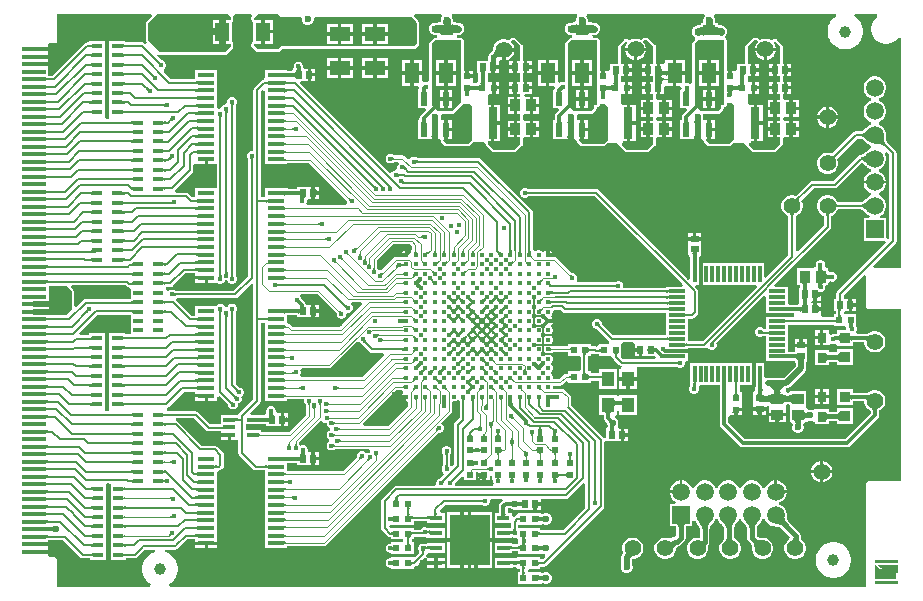
<source format=gtl>
G04*
G04 #@! TF.GenerationSoftware,Altium Limited,Altium Designer,24.4.1 (13)*
G04*
G04 Layer_Physical_Order=1*
G04 Layer_Color=255*
%FSLAX44Y44*%
%MOMM*%
G71*
G04*
G04 #@! TF.SameCoordinates,4536C672-4AD0-40D2-8A8E-5A20E6426CBC*
G04*
G04*
G04 #@! TF.FilePolarity,Positive*
G04*
G01*
G75*
%ADD12C,0.2000*%
%ADD15C,0.1500*%
%ADD16R,0.5000X0.6000*%
%ADD17R,0.6000X0.6400*%
%ADD18R,0.9000X1.0000*%
%ADD19R,1.4750X0.4500*%
%ADD20R,0.3000X1.4750*%
%ADD21R,1.4750X0.3000*%
%ADD22R,0.6000X0.5000*%
%ADD23C,0.4200*%
%ADD24R,0.6000X1.1500*%
%ADD25R,0.8000X2.7000*%
%ADD26R,1.0500X0.4500*%
%ADD27R,3.4500X4.3500*%
%ADD28R,1.2500X1.6500*%
%ADD29R,1.0000X0.4000*%
%ADD30R,0.9000X0.4500*%
%ADD31R,1.0000X0.9000*%
%ADD32R,1.8000X1.3000*%
%ADD33R,1.3000X1.8000*%
%ADD34R,0.8000X0.9000*%
%ADD35R,0.6400X0.6000*%
%ADD36R,0.9500X0.9000*%
%ADD37R,2.0000X0.3800*%
%ADD38R,1.1000X1.3000*%
%ADD66C,1.4000*%
%ADD67C,1.0000*%
%ADD68C,0.6000*%
%ADD69C,0.3000*%
%ADD70C,0.1300*%
%ADD71C,0.1250*%
%ADD72C,0.5000*%
%ADD73C,0.1253*%
%ADD74C,0.4000*%
%ADD75C,1.5000*%
%ADD76R,1.5000X1.5000*%
%ADD77C,0.6000*%
G36*
X565508Y706776D02*
X565625Y705061D01*
X565695Y704642D01*
X565781Y704299D01*
X565882Y704032D01*
X565999Y703841D01*
X566132Y703727D01*
X566281Y703689D01*
X558719D01*
X558868Y703727D01*
X559001Y703841D01*
X559118Y704032D01*
X559219Y704299D01*
X559305Y704642D01*
X559375Y705061D01*
X559430Y705556D01*
X559492Y706776D01*
X559500Y707500D01*
X565500D01*
X565508Y706776D01*
D02*
G37*
G36*
X672561Y694969D02*
X672512Y695306D01*
X672367Y695607D01*
X672126Y695872D01*
X671790Y696102D01*
X671358Y696297D01*
X670830Y696456D01*
X670206Y696580D01*
X669487Y696668D01*
X668672Y696721D01*
X667761Y696739D01*
Y702739D01*
X668667Y702749D01*
X670814Y702896D01*
X671338Y702984D01*
X671767Y703092D01*
X672101Y703219D01*
X672340Y703366D01*
X672483Y703533D01*
X672531Y703719D01*
X672561Y694969D01*
D02*
G37*
G36*
X557561D02*
X557509Y695355D01*
X557356Y695701D01*
X557103Y696005D01*
X556748Y696269D01*
X556292Y696492D01*
X555736Y696675D01*
X555078Y696817D01*
X554320Y696919D01*
X553460Y696980D01*
X552500Y697000D01*
Y703000D01*
X553456Y703007D01*
X556273Y703180D01*
X556726Y703259D01*
X557078Y703353D01*
X557329Y703460D01*
X557480Y703583D01*
X557531Y703719D01*
X557561Y694969D01*
D02*
G37*
G36*
X682517Y703533D02*
X682660Y703366D01*
X682899Y703219D01*
X683233Y703092D01*
X683662Y702984D01*
X684186Y702896D01*
X684807Y702827D01*
X686333Y702749D01*
X687239Y702739D01*
Y696739D01*
X686328Y696721D01*
X684794Y696580D01*
X684170Y696456D01*
X683642Y696297D01*
X683210Y696102D01*
X682874Y695872D01*
X682633Y695607D01*
X682488Y695306D01*
X682439Y694969D01*
X682469Y703719D01*
X682517Y703533D01*
D02*
G37*
G36*
X567517D02*
X567660Y703366D01*
X567899Y703219D01*
X568233Y703092D01*
X568662Y702984D01*
X569187Y702896D01*
X569807Y702827D01*
X571333Y702749D01*
X572239Y702739D01*
Y696739D01*
X571328Y696721D01*
X569794Y696580D01*
X569170Y696456D01*
X568642Y696297D01*
X568210Y696102D01*
X567874Y695872D01*
X567633Y695607D01*
X567488Y695306D01*
X567439Y694969D01*
X567469Y703719D01*
X567517Y703533D01*
D02*
G37*
G36*
X789987Y702218D02*
X790128Y701938D01*
X790362Y701692D01*
X790690Y701478D01*
X791111Y701297D01*
X791625Y701149D01*
X792232Y701034D01*
X792933Y700952D01*
X793727Y700902D01*
X794614Y700886D01*
Y694886D01*
X793732Y694877D01*
X791131Y694672D01*
X790713Y694578D01*
X790387Y694467D01*
X790155Y694339D01*
X790016Y694193D01*
X789969Y694031D01*
X789939Y702531D01*
X789987Y702218D01*
D02*
G37*
G36*
X780031Y694031D02*
X779984Y694193D01*
X779845Y694339D01*
X779613Y694467D01*
X779287Y694578D01*
X778869Y694672D01*
X778359Y694749D01*
X777058Y694852D01*
X775386Y694886D01*
Y700886D01*
X776273Y700902D01*
X777768Y701034D01*
X778375Y701149D01*
X778889Y701297D01*
X779310Y701478D01*
X779638Y701692D01*
X779872Y701938D01*
X780013Y702218D01*
X780061Y702531D01*
X780031Y694031D01*
D02*
G37*
G36*
X826002Y688730D02*
X825298Y688026D01*
X824113Y685974D01*
X823585Y684000D01*
X832500D01*
X841416D01*
X840887Y685974D01*
X839775Y687899D01*
X839884Y688455D01*
X840238Y689286D01*
X840635Y689365D01*
X845000Y685000D01*
Y670200D01*
X842100D01*
Y665000D01*
Y659800D01*
X845000D01*
Y655200D01*
X842100D01*
Y650000D01*
Y644800D01*
X845000D01*
Y639500D01*
X842250D01*
Y632500D01*
Y625500D01*
X845000D01*
Y622000D01*
X842250D01*
Y615000D01*
X840750D01*
D01*
X842250D01*
Y608000D01*
X845000D01*
Y602500D01*
X840000Y597500D01*
X822500D01*
X818279Y601721D01*
X818697Y603099D01*
X818780Y603116D01*
X819442Y603558D01*
X819884Y604220D01*
X819940Y604500D01*
X822500D01*
Y620000D01*
Y635500D01*
X819355D01*
X818780Y635884D01*
X818000Y636039D01*
X817500D01*
Y643937D01*
X818000Y645000D01*
X818770Y645000D01*
X821000D01*
Y650000D01*
Y655000D01*
X818000D01*
X817500Y656063D01*
Y659800D01*
X820400D01*
Y665000D01*
Y670200D01*
X817500D01*
Y685000D01*
X822500Y690000D01*
X822500D01*
X822500Y690000D01*
X822500Y690000D01*
X825476D01*
X826002Y688730D01*
D02*
G37*
G36*
X312719Y710603D02*
X308558Y706442D01*
X308116Y705780D01*
X307961Y705000D01*
Y690000D01*
X307961Y690000D01*
X308116Y689220D01*
X308558Y688558D01*
X307117Y687209D01*
X306663Y687663D01*
X305671Y688326D01*
X304500Y688559D01*
X304500Y688559D01*
X290000D01*
Y689750D01*
X277000D01*
Y681250D01*
Y673250D01*
Y665250D01*
Y657250D01*
Y649250D01*
Y641250D01*
Y633250D01*
Y625250D01*
X276255Y623559D01*
X273745D01*
X273000Y625250D01*
Y633250D01*
Y641250D01*
Y649250D01*
Y657250D01*
Y665250D01*
Y673250D01*
Y681250D01*
Y689750D01*
X260000D01*
Y688304D01*
X258000D01*
X256927Y688090D01*
X256017Y687483D01*
X228664Y660129D01*
X225000D01*
Y668495D01*
X223449Y668392D01*
X223239Y668344D01*
X223090Y668288D01*
X222999Y668226D01*
X222969Y668156D01*
Y668525D01*
X213000D01*
Y671525D01*
X222969D01*
Y671895D01*
X222999Y671824D01*
X223090Y671761D01*
X223239Y671706D01*
X223449Y671658D01*
X223720Y671617D01*
X224440Y671558D01*
X225000Y671546D01*
Y672475D01*
Y674845D01*
X223449Y674742D01*
X223239Y674694D01*
X223090Y674639D01*
X222999Y674576D01*
X222969Y674505D01*
Y674875D01*
X213000D01*
Y677875D01*
X222969D01*
Y678244D01*
X222999Y678174D01*
X223090Y678111D01*
X223239Y678056D01*
X223449Y678008D01*
X223720Y677967D01*
X224440Y677908D01*
X225000Y677896D01*
Y678825D01*
Y681225D01*
X213000D01*
Y684225D01*
X225000D01*
Y686625D01*
X226658Y687451D01*
X230000D01*
X230975Y687645D01*
X231802Y688198D01*
X232355Y689025D01*
X232549Y690000D01*
Y712451D01*
X311954D01*
X312719Y710603D01*
D02*
G37*
G36*
X732500Y690000D02*
X737500Y685000D01*
Y670200D01*
X734600D01*
Y665000D01*
X733100D01*
D01*
X734600D01*
Y659800D01*
X737226D01*
X737312Y658424D01*
Y655824D01*
X737280Y655200D01*
X734600D01*
Y650000D01*
Y644800D01*
X737500D01*
Y639500D01*
X734750D01*
Y632500D01*
Y625500D01*
X737500D01*
Y622000D01*
X734750D01*
Y615000D01*
Y608000D01*
X737500D01*
Y602500D01*
X732500Y597500D01*
X715000D01*
X710696Y601804D01*
X710726Y602271D01*
X711020Y603276D01*
X711442Y603558D01*
X711884Y604220D01*
X711940Y604500D01*
X715000D01*
Y620000D01*
Y635500D01*
X711355D01*
X710780Y635884D01*
X710000Y636039D01*
Y643937D01*
X710500Y645000D01*
X711270Y645000D01*
X713500D01*
Y650000D01*
Y655000D01*
X710500D01*
X710000Y656063D01*
Y659800D01*
X712900D01*
Y665000D01*
Y670200D01*
X710000D01*
Y685000D01*
X714364Y689364D01*
X714762Y689286D01*
X715116Y688455D01*
X715225Y687899D01*
X714113Y685974D01*
X713585Y684000D01*
X722500D01*
X731415D01*
X730887Y685974D01*
X729702Y688026D01*
X728998Y688730D01*
X729524Y690000D01*
X732500D01*
D02*
G37*
G36*
X262061Y684000D02*
X262046Y684142D01*
X262000Y684270D01*
X261923Y684382D01*
X261816Y684480D01*
X261678Y684562D01*
X261510Y684630D01*
X261311Y684682D01*
X261082Y684720D01*
X260821Y684742D01*
X260530Y684750D01*
Y686250D01*
X260821Y686257D01*
X261082Y686280D01*
X261311Y686317D01*
X261510Y686370D01*
X261678Y686437D01*
X261816Y686520D01*
X261923Y686617D01*
X262000Y686730D01*
X262046Y686857D01*
X262061Y687000D01*
Y684000D01*
D02*
G37*
G36*
X287990Y687310D02*
X288050Y687140D01*
X288150Y686990D01*
X288290Y686860D01*
X288470Y686750D01*
X288689Y686660D01*
X288950Y686590D01*
X289249Y686540D01*
X289590Y686510D01*
X289970Y686500D01*
Y684500D01*
X289590Y684490D01*
X289249Y684460D01*
X288950Y684410D01*
X288689Y684340D01*
X288470Y684250D01*
X288290Y684140D01*
X288150Y684010D01*
X288050Y683860D01*
X287990Y683690D01*
X287969Y683500D01*
Y687500D01*
X287990Y687310D01*
D02*
G37*
G36*
X927094Y712110D02*
X926792Y709503D01*
X926615Y709325D01*
X926406Y709186D01*
X925013Y707793D01*
X924874Y707584D01*
X924696Y707406D01*
X923602Y705769D01*
X923506Y705537D01*
X923366Y705328D01*
X922613Y703508D01*
X922563Y703262D01*
X922467Y703030D01*
X922083Y701098D01*
Y700847D01*
X922034Y700601D01*
Y698631D01*
X922083Y698385D01*
Y698133D01*
X922467Y696202D01*
X922563Y695970D01*
X922613Y695723D01*
X923366Y693904D01*
X923506Y693695D01*
X923602Y693463D01*
X924696Y691825D01*
X924874Y691647D01*
X925013Y691439D01*
X926406Y690046D01*
X926615Y689906D01*
X926792Y689729D01*
X928430Y688634D01*
X928662Y688538D01*
X928871Y688399D01*
X930691Y687645D01*
X930937Y687596D01*
X931169Y687500D01*
X933101Y687116D01*
X933352D01*
X933598Y687067D01*
X935568D01*
X935814Y687116D01*
X936065D01*
X937997Y687500D01*
X938229Y687596D01*
X938475Y687645D01*
X940295Y688399D01*
X940504Y688538D01*
X940736Y688634D01*
X942374Y689729D01*
X942551Y689906D01*
X942760Y690046D01*
X944153Y691439D01*
X944293Y691647D01*
X944470Y691825D01*
X947133Y692279D01*
X947451Y692054D01*
X947451Y497549D01*
X924488D01*
X923722Y499397D01*
X942663Y518337D01*
X942663Y518337D01*
X943326Y519329D01*
X943559Y520500D01*
Y594500D01*
X943559Y594500D01*
X943326Y595671D01*
X942663Y596663D01*
X935499Y603827D01*
X935479Y603851D01*
X935336Y604082D01*
X935178Y604429D01*
X935021Y604891D01*
X934875Y605468D01*
X934751Y606153D01*
X934655Y606922D01*
X934544Y608841D01*
X934539Y609935D01*
X934500Y610125D01*
Y611251D01*
X933853Y613667D01*
X932602Y615833D01*
X930833Y617602D01*
X928667Y618853D01*
X928248Y618965D01*
Y621035D01*
X928667Y621147D01*
X930833Y622398D01*
X932602Y624167D01*
X933853Y626333D01*
X934500Y628749D01*
Y631251D01*
X933853Y633667D01*
X932602Y635833D01*
X930833Y637602D01*
X928667Y638853D01*
X928248Y638965D01*
Y641035D01*
X928667Y641148D01*
X930833Y642398D01*
X932602Y644167D01*
X933853Y646333D01*
X934500Y648749D01*
Y651251D01*
X933853Y653667D01*
X932602Y655833D01*
X930833Y657602D01*
X928667Y658853D01*
X926251Y659500D01*
X923749D01*
X921333Y658853D01*
X919167Y657602D01*
X917398Y655833D01*
X916147Y653667D01*
X915500Y651251D01*
Y648749D01*
X916147Y646333D01*
X917398Y644167D01*
X919167Y642398D01*
X921333Y641148D01*
X921752Y641035D01*
Y638965D01*
X921333Y638853D01*
X919167Y637602D01*
X917398Y635833D01*
X916147Y633667D01*
X915500Y631251D01*
Y628749D01*
X916147Y626333D01*
X917398Y624167D01*
X919167Y622398D01*
X921333Y621147D01*
X921752Y621035D01*
Y618965D01*
X921333Y618853D01*
X919167Y617602D01*
X918371Y616806D01*
X918209Y616699D01*
X917432Y615929D01*
X915997Y614650D01*
X915385Y614174D01*
X914812Y613778D01*
X914302Y613473D01*
X913863Y613257D01*
X913507Y613125D01*
X913242Y613061D01*
X913211Y613059D01*
X909000D01*
X909000Y613059D01*
X907830Y612826D01*
X906837Y612163D01*
X888878Y594204D01*
X888842Y594174D01*
X888474Y594387D01*
X886185Y595000D01*
X883815D01*
X881526Y594387D01*
X879474Y593202D01*
X877798Y591526D01*
X876613Y589474D01*
X876000Y587185D01*
Y584815D01*
X876613Y582526D01*
X877798Y580474D01*
X879474Y578798D01*
X881526Y577613D01*
X883815Y577000D01*
X886185D01*
X888474Y577613D01*
X890526Y578798D01*
X892202Y580474D01*
X893387Y582526D01*
X894000Y584815D01*
Y587185D01*
X893387Y589474D01*
X893174Y589842D01*
X893204Y589878D01*
X910267Y606941D01*
X913211D01*
X913242Y606939D01*
X913507Y606875D01*
X913863Y606743D01*
X914302Y606527D01*
X914812Y606222D01*
X915385Y605826D01*
X915997Y605350D01*
X917432Y604071D01*
X918209Y603301D01*
X918371Y603194D01*
X919167Y602398D01*
X921333Y601147D01*
X921752Y601035D01*
Y598965D01*
X921333Y598853D01*
X919167Y597602D01*
X918371Y596806D01*
X918209Y596699D01*
X917432Y595929D01*
X915997Y594650D01*
X915385Y594174D01*
X914812Y593778D01*
X914302Y593473D01*
X913863Y593257D01*
X913507Y593125D01*
X913242Y593061D01*
X913211Y593059D01*
X913000D01*
X913000Y593059D01*
X911830Y592826D01*
X910837Y592163D01*
X910837Y592163D01*
X889733Y571059D01*
X872000D01*
X872000Y571059D01*
X870829Y570826D01*
X869837Y570163D01*
X869837Y570163D01*
X858269Y558595D01*
X858220Y558554D01*
X858121Y558481D01*
X856185Y559000D01*
X853815D01*
X851526Y558387D01*
X849474Y557202D01*
X847798Y555526D01*
X846613Y553474D01*
X846000Y551185D01*
Y548815D01*
X846613Y546526D01*
X847798Y544474D01*
X849474Y542798D01*
X851526Y541613D01*
X851937Y541503D01*
X851941Y541456D01*
Y508040D01*
X832848Y488947D01*
X831000Y489712D01*
Y501755D01*
X777535D01*
X776422Y503755D01*
X776600Y504184D01*
Y505816D01*
X776482Y506100D01*
X777680Y508100D01*
X777700D01*
Y516900D01*
Y520400D01*
X767300D01*
Y516900D01*
Y508100D01*
X767320D01*
X768518Y506100D01*
X768400Y505816D01*
Y504184D01*
X768931Y502902D01*
Y492380D01*
X769000Y492035D01*
Y487939D01*
X767152Y487174D01*
X691163Y563163D01*
X690171Y563826D01*
X689000Y564059D01*
X689000Y564059D01*
X631791D01*
X631785Y564059D01*
X631731Y564069D01*
X631728Y564070D01*
X631323Y564476D01*
X629816Y565100D01*
X628185D01*
X626678Y564476D01*
X625524Y563322D01*
X624900Y561815D01*
Y560185D01*
X625524Y558677D01*
X626678Y557524D01*
X628185Y556900D01*
X629816D01*
X631323Y557524D01*
X631728Y557930D01*
X631731Y557931D01*
X631758Y557935D01*
X631819Y557941D01*
X687733D01*
X762827Y482848D01*
X762061Y481000D01*
X750319D01*
X750275Y481009D01*
X750232Y481000D01*
X748245D01*
Y480559D01*
X712551D01*
X712100Y481235D01*
Y482865D01*
X711476Y484372D01*
X710322Y485526D01*
X708816Y486150D01*
X707185D01*
X705678Y485526D01*
X705272Y485120D01*
X705269Y485119D01*
X705242Y485115D01*
X705181Y485109D01*
X673736D01*
X673268Y485691D01*
X672654Y487109D01*
X673100Y488185D01*
Y489816D01*
X672476Y491323D01*
X671322Y492476D01*
X669816Y493100D01*
X669195D01*
X669017Y493139D01*
X668849Y493142D01*
X668759Y493149D01*
X668689Y493160D01*
X668639Y493171D01*
X668605Y493181D01*
X668603Y493182D01*
X655368Y506418D01*
X654499Y506998D01*
X654448Y507008D01*
X653367Y507404D01*
X652970Y508147D01*
Y507000D01*
X649813Y506861D01*
Y508500D01*
X647000D01*
Y509850D01*
X646892D01*
X646912Y509905D01*
X646931Y510016D01*
X646947Y510185D01*
X646983Y511035D01*
X646994Y512314D01*
X646178Y511976D01*
X645807Y511605D01*
X644500Y511046D01*
X643193Y511605D01*
X642822Y511976D01*
X641316Y512600D01*
X639684D01*
X638177Y511976D01*
X637807Y511605D01*
X637250Y511367D01*
X635559Y512309D01*
Y544500D01*
X635559Y544500D01*
X635326Y545671D01*
X634663Y546663D01*
X634663Y546663D01*
X591663Y589663D01*
X590671Y590326D01*
X589500Y590559D01*
X589500Y590559D01*
X537791D01*
X537785Y590560D01*
X537731Y590569D01*
X537728Y590570D01*
X537322Y590976D01*
X535816Y591600D01*
X534184D01*
X532677Y590976D01*
X531658Y589956D01*
X531426Y589810D01*
X529243Y589542D01*
X526893Y591893D01*
X526024Y592473D01*
X525000Y592676D01*
X525000Y592676D01*
X518238D01*
X518235Y592678D01*
X518205Y592694D01*
X518161Y592722D01*
X518104Y592764D01*
X518036Y592822D01*
X517914Y592939D01*
X517761Y593037D01*
X517323Y593476D01*
X515816Y594100D01*
X514184D01*
X512678Y593476D01*
X511524Y592322D01*
X510900Y590816D01*
Y589184D01*
X511524Y587677D01*
X512678Y586524D01*
X514184Y585900D01*
X515816D01*
X517323Y586524D01*
X517761Y586963D01*
X517914Y587061D01*
X518036Y587178D01*
X518104Y587236D01*
X518161Y587279D01*
X518205Y587306D01*
X518235Y587322D01*
X518238Y587324D01*
X521197D01*
X522025Y585324D01*
X521524Y584823D01*
X520900Y583316D01*
Y581948D01*
X520887Y581671D01*
X519392Y580100D01*
X519184D01*
X517678Y579476D01*
X516678Y578476D01*
X516389Y578307D01*
X514255Y578071D01*
X438373Y653952D01*
X439139Y655800D01*
X444900D01*
Y661000D01*
X446400D01*
D01*
X444900D01*
Y666200D01*
X442857D01*
X441100Y667185D01*
Y668816D01*
X440476Y670322D01*
X439323Y671476D01*
X437816Y672100D01*
X436185D01*
X434678Y671476D01*
X433524Y670322D01*
X432900Y668816D01*
Y667185D01*
X432600Y666200D01*
D01*
X432012Y664444D01*
X427255D01*
Y665000D01*
X425268D01*
X425224Y665009D01*
X425181Y665000D01*
X408505D01*
Y658944D01*
X408000Y657059D01*
X406829Y656826D01*
X405837Y656163D01*
X405837Y656163D01*
X399837Y650163D01*
X399174Y649171D01*
X398941Y648000D01*
X398941Y648000D01*
Y597052D01*
X398265Y596600D01*
X396634D01*
X395128Y595976D01*
X393974Y594823D01*
X393350Y593316D01*
Y591684D01*
X393974Y590178D01*
X394433Y589719D01*
X394435Y589707D01*
X394441Y589645D01*
Y490215D01*
X382285Y478059D01*
X332791D01*
X332785Y478060D01*
X332731Y478069D01*
X332728Y478070D01*
X332322Y478476D01*
X330816Y479100D01*
X329184D01*
X327678Y478476D01*
X327000Y477798D01*
X325000Y478471D01*
Y481441D01*
X328500D01*
X328500Y481441D01*
X329670Y481674D01*
X330663Y482337D01*
X341267Y492941D01*
X349745D01*
Y490750D01*
X359120D01*
Y489250D01*
X360620D01*
Y485000D01*
X368202D01*
X368677Y484524D01*
X370185Y483900D01*
X371815D01*
X373322Y484524D01*
X374476Y485677D01*
X375012Y486972D01*
X375185Y486900D01*
X376816D01*
X376988Y486972D01*
X377524Y485677D01*
X378678Y484524D01*
X380185Y483900D01*
X381815D01*
X383322Y484524D01*
X384476Y485677D01*
X385100Y487184D01*
Y488815D01*
X384476Y490322D01*
X384070Y490728D01*
X384069Y490731D01*
X384064Y490758D01*
X384059Y490819D01*
Y635209D01*
X384059Y635215D01*
X384069Y635269D01*
X384070Y635272D01*
X384476Y635677D01*
X385100Y637184D01*
Y638815D01*
X384476Y640322D01*
X383322Y641476D01*
X381815Y642100D01*
X380185D01*
X378678Y641476D01*
X377524Y640322D01*
X376900Y638815D01*
Y637948D01*
X376864Y637162D01*
X375184Y636100D01*
X373678Y635476D01*
X372524Y634323D01*
X371900Y632816D01*
X371816Y632781D01*
X369989Y632343D01*
X368495Y633574D01*
Y643500D01*
Y650000D01*
Y656500D01*
Y665000D01*
X349745D01*
Y657309D01*
X329017D01*
X323071Y663255D01*
X323322Y665524D01*
X324476Y666678D01*
X325100Y668185D01*
Y669816D01*
X324476Y671322D01*
X323322Y672476D01*
X321815Y673100D01*
X321242D01*
X321239Y673102D01*
X321217Y673117D01*
X321170Y673156D01*
X317209Y677117D01*
X318558Y678558D01*
X319220Y678116D01*
X320000Y677961D01*
X375000D01*
X375780Y678116D01*
X376442Y678558D01*
X381442Y683558D01*
X381884Y684220D01*
X382039Y685000D01*
Y687250D01*
X381884Y688030D01*
X381442Y688692D01*
X381000Y688987D01*
Y706013D01*
X381442Y706308D01*
X381884Y706970D01*
X382039Y707750D01*
Y710000D01*
X382039Y710000D01*
X381950Y710451D01*
X382548Y711641D01*
X383173Y712451D01*
X396954D01*
X397720Y710603D01*
X397578Y710462D01*
X397578Y710462D01*
X397136Y709800D01*
X396981Y709020D01*
X397136Y708240D01*
X397662Y706970D01*
X398104Y706308D01*
X398766Y705866D01*
X399000Y705819D01*
Y689181D01*
X398766Y689134D01*
X398104Y688692D01*
X397662Y688030D01*
X397136Y686760D01*
X396981Y685980D01*
X397136Y685200D01*
X397578Y684538D01*
X401058Y681058D01*
X401720Y680616D01*
X402500Y680461D01*
X420000D01*
X420000Y680461D01*
X420780Y680616D01*
X421442Y681058D01*
X423345Y682961D01*
X530393D01*
X531505Y682500D01*
X533495D01*
X534607Y682961D01*
X535000D01*
X535000Y682961D01*
X535780Y683116D01*
X536442Y683558D01*
X538942Y686058D01*
X539384Y686720D01*
X539539Y687500D01*
Y704429D01*
X539539Y704429D01*
X539384Y705209D01*
X538942Y705871D01*
X538490Y706323D01*
X538241Y706923D01*
X537799Y707585D01*
X534933Y710451D01*
X535761Y712451D01*
X557573D01*
X557602Y712421D01*
X558231Y711347D01*
X558380Y710451D01*
X558261Y710332D01*
X558069Y709868D01*
X557790Y709451D01*
X557692Y708958D01*
X557500Y708495D01*
Y707992D01*
X557402Y707500D01*
Y705833D01*
X557398Y705750D01*
X555500D01*
Y705175D01*
X554235Y705098D01*
X552500D01*
X552007Y705000D01*
X551506D01*
X551042Y704808D01*
X550549Y704710D01*
X550132Y704431D01*
X549668Y704239D01*
X549313Y703884D01*
X548895Y703605D01*
X548616Y703187D01*
X548261Y702832D01*
X548069Y702368D01*
X547790Y701951D01*
X547692Y701458D01*
X547500Y700995D01*
Y700492D01*
X547402Y700000D01*
X547500Y699508D01*
Y699005D01*
X547692Y698542D01*
X547790Y698049D01*
X548069Y697632D01*
X548261Y697168D01*
X548616Y696813D01*
X548895Y696395D01*
X549313Y696116D01*
X549668Y695761D01*
X550132Y695569D01*
X550549Y695290D01*
X551042Y695192D01*
X551506Y695000D01*
X552007D01*
X552500Y694902D01*
X553623D01*
X554413Y694464D01*
X554290Y692246D01*
X553794Y692039D01*
X552500D01*
X552500Y692039D01*
X551720Y691884D01*
X551058Y691442D01*
X548558Y688942D01*
X548116Y688280D01*
X547961Y687500D01*
Y656376D01*
X545961Y655040D01*
X545816Y655100D01*
X544184D01*
X543500Y654817D01*
X541604Y655854D01*
X541500Y655988D01*
Y661000D01*
X534500D01*
Y651500D01*
X538252D01*
X539160Y650163D01*
X539338Y649648D01*
X538673Y648250D01*
X538000D01*
Y632750D01*
X544090D01*
X544855Y630902D01*
X540477Y626523D01*
X539703Y625366D01*
X539431Y624000D01*
Y622568D01*
X539416Y622392D01*
X539393Y622250D01*
X538000D01*
Y620263D01*
X537991Y620219D01*
X538000Y620176D01*
Y606750D01*
X549869D01*
X549770Y608330D01*
X549700Y608581D01*
X549620Y608731D01*
X549530Y608781D01*
X551000D01*
Y614500D01*
X554000D01*
Y608781D01*
X555470D01*
X555380Y608731D01*
X555300Y608581D01*
X555230Y608330D01*
X555169Y607980D01*
X555117Y607531D01*
X555078Y606750D01*
X555580D01*
X556602Y606183D01*
X557384Y605577D01*
X557539Y604796D01*
X557981Y604135D01*
X557981Y604135D01*
X561058Y601058D01*
X561720Y600616D01*
X562500Y600461D01*
X580500D01*
X581280Y600616D01*
X581942Y601058D01*
X581942Y601058D01*
X585088Y604204D01*
X585220Y604116D01*
X586000Y603961D01*
X594215D01*
X595461Y602500D01*
X595616Y601720D01*
X596058Y601058D01*
X601058Y596058D01*
X601720Y595616D01*
X602500Y595461D01*
X620000D01*
X620000Y595461D01*
X620780Y595616D01*
X621442Y596058D01*
X626442Y601058D01*
X626884Y601720D01*
X627039Y602500D01*
Y606294D01*
X627750Y608000D01*
X629250Y608000D01*
X632750D01*
Y615000D01*
Y622000D01*
X629250D01*
X627750Y622000D01*
X627039Y623706D01*
Y626294D01*
X627750Y628000D01*
X629250Y628000D01*
X632750D01*
Y635000D01*
Y642000D01*
X629250D01*
X628102Y644000D01*
X628559Y644800D01*
X634400D01*
Y648500D01*
X629400D01*
Y650000D01*
X627900D01*
Y655200D01*
X627039D01*
Y662300D01*
X627900D01*
Y667500D01*
Y672700D01*
X627039D01*
Y685000D01*
X627039Y685000D01*
X626884Y685780D01*
X626442Y686442D01*
X621442Y691442D01*
X620780Y691884D01*
X620000Y692039D01*
X617524D01*
X616744Y691884D01*
X616082Y691442D01*
X615640Y690780D01*
X614476Y690385D01*
X614474Y690387D01*
X612185Y691000D01*
X609815D01*
X607526Y690387D01*
X605474Y689202D01*
X603798Y687526D01*
X602613Y685474D01*
X602000Y683185D01*
Y682898D01*
X601972Y682718D01*
X601905Y682462D01*
X601802Y682177D01*
X601660Y681863D01*
X601474Y681522D01*
X601241Y681156D01*
X600975Y680787D01*
X600444Y680157D01*
X600033Y679746D01*
X599116Y679134D01*
X599016Y679034D01*
X598574Y678372D01*
X598524Y678322D01*
X598497Y678257D01*
X598132Y677711D01*
X598004Y677066D01*
X597900Y676815D01*
Y676544D01*
X597822Y676150D01*
X597822Y676150D01*
Y673485D01*
X597782Y672823D01*
X597766Y672700D01*
X588100D01*
Y664365D01*
X588091Y664320D01*
X588100Y664277D01*
Y662300D01*
X589446D01*
X589467Y662167D01*
X589481Y661998D01*
Y655320D01*
X589465Y655137D01*
X589443Y655000D01*
X588000D01*
Y653607D01*
X587858Y653584D01*
X587682Y653569D01*
X585188D01*
X585167Y653569D01*
X585000Y655500D01*
X585000Y655500D01*
X585000Y655500D01*
Y658500D01*
X580000D01*
Y660000D01*
X578500D01*
Y664500D01*
X577039D01*
Y690000D01*
X576884Y690780D01*
X576442Y691442D01*
X575780Y691884D01*
X575000Y692039D01*
X571853D01*
X571059Y692723D01*
X570928Y694322D01*
X571411Y694641D01*
X572239D01*
X574190Y695029D01*
X575209Y695710D01*
X575332Y695761D01*
X575426Y695855D01*
X575844Y696134D01*
X576105Y696395D01*
X576384Y696813D01*
X576739Y697168D01*
X576931Y697632D01*
X577210Y698049D01*
X577308Y698542D01*
X577500Y699005D01*
Y699508D01*
X577598Y700000D01*
X577500Y700492D01*
Y700995D01*
X577308Y701459D01*
X577210Y701951D01*
X576931Y702368D01*
X576739Y702832D01*
X576384Y703187D01*
X576105Y703605D01*
X575687Y703884D01*
X575332Y704239D01*
X574868Y704431D01*
X574451Y704710D01*
X573959Y704808D01*
X573495Y705000D01*
X572992D01*
X572500Y705098D01*
X572008Y705000D01*
X571505D01*
X571500Y704998D01*
X569500Y705750D01*
D01*
X567604Y706003D01*
X567598Y706099D01*
Y707500D01*
X567500Y707992D01*
Y708495D01*
X567308Y708958D01*
X567210Y709451D01*
X566931Y709868D01*
X566739Y710332D01*
X566620Y710451D01*
X566769Y711347D01*
X567398Y712421D01*
X567427Y712451D01*
X672552Y712451D01*
X672974Y711832D01*
X673283Y710451D01*
X673171Y710365D01*
X673001Y710072D01*
X672761Y709832D01*
X672507Y709219D01*
X672174Y708644D01*
X672130Y708308D01*
X672000Y707995D01*
Y707330D01*
X671963Y707048D01*
X670500Y705750D01*
D01*
X668500Y704998D01*
X668495Y705000D01*
X667992D01*
X667500Y705098D01*
X667008Y705000D01*
X666505D01*
X666042Y704808D01*
X665549Y704710D01*
X665132Y704431D01*
X664668Y704239D01*
X664313Y703884D01*
X663895Y703605D01*
X663616Y703187D01*
X663261Y702832D01*
X663069Y702368D01*
X662790Y701951D01*
X662692Y701458D01*
X662500Y700995D01*
Y700492D01*
X662402Y700000D01*
X662500Y699508D01*
Y699005D01*
X662692Y698542D01*
X662790Y698049D01*
X663069Y697632D01*
X663261Y697168D01*
X663616Y696813D01*
X663895Y696395D01*
X664156Y696134D01*
X664574Y695855D01*
X664668Y695761D01*
X664791Y695710D01*
X665810Y695029D01*
X667761Y694641D01*
X668589D01*
X669027Y694303D01*
X668858Y692663D01*
X668142Y692039D01*
X667500D01*
X667500Y692039D01*
X666720Y691884D01*
X666058Y691442D01*
X663558Y688942D01*
X663116Y688280D01*
X662961Y687500D01*
Y655865D01*
X661815Y655100D01*
X660184D01*
X658678Y654476D01*
X658500Y654298D01*
X656500Y655127D01*
Y661000D01*
X649500D01*
Y651500D01*
X653015D01*
X654098Y649655D01*
X653403Y648250D01*
X653000D01*
Y632750D01*
X657090D01*
X657856Y630902D01*
X655477Y628523D01*
X654703Y627366D01*
X654431Y626000D01*
Y622568D01*
X654416Y622392D01*
X654393Y622250D01*
X653000D01*
Y620263D01*
X652991Y620219D01*
X653000Y620176D01*
Y606750D01*
X664869D01*
X664770Y608330D01*
X664699Y608581D01*
X664620Y608731D01*
X664530Y608781D01*
X666000D01*
Y614500D01*
X669000D01*
Y608781D01*
X670470D01*
X670380Y608731D01*
X670301Y608581D01*
X670230Y608330D01*
X670169Y607980D01*
X670117Y607531D01*
X670078Y606750D01*
X670580D01*
X671602Y606183D01*
X672384Y605577D01*
X672539Y604796D01*
X672981Y604135D01*
X672981Y604135D01*
X676058Y601058D01*
X676720Y600616D01*
X677500Y600461D01*
X695500D01*
X696280Y600616D01*
X696942Y601058D01*
X696942Y601058D01*
X698669Y602785D01*
X700558Y603558D01*
X701220Y603116D01*
X702000Y602961D01*
X706770D01*
X707042Y602882D01*
X707977Y602336D01*
X708656Y601804D01*
X708721Y601477D01*
X708765Y601147D01*
X708799Y601089D01*
X708812Y601024D01*
X708997Y600747D01*
X709164Y600458D01*
X709217Y600418D01*
X709254Y600362D01*
X713558Y596058D01*
X714220Y595616D01*
X715000Y595461D01*
X732500D01*
X732500Y595461D01*
X733280Y595616D01*
X733942Y596058D01*
X738942Y601058D01*
X739384Y601720D01*
X739539Y602500D01*
Y606294D01*
X740250Y608000D01*
X741750Y608000D01*
X745250D01*
Y615000D01*
Y622000D01*
X741750D01*
X740250Y622000D01*
X739539Y623705D01*
Y623795D01*
X740250Y625500D01*
X741750Y625500D01*
X745250D01*
Y632500D01*
Y639500D01*
X741750D01*
X740250Y639500D01*
X739539Y641206D01*
Y644800D01*
X740400D01*
Y650000D01*
X743400D01*
Y644800D01*
X746900D01*
Y649541D01*
X747000Y651500D01*
X748900Y651500D01*
X754000D01*
Y662500D01*
Y673500D01*
X747000D01*
Y672159D01*
X746900Y670200D01*
X745000Y670200D01*
X743400D01*
Y665000D01*
X740400D01*
Y670200D01*
X739539D01*
Y685000D01*
X739539Y685000D01*
X739384Y685780D01*
X738942Y686442D01*
X733942Y691442D01*
X733280Y691884D01*
X732500Y692039D01*
X729524D01*
X728744Y691884D01*
X728082Y691442D01*
X727640Y690780D01*
X726707Y690463D01*
X725974Y690887D01*
X723685Y691500D01*
X721315D01*
X719026Y690887D01*
X718580Y690629D01*
X718118Y690500D01*
X716457Y690419D01*
X716359Y690517D01*
X716189Y690742D01*
X716029Y690846D01*
X715894Y690981D01*
X715700Y691062D01*
X715523Y691177D01*
X715335Y691213D01*
X715159Y691286D01*
X714762Y691365D01*
X714562D01*
X714364Y691404D01*
X714167Y691365D01*
X713967D01*
X713781Y691288D01*
X713584Y691248D01*
X713417Y691137D01*
X713232Y691060D01*
X713090Y690918D01*
X712923Y690807D01*
X708558Y686442D01*
X708116Y685780D01*
X707961Y685000D01*
Y670200D01*
X700600D01*
Y666252D01*
X700000Y664500D01*
X696500D01*
Y660000D01*
X693500D01*
Y664500D01*
X692039D01*
Y690000D01*
X691884Y690780D01*
X691442Y691442D01*
X690780Y691884D01*
X690000Y692039D01*
X686853D01*
X686059Y692723D01*
X685928Y694322D01*
X686411Y694641D01*
X687239D01*
X689190Y695029D01*
X690209Y695710D01*
X690332Y695761D01*
X690426Y695855D01*
X690844Y696134D01*
X691105Y696395D01*
X691384Y696813D01*
X691739Y697168D01*
X691931Y697632D01*
X692210Y698049D01*
X692308Y698542D01*
X692500Y699005D01*
Y699508D01*
X692598Y700000D01*
X692500Y700492D01*
Y700995D01*
X692308Y701459D01*
X692210Y701951D01*
X691931Y702368D01*
X691739Y702832D01*
X691384Y703187D01*
X691105Y703605D01*
X690687Y703884D01*
X690332Y704239D01*
X689868Y704431D01*
X689451Y704710D01*
X688959Y704808D01*
X688495Y705000D01*
X687992D01*
X687500Y705098D01*
X687008Y705000D01*
X686505D01*
X686500Y704998D01*
X684500Y705750D01*
Y705750D01*
X682520D01*
X682477Y705759D01*
X682087Y707328D01*
X682000Y707656D01*
Y707995D01*
X681746Y708608D01*
X681574Y709250D01*
X681368Y709519D01*
X681239Y709832D01*
X680769Y710302D01*
X680655Y710451D01*
X681092Y711915D01*
X681451Y712451D01*
X780552D01*
X780568Y712431D01*
X781115Y711223D01*
X781293Y710451D01*
X781116Y710187D01*
X780761Y709832D01*
X780569Y709368D01*
X780290Y708951D01*
X780192Y708458D01*
X780000Y707995D01*
Y707493D01*
X779902Y707000D01*
Y705000D01*
X778000D01*
Y703163D01*
X777902Y703135D01*
X777488Y703056D01*
X776665Y702984D01*
X775386D01*
X773435Y702596D01*
X771781Y701491D01*
X771395Y701105D01*
X771116Y700687D01*
X770761Y700332D01*
X770569Y699868D01*
X770290Y699451D01*
X770192Y698958D01*
X770000Y698495D01*
Y697992D01*
X769902Y697500D01*
X770000Y697008D01*
Y696505D01*
X770192Y696042D01*
X770290Y695549D01*
X770569Y695132D01*
X770761Y694668D01*
X771116Y694313D01*
X771395Y693895D01*
X771813Y693616D01*
X772168Y693261D01*
X772485Y693130D01*
X772686Y692813D01*
X772943Y691381D01*
X772897Y690781D01*
X771058Y688942D01*
X770616Y688280D01*
X770461Y687500D01*
Y654166D01*
X768461Y653337D01*
X768322Y653476D01*
X766815Y654100D01*
X765184D01*
X764000Y654891D01*
Y661000D01*
X757000D01*
Y651500D01*
X759881D01*
X761467Y649637D01*
X760500Y648250D01*
X760500Y648250D01*
Y632750D01*
X765090D01*
X765855Y630902D01*
X762977Y628023D01*
X762203Y626866D01*
X761931Y625500D01*
Y622568D01*
X761916Y622392D01*
X761893Y622250D01*
X760500D01*
Y620263D01*
X760491Y620219D01*
X760500Y620176D01*
Y606750D01*
X772369D01*
X772270Y608330D01*
X772199Y608581D01*
X772120Y608731D01*
X772030Y608781D01*
X773500D01*
Y614500D01*
X776500D01*
Y608781D01*
X777970D01*
X777880Y608731D01*
X777801Y608581D01*
X777730Y608330D01*
X777669Y607980D01*
X777617Y607531D01*
X777578Y606750D01*
X778080D01*
X779884Y605577D01*
X780039Y604796D01*
X780481Y604135D01*
X780481Y604135D01*
X783558Y601058D01*
X784220Y600616D01*
X785000Y600461D01*
X801500Y600461D01*
X801500Y600461D01*
X802280Y600616D01*
X802942Y601058D01*
X804669Y602785D01*
X806558Y603558D01*
X807220Y603116D01*
X808000Y602961D01*
X814578D01*
X814982Y602739D01*
X815455Y602356D01*
X816249Y601521D01*
X816336Y601235D01*
X816395Y600941D01*
X816451Y600857D01*
X816480Y600760D01*
X816670Y600528D01*
X816837Y600279D01*
X821058Y596058D01*
X821720Y595616D01*
X822500Y595461D01*
X840000D01*
X840000Y595461D01*
X840780Y595616D01*
X841442Y596058D01*
X846442Y601058D01*
X846884Y601720D01*
X847039Y602500D01*
Y606294D01*
X847750Y608000D01*
X849250Y608000D01*
X852750D01*
Y615000D01*
Y622000D01*
X849250D01*
X847750Y622000D01*
X847039Y623706D01*
Y623794D01*
X847750Y625500D01*
X849250Y625500D01*
X852750D01*
Y632500D01*
Y639500D01*
X849250D01*
X847750Y639500D01*
X847039Y641206D01*
Y644800D01*
X847900D01*
Y650000D01*
Y655200D01*
X847039D01*
Y659800D01*
X847900D01*
Y665000D01*
Y670200D01*
X847039D01*
Y685000D01*
X846884Y685780D01*
X846442Y686442D01*
X846442Y686442D01*
X842077Y690807D01*
X841910Y690918D01*
X841768Y691060D01*
X841583Y691137D01*
X841416Y691248D01*
X841219Y691288D01*
X841033Y691365D01*
X840832D01*
X840635Y691404D01*
X840439Y691365D01*
X840238D01*
X839841Y691286D01*
X839665Y691213D01*
X839477Y691177D01*
X839300Y691062D01*
X839106Y690981D01*
X838971Y690846D01*
X838811Y690742D01*
X838641Y690517D01*
X838543Y690419D01*
X836881Y690500D01*
X836420Y690629D01*
X835974Y690887D01*
X833685Y691500D01*
X831315D01*
X829026Y690887D01*
X828293Y690463D01*
X827360Y690780D01*
X826918Y691442D01*
X826256Y691884D01*
X825476Y692039D01*
X822500D01*
X821720Y691884D01*
X821058Y691442D01*
X821058Y691442D01*
X816058Y686442D01*
X815616Y685780D01*
X815461Y685000D01*
Y670200D01*
X808100D01*
Y666252D01*
X807500Y664500D01*
X804000D01*
Y660000D01*
X801000D01*
Y664500D01*
X799539D01*
Y690000D01*
X799384Y690780D01*
X798942Y691442D01*
X798753Y691568D01*
X798648Y691761D01*
X798410Y692720D01*
X798408Y692783D01*
X798563Y693867D01*
X798605Y693895D01*
X798884Y694313D01*
X799239Y694668D01*
X799431Y695132D01*
X799710Y695549D01*
X799808Y696041D01*
X800000Y696505D01*
Y697008D01*
X800098Y697500D01*
X800000Y697992D01*
Y698495D01*
X799808Y698958D01*
X799710Y699451D01*
X799431Y699868D01*
X799239Y700332D01*
X798884Y700687D01*
X798605Y701105D01*
X798219Y701491D01*
X796565Y702596D01*
X794614Y702984D01*
X793112D01*
X792541Y703051D01*
X792098Y703135D01*
X792000Y703163D01*
Y705000D01*
X790098D01*
Y707000D01*
X790000Y707493D01*
Y707995D01*
X789808Y708458D01*
X789710Y708951D01*
X789431Y709368D01*
X789239Y709832D01*
X788884Y710187D01*
X788707Y710451D01*
X788885Y711223D01*
X789432Y712431D01*
X789448Y712451D01*
X891777Y712451D01*
X892384Y710451D01*
X890438Y709151D01*
X888349Y707062D01*
X886707Y704605D01*
X885576Y701875D01*
X885000Y698977D01*
Y696023D01*
X885576Y693125D01*
X886707Y690395D01*
X888349Y687938D01*
X890438Y685849D01*
X892895Y684207D01*
X895625Y683076D01*
X898523Y682500D01*
X901477D01*
X904375Y683076D01*
X907105Y684207D01*
X909562Y685849D01*
X911651Y687938D01*
X913293Y690395D01*
X914424Y693125D01*
X915000Y696023D01*
Y698977D01*
X914424Y701875D01*
X913293Y704605D01*
X911651Y707062D01*
X909562Y709151D01*
X907616Y710451D01*
X908223Y712451D01*
X926826D01*
X927094Y712110D01*
D02*
G37*
G36*
X422500Y710000D02*
X439328D01*
X440000Y708995D01*
Y707005D01*
X440761Y705168D01*
X442168Y703761D01*
X444005Y703000D01*
X445995D01*
X447832Y703761D01*
X449239Y705168D01*
X450000Y707005D01*
Y708995D01*
X450672Y710000D01*
X532500D01*
X536357Y706143D01*
X536761Y705168D01*
X537500Y704429D01*
Y687500D01*
X535000Y685000D01*
X422500D01*
X420000Y682500D01*
X402500D01*
X399020Y685980D01*
X399546Y687250D01*
X405750D01*
Y697500D01*
Y707750D01*
X399546D01*
X399020Y709020D01*
X402500Y712500D01*
X420000D01*
X422500Y710000D01*
D02*
G37*
G36*
X380000D02*
Y707750D01*
X375750D01*
Y697500D01*
Y687250D01*
X380000D01*
Y685000D01*
X375000Y680000D01*
X320000D01*
X310000Y690000D01*
Y705000D01*
X317451Y712451D01*
X377549Y712451D01*
X380000Y710000D01*
D02*
G37*
G36*
X262061Y676000D02*
X262046Y676142D01*
X262000Y676270D01*
X261923Y676382D01*
X261816Y676480D01*
X261678Y676562D01*
X261510Y676630D01*
X261311Y676682D01*
X261082Y676720D01*
X260821Y676742D01*
X260530Y676750D01*
Y678250D01*
X260821Y678257D01*
X261082Y678280D01*
X261311Y678317D01*
X261510Y678370D01*
X261678Y678437D01*
X261816Y678520D01*
X261923Y678617D01*
X262000Y678730D01*
X262046Y678857D01*
X262061Y679000D01*
Y676000D01*
D02*
G37*
G36*
X607649Y675854D02*
X607268Y676026D01*
X606879Y676132D01*
X606481Y676171D01*
X606076Y676144D01*
X605662Y676051D01*
X605239Y675891D01*
X604809Y675664D01*
X604370Y675371D01*
X603923Y675012D01*
X603558Y674669D01*
X603900D01*
X603910Y673910D01*
X604055Y672110D01*
X604142Y671669D01*
X604249Y671310D01*
X604375Y671030D01*
X604520Y670829D01*
X604685Y670710D01*
X604869Y670669D01*
X598931D01*
X599115Y670710D01*
X599280Y670829D01*
X599425Y671030D01*
X599551Y671310D01*
X599658Y671669D01*
X599745Y672110D01*
X599813Y672629D01*
X599890Y673910D01*
X599900Y674669D01*
X603415D01*
X601264Y678038D01*
X601750Y678544D01*
X602584Y679531D01*
X602931Y680013D01*
X603232Y680486D01*
X603486Y680952D01*
X603694Y681410D01*
X603855Y681860D01*
X603970Y682301D01*
X604039Y682735D01*
X607649Y675854D01*
D02*
G37*
G36*
X287990Y679310D02*
X288050Y679140D01*
X288150Y678990D01*
X288290Y678860D01*
X288470Y678750D01*
X288689Y678660D01*
X288950Y678590D01*
X289249Y678540D01*
X289590Y678510D01*
X289970Y678500D01*
Y676500D01*
X289590Y676490D01*
X289249Y676460D01*
X288950Y676410D01*
X288689Y676340D01*
X288470Y676250D01*
X288290Y676140D01*
X288150Y676010D01*
X288050Y675860D01*
X287990Y675690D01*
X287969Y675500D01*
Y679500D01*
X287990Y679310D01*
D02*
G37*
G36*
X625000Y685000D02*
Y672700D01*
X622100D01*
Y667500D01*
Y662300D01*
X625000D01*
Y655200D01*
X622100D01*
Y650000D01*
Y644800D01*
X625000D01*
Y642000D01*
X622250D01*
Y635000D01*
Y628000D01*
X625000D01*
Y622000D01*
X622250D01*
Y615000D01*
Y608000D01*
X625000D01*
Y602500D01*
X620000Y597500D01*
X602500D01*
X597500Y602500D01*
Y604500D01*
X600000D01*
Y620000D01*
Y635500D01*
X597500D01*
X597500Y643937D01*
X598770Y645000D01*
X601000D01*
Y650000D01*
Y655000D01*
X598000D01*
X597500Y656063D01*
X597500Y662300D01*
X600400D01*
Y667500D01*
X601900D01*
Y669000D01*
X606900D01*
Y670626D01*
X606909Y670669D01*
X606900Y670713D01*
Y672512D01*
X607034Y672748D01*
X607825Y673533D01*
X609500Y673084D01*
Y682000D01*
X611000D01*
Y683500D01*
X619916D01*
X619387Y685474D01*
X618202Y687526D01*
X616998Y688730D01*
X617524Y690000D01*
X620000D01*
X625000Y685000D01*
D02*
G37*
G36*
X319671Y671750D02*
X319983Y671491D01*
X320134Y671386D01*
X320283Y671298D01*
X320428Y671225D01*
X320570Y671170D01*
X320710Y671130D01*
X320846Y671107D01*
X320979Y671100D01*
X318900Y669021D01*
X318893Y669154D01*
X318870Y669290D01*
X318831Y669430D01*
X318775Y669572D01*
X318702Y669717D01*
X318614Y669866D01*
X318509Y670017D01*
X318388Y670172D01*
X318250Y670329D01*
X318096Y670490D01*
X319510Y671904D01*
X319671Y671750D01*
D02*
G37*
G36*
X262061Y668000D02*
X262046Y668142D01*
X262000Y668270D01*
X261923Y668382D01*
X261816Y668480D01*
X261678Y668562D01*
X261510Y668630D01*
X261311Y668682D01*
X261082Y668720D01*
X260821Y668742D01*
X260530Y668750D01*
Y670250D01*
X260821Y670257D01*
X261082Y670280D01*
X261311Y670317D01*
X261510Y670370D01*
X261678Y670437D01*
X261816Y670520D01*
X261923Y670617D01*
X262000Y670730D01*
X262046Y670857D01*
X262061Y671000D01*
Y668000D01*
D02*
G37*
G36*
X287990Y671310D02*
X288050Y671140D01*
X288150Y670990D01*
X288290Y670860D01*
X288470Y670750D01*
X288689Y670660D01*
X288950Y670590D01*
X289249Y670540D01*
X289590Y670510D01*
X289970Y670500D01*
Y668500D01*
X289590Y668490D01*
X289249Y668460D01*
X288950Y668410D01*
X288689Y668340D01*
X288470Y668250D01*
X288290Y668140D01*
X288150Y668010D01*
X288050Y667860D01*
X287990Y667690D01*
X287969Y667500D01*
Y671500D01*
X287990Y671310D01*
D02*
G37*
G36*
X438745Y666595D02*
X438790Y666081D01*
X438865Y665627D01*
X438970Y665234D01*
X439105Y664901D01*
X439270Y664628D01*
X439465Y664415D01*
X439690Y664263D01*
X439945Y664171D01*
X440230Y664139D01*
X434631Y664169D01*
X434839Y664200D01*
X435026Y664289D01*
X435191Y664439D01*
X435334Y664650D01*
X435455Y664920D01*
X435554Y665249D01*
X435631Y665639D01*
X435686Y666089D01*
X435719Y666600D01*
X435730Y667169D01*
X438730D01*
X438745Y666595D01*
D02*
G37*
G36*
X749061Y659500D02*
X749031Y659785D01*
X748940Y660040D01*
X748788Y660265D01*
X748576Y660460D01*
X748303Y660625D01*
X747970Y660760D01*
X747576Y660865D01*
X747122Y660940D01*
X746606Y660985D01*
X746031Y661000D01*
Y661509D01*
X744870Y661831D01*
X744839Y665500D01*
X744872Y665215D01*
X744964Y664960D01*
X745117Y664735D01*
X745330Y664540D01*
X745603Y664375D01*
X745936Y664240D01*
X746329Y664135D01*
X746783Y664060D01*
X746952Y664045D01*
X747122Y664060D01*
X747576Y664135D01*
X747970Y664240D01*
X748303Y664375D01*
X748576Y664540D01*
X748788Y664735D01*
X748940Y664960D01*
X749031Y665215D01*
X749061Y665500D01*
Y659500D01*
D02*
G37*
G36*
X595765Y664329D02*
X595510Y664237D01*
X595285Y664085D01*
X595090Y663872D01*
X594925Y663599D01*
X594790Y663266D01*
X594685Y662873D01*
X594610Y662419D01*
X594565Y661905D01*
X594550Y661330D01*
X591550D01*
X591536Y661900D01*
X591493Y662411D01*
X591422Y662860D01*
X591323Y663251D01*
X591195Y663580D01*
X591039Y663850D01*
X590854Y664061D01*
X590642Y664211D01*
X590400Y664301D01*
X590131Y664331D01*
X596050Y664361D01*
X595765Y664329D01*
D02*
G37*
G36*
X262061Y660000D02*
X262046Y660142D01*
X262000Y660270D01*
X261923Y660382D01*
X261816Y660480D01*
X261678Y660563D01*
X261510Y660630D01*
X261311Y660682D01*
X261082Y660720D01*
X260821Y660742D01*
X260530Y660750D01*
Y662250D01*
X260821Y662258D01*
X261082Y662280D01*
X261311Y662317D01*
X261510Y662370D01*
X261678Y662437D01*
X261816Y662520D01*
X261923Y662617D01*
X262000Y662730D01*
X262046Y662857D01*
X262061Y663000D01*
Y660000D01*
D02*
G37*
G36*
X287990Y663310D02*
X288050Y663140D01*
X288150Y662990D01*
X288290Y662860D01*
X288470Y662750D01*
X288689Y662660D01*
X288950Y662590D01*
X289249Y662540D01*
X289590Y662510D01*
X289970Y662500D01*
Y660500D01*
X289590Y660490D01*
X289249Y660460D01*
X288950Y660410D01*
X288689Y660340D01*
X288470Y660250D01*
X288290Y660140D01*
X288150Y660010D01*
X288050Y659860D01*
X287990Y659690D01*
X287969Y659500D01*
Y663500D01*
X287990Y663310D01*
D02*
G37*
G36*
X815515Y661829D02*
X815260Y661737D01*
X815035Y661585D01*
X814840Y661372D01*
X814675Y661099D01*
X814540Y660766D01*
X814435Y660373D01*
X814360Y659919D01*
X814315Y659405D01*
X814300Y658830D01*
X811300D01*
X811288Y659400D01*
X811195Y660360D01*
X811113Y660751D01*
X811008Y661080D01*
X810879Y661350D01*
X810727Y661561D01*
X810552Y661711D01*
X810353Y661801D01*
X810130Y661831D01*
X815800Y661861D01*
X815515Y661829D01*
D02*
G37*
G36*
X708290Y661801D02*
X708040Y661711D01*
X707820Y661561D01*
X707629Y661350D01*
X707467Y661080D01*
X707335Y660751D01*
X707232Y660360D01*
X707159Y659911D01*
X707115Y659400D01*
X707100Y658830D01*
X704100D01*
X704085Y659400D01*
X704041Y659911D01*
X703968Y660360D01*
X703865Y660751D01*
X703733Y661080D01*
X703571Y661350D01*
X703380Y661561D01*
X703159Y661711D01*
X702910Y661801D01*
X702630Y661831D01*
X708569D01*
X708290Y661801D01*
D02*
G37*
G36*
X425255Y662857D02*
X425345Y662756D01*
X425494Y662666D01*
X425704Y662589D01*
X425975Y662524D01*
X426305Y662470D01*
X426694Y662429D01*
X427654Y662381D01*
X428224Y662375D01*
Y659375D01*
X427654Y659367D01*
X426694Y659299D01*
X426305Y659240D01*
X425975Y659164D01*
X425704Y659071D01*
X425494Y658961D01*
X425345Y658835D01*
X425255Y658691D01*
X425224Y658531D01*
Y662970D01*
X425255Y662857D01*
D02*
G37*
G36*
X314671Y660750D02*
X314983Y660491D01*
X315134Y660386D01*
X315283Y660298D01*
X315428Y660225D01*
X315570Y660170D01*
X315710Y660130D01*
X315846Y660107D01*
X315979Y660100D01*
X313900Y658021D01*
X313893Y658154D01*
X313870Y658290D01*
X313831Y658430D01*
X313775Y658572D01*
X313702Y658717D01*
X313614Y658866D01*
X313509Y659017D01*
X313388Y659172D01*
X313250Y659329D01*
X313096Y659490D01*
X314510Y660904D01*
X314671Y660750D01*
D02*
G37*
G36*
X434631Y657875D02*
X434600Y658160D01*
X434510Y658415D01*
X434361Y658640D01*
X434151Y658835D01*
X433881Y659000D01*
X433550Y659135D01*
X433161Y659240D01*
X432710Y659315D01*
X432201Y659360D01*
X431631Y659375D01*
Y662375D01*
X432201Y662390D01*
X432710Y662435D01*
X433161Y662510D01*
X433550Y662615D01*
X433881Y662750D01*
X434151Y662915D01*
X434361Y663110D01*
X434510Y663335D01*
X434600Y663590D01*
X434631Y663875D01*
Y657875D01*
D02*
G37*
G36*
X222954Y658682D02*
X223000Y658555D01*
X223077Y658443D01*
X223184Y658345D01*
X223322Y658262D01*
X223490Y658195D01*
X223689Y658142D01*
X223919Y658105D01*
X224179Y658083D01*
X224470Y658075D01*
Y656575D01*
X224179Y656568D01*
X223919Y656545D01*
X223689Y656507D01*
X223490Y656455D01*
X223322Y656387D01*
X223184Y656305D01*
X223077Y656208D01*
X223000Y656095D01*
X222954Y655967D01*
X222939Y655825D01*
Y658825D01*
X222954Y658682D01*
D02*
G37*
G36*
X749061Y655750D02*
X749048Y655869D01*
X749010Y655975D01*
X748946Y656069D01*
X748856Y656150D01*
X748741Y656219D01*
X748600Y656275D01*
X748434Y656319D01*
X748242Y656350D01*
X748024Y656369D01*
X747781Y656375D01*
Y657625D01*
X748024Y657631D01*
X748242Y657650D01*
X748434Y657681D01*
X748600Y657725D01*
X748741Y657781D01*
X748856Y657850D01*
X748946Y657931D01*
X749010Y658025D01*
X749048Y658131D01*
X749061Y658250D01*
Y655750D01*
D02*
G37*
G36*
X814307Y655399D02*
X814407Y654050D01*
X814467Y653719D01*
X814541Y653449D01*
X814628Y653240D01*
X814728Y653090D01*
X814842Y652999D01*
X814969Y652970D01*
X810031D01*
X810272Y652999D01*
X810488Y653090D01*
X810678Y653240D01*
X810843Y653449D01*
X810983Y653719D01*
X811097Y654050D01*
X811186Y654439D01*
X811249Y654890D01*
X811287Y655399D01*
X811300Y655969D01*
X814300D01*
X814307Y655399D01*
D02*
G37*
G36*
X707104D02*
X707233Y653449D01*
X707281Y653240D01*
X707337Y653090D01*
X707399Y652999D01*
X707469Y652970D01*
X702600Y652939D01*
X702885Y652971D01*
X703140Y653063D01*
X703365Y653216D01*
X703560Y653428D01*
X703725Y653701D01*
X703860Y654035D01*
X703965Y654428D01*
X704040Y654882D01*
X704085Y655395D01*
X704100Y655969D01*
X707100D01*
X707104Y655399D01*
D02*
G37*
G36*
X594554D02*
X594655Y653719D01*
X594701Y653449D01*
X594756Y653240D01*
X594818Y653090D01*
X594890Y652999D01*
X594969Y652970D01*
X590050Y652939D01*
X590335Y652971D01*
X590590Y653063D01*
X590815Y653216D01*
X591010Y653428D01*
X591175Y653701D01*
X591310Y654035D01*
X591415Y654428D01*
X591490Y654882D01*
X591535Y655395D01*
X591550Y655969D01*
X594550D01*
X594554Y655399D01*
D02*
G37*
G36*
X742641Y662053D02*
X742679Y661861D01*
X743250D01*
X743131Y661848D01*
X743082Y661831D01*
X744870D01*
X744780Y661780D01*
X744700Y661630D01*
X744630Y661380D01*
X744569Y661031D01*
X744517Y660581D01*
X744419Y658631D01*
X744405Y657261D01*
X744405Y657219D01*
X744464Y656267D01*
X744962Y659214D01*
X745185Y658912D01*
X745410Y658642D01*
X745637Y658403D01*
X745867Y658197D01*
X746099Y658022D01*
X746334Y657879D01*
X746571Y657768D01*
X746811Y657689D01*
X747053Y657641D01*
X747297Y657625D01*
X747081Y656375D01*
X746869Y656362D01*
X746641Y656323D01*
X746397Y656258D01*
X746139Y656167D01*
X745864Y656049D01*
X745575Y655906D01*
X744949Y655541D01*
X744614Y655320D01*
X744527Y655259D01*
X744630Y653620D01*
X744700Y653370D01*
X744780Y653220D01*
X744870Y653169D01*
X743582D01*
X743631Y653152D01*
X743750Y653139D01*
X743166D01*
X743140Y652998D01*
X743125Y652766D01*
X741875D01*
X741860Y652998D01*
X741834Y653139D01*
X741250D01*
X741369Y653152D01*
X741418Y653169D01*
X738931D01*
X739020Y653220D01*
X739100Y653370D01*
X739170Y653620D01*
X739231Y653969D01*
X739283Y654419D01*
X739381Y656369D01*
X739396Y657739D01*
X739395Y657781D01*
X739170Y661380D01*
X739100Y661630D01*
X739020Y661780D01*
X738931Y661831D01*
X740918D01*
X740869Y661848D01*
X740750Y661861D01*
X741361D01*
X741362Y661869D01*
X741375Y662081D01*
X742625Y662297D01*
X742641Y662053D01*
D02*
G37*
G36*
X425214Y656060D02*
X425275Y655890D01*
X425377Y655740D01*
X425519Y655610D01*
X425702Y655500D01*
X425925Y655410D01*
X426189Y655340D01*
X426494Y655290D01*
X426839Y655260D01*
X427225Y655250D01*
Y653250D01*
X426839Y653240D01*
X426494Y653210D01*
X426189Y653160D01*
X425925Y653090D01*
X425702Y653000D01*
X425519Y652890D01*
X425377Y652760D01*
X425275Y652610D01*
X425214Y652440D01*
X425194Y652250D01*
Y656250D01*
X425214Y656060D01*
D02*
G37*
G36*
X351806Y652250D02*
X351786Y652440D01*
X351725Y652610D01*
X351623Y652760D01*
X351481Y652890D01*
X351298Y653000D01*
X351075Y653090D01*
X350811Y653160D01*
X350507Y653210D01*
X350161Y653240D01*
X349776Y653250D01*
Y655250D01*
X350161Y655260D01*
X350507Y655290D01*
X350811Y655340D01*
X351075Y655410D01*
X351298Y655500D01*
X351481Y655610D01*
X351623Y655740D01*
X351725Y655890D01*
X351786Y656060D01*
X351806Y656250D01*
Y652250D01*
D02*
G37*
G36*
X410536Y652030D02*
X410516Y652215D01*
X410456Y652380D01*
X410355Y652525D01*
X410215Y652651D01*
X410036Y652758D01*
X409815Y652845D01*
X409556Y652913D01*
X409255Y652961D01*
X408915Y652990D01*
X408535Y653000D01*
Y655000D01*
X408920Y655010D01*
X409264Y655040D01*
X409568Y655090D01*
X409831Y655160D01*
X410055Y655250D01*
X410237Y655360D01*
X410380Y655490D01*
X410482Y655640D01*
X410544Y655810D01*
X410566Y656000D01*
X410536Y652030D01*
D02*
G37*
G36*
X262061Y652000D02*
X262046Y652142D01*
X262000Y652270D01*
X261923Y652383D01*
X261816Y652480D01*
X261678Y652562D01*
X261510Y652630D01*
X261311Y652682D01*
X261082Y652720D01*
X260821Y652742D01*
X260530Y652750D01*
Y654250D01*
X260821Y654258D01*
X261082Y654280D01*
X261311Y654317D01*
X261510Y654370D01*
X261678Y654437D01*
X261816Y654520D01*
X261923Y654617D01*
X262000Y654730D01*
X262046Y654857D01*
X262061Y655000D01*
Y652000D01*
D02*
G37*
G36*
X810031Y647030D02*
X810001Y647310D01*
X809911Y647560D01*
X809761Y647780D01*
X809550Y647971D01*
X809280Y648133D01*
X808951Y648265D01*
X808560Y648368D01*
X808111Y648441D01*
X807715Y648475D01*
X806939Y648413D01*
X806550Y648345D01*
X806219Y648258D01*
X805949Y648151D01*
X805740Y648025D01*
X805590Y647879D01*
X805499Y647715D01*
X805470Y647531D01*
Y652469D01*
X805499Y652285D01*
X805590Y652121D01*
X805740Y651975D01*
X805949Y651849D01*
X806219Y651742D01*
X806550Y651655D01*
X806939Y651587D01*
X807390Y651539D01*
X807735Y651526D01*
X808111Y651559D01*
X808560Y651632D01*
X808951Y651735D01*
X809280Y651867D01*
X809550Y652029D01*
X809761Y652220D01*
X809911Y652440D01*
X810001Y652690D01*
X810031Y652970D01*
Y647030D01*
D02*
G37*
G36*
X702531D02*
X702501Y647310D01*
X702411Y647560D01*
X702261Y647780D01*
X702050Y647971D01*
X701780Y648133D01*
X701451Y648265D01*
X701060Y648368D01*
X700611Y648441D01*
X700215Y648475D01*
X699439Y648413D01*
X699050Y648345D01*
X698719Y648258D01*
X698449Y648151D01*
X698240Y648025D01*
X698090Y647879D01*
X697999Y647715D01*
X697970Y647531D01*
X697690Y647501D01*
X697440Y647411D01*
X697220Y647261D01*
X697029Y647050D01*
X696867Y646780D01*
X696735Y646451D01*
X696632Y646060D01*
X696559Y645611D01*
X696515Y645100D01*
X696500Y644530D01*
X693500D01*
X693485Y645100D01*
X693441Y645611D01*
X693368Y646060D01*
X693265Y646451D01*
X693133Y646780D01*
X692971Y647050D01*
X692780Y647261D01*
X692560Y647411D01*
X692310Y647501D01*
X692030Y647531D01*
X697970D01*
Y652469D01*
X697999Y652285D01*
X698090Y652121D01*
X698240Y651975D01*
X698449Y651849D01*
X698719Y651742D01*
X699050Y651655D01*
X699439Y651587D01*
X699890Y651539D01*
X700235Y651526D01*
X700611Y651559D01*
X701060Y651632D01*
X701451Y651735D01*
X701780Y651867D01*
X702050Y652029D01*
X702261Y652220D01*
X702411Y652440D01*
X702501Y652690D01*
X702531Y652970D01*
Y647030D01*
D02*
G37*
G36*
X287990Y655310D02*
X288050Y655140D01*
X288150Y654990D01*
X288290Y654860D01*
X288470Y654750D01*
X288689Y654660D01*
X288950Y654590D01*
X289249Y654540D01*
X289590Y654510D01*
X289970Y654500D01*
Y652500D01*
X289590Y652490D01*
X289249Y652460D01*
X288950Y652410D01*
X288689Y652340D01*
X288470Y652250D01*
X288290Y652140D01*
X288150Y652010D01*
X288050Y651860D01*
X287990Y651690D01*
X287969Y651500D01*
Y655500D01*
X287990Y655310D01*
D02*
G37*
G36*
X222954Y652333D02*
X223000Y652205D01*
X223077Y652093D01*
X223184Y651995D01*
X223322Y651913D01*
X223490Y651845D01*
X223689Y651793D01*
X223919Y651755D01*
X224179Y651732D01*
X224470Y651725D01*
Y650225D01*
X224179Y650218D01*
X223919Y650195D01*
X223689Y650157D01*
X223490Y650105D01*
X223322Y650038D01*
X223184Y649955D01*
X223077Y649857D01*
X223000Y649745D01*
X222954Y649617D01*
X222939Y649475D01*
Y652475D01*
X222954Y652333D01*
D02*
G37*
G36*
X582999Y652285D02*
X583089Y652121D01*
X583240Y651975D01*
X583450Y651849D01*
X583719Y651742D01*
X584049Y651655D01*
X584440Y651587D01*
X584889Y651539D01*
X585970Y651500D01*
Y648500D01*
X585400Y648490D01*
X584440Y648413D01*
X584049Y648345D01*
X583719Y648258D01*
X583450Y648151D01*
X583240Y648025D01*
X583089Y647879D01*
X582999Y647715D01*
X582970Y647531D01*
Y652469D01*
X582999Y652285D01*
D02*
G37*
G36*
X590031Y647030D02*
X590000Y647310D01*
X589911Y647560D01*
X589761Y647780D01*
X589551Y647971D01*
X589281Y648133D01*
X588951Y648265D01*
X588560Y648368D01*
X588111Y648441D01*
X587601Y648485D01*
X587030Y648500D01*
Y651500D01*
X587601Y651515D01*
X588111Y651559D01*
X588560Y651632D01*
X588951Y651735D01*
X589281Y651867D01*
X589551Y652029D01*
X589761Y652220D01*
X589911Y652440D01*
X590000Y652690D01*
X590031Y652970D01*
Y647030D01*
D02*
G37*
G36*
X309671Y649750D02*
X309983Y649491D01*
X310134Y649386D01*
X310283Y649298D01*
X310428Y649225D01*
X310570Y649169D01*
X310710Y649130D01*
X310846Y649107D01*
X310979Y649100D01*
X308900Y647021D01*
X308893Y647154D01*
X308870Y647290D01*
X308831Y647430D01*
X308775Y647572D01*
X308702Y647717D01*
X308614Y647866D01*
X308509Y648017D01*
X308388Y648171D01*
X308250Y648329D01*
X308096Y648490D01*
X309510Y649904D01*
X309671Y649750D01*
D02*
G37*
G36*
X767282Y648650D02*
X767378Y647690D01*
X767462Y647299D01*
X767570Y646970D01*
X767702Y646700D01*
X767858Y646489D01*
X768038Y646339D01*
X768242Y646249D01*
X768469Y646219D01*
X762770Y646189D01*
X763055Y646221D01*
X763310Y646313D01*
X763535Y646465D01*
X763730Y646678D01*
X763895Y646951D01*
X764030Y647284D01*
X764135Y647677D01*
X764210Y648131D01*
X764255Y648645D01*
X764270Y649220D01*
X767270D01*
X767282Y648650D01*
D02*
G37*
G36*
X659503Y647656D02*
X659570Y646642D01*
X659601Y646479D01*
X659637Y646352D01*
X659679Y646262D01*
X659727Y646207D01*
X659781Y646189D01*
X656219D01*
X656273Y646207D01*
X656320Y646262D01*
X656363Y646352D01*
X656399Y646479D01*
X656430Y646642D01*
X656455Y646841D01*
X656489Y647348D01*
X656500Y648000D01*
X659500D01*
X659503Y647656D01*
D02*
G37*
G36*
X545239Y648650D02*
X545349Y647299D01*
X545416Y646970D01*
X545497Y646700D01*
X545593Y646489D01*
X545704Y646339D01*
X545829Y646249D01*
X545970Y646219D01*
X540731Y646189D01*
X541016Y646221D01*
X541271Y646313D01*
X541496Y646465D01*
X541691Y646678D01*
X541856Y646951D01*
X541991Y647284D01*
X542096Y647678D01*
X542171Y648131D01*
X542216Y648645D01*
X542231Y649220D01*
X545231D01*
X545239Y648650D01*
D02*
G37*
G36*
X425214Y649560D02*
X425275Y649390D01*
X425377Y649240D01*
X425519Y649110D01*
X425702Y649000D01*
X425925Y648910D01*
X426189Y648840D01*
X426494Y648790D01*
X426839Y648760D01*
X427225Y648750D01*
Y646750D01*
X426839Y646740D01*
X426494Y646710D01*
X426189Y646660D01*
X425925Y646590D01*
X425702Y646500D01*
X425519Y646390D01*
X425377Y646260D01*
X425275Y646110D01*
X425214Y645940D01*
X425194Y645750D01*
Y649750D01*
X425214Y649560D01*
D02*
G37*
G36*
X351806Y645750D02*
X351786Y645940D01*
X351725Y646110D01*
X351623Y646260D01*
X351481Y646390D01*
X351298Y646500D01*
X351075Y646590D01*
X350811Y646660D01*
X350507Y646710D01*
X350161Y646740D01*
X349776Y646750D01*
Y648750D01*
X350161Y648760D01*
X350507Y648790D01*
X350811Y648840D01*
X351075Y648910D01*
X351298Y649000D01*
X351481Y649110D01*
X351623Y649240D01*
X351725Y649390D01*
X351786Y649560D01*
X351806Y649750D01*
Y645750D01*
D02*
G37*
G36*
X582335Y647535D02*
X582160Y647458D01*
X582005Y647330D01*
X581871Y647151D01*
X581758Y646921D01*
X581665Y646639D01*
X581593Y646306D01*
X581541Y645922D01*
X581510Y645487D01*
X581500Y645000D01*
X578500D01*
X578490Y645487D01*
X578407Y646306D01*
X578335Y646639D01*
X578242Y646921D01*
X578129Y647151D01*
X577995Y647330D01*
X577840Y647458D01*
X577665Y647535D01*
X577469Y647561D01*
X582531D01*
X582335Y647535D01*
D02*
G37*
G36*
X804945Y647529D02*
X804690Y647437D01*
X804465Y647285D01*
X804270Y647072D01*
X804105Y646799D01*
X803970Y646466D01*
X803865Y646073D01*
X803790Y645619D01*
X803745Y645105D01*
X803730Y644530D01*
X800730D01*
X800718Y645100D01*
X800622Y646060D01*
X800538Y646451D01*
X800430Y646780D01*
X800298Y647050D01*
X800142Y647261D01*
X799962Y647411D01*
X799758Y647501D01*
X799530Y647531D01*
X805230Y647561D01*
X804945Y647529D01*
D02*
G37*
G36*
X262061Y644000D02*
X262046Y644143D01*
X262000Y644270D01*
X261923Y644382D01*
X261816Y644480D01*
X261678Y644563D01*
X261510Y644630D01*
X261311Y644682D01*
X261082Y644720D01*
X260821Y644743D01*
X260530Y644750D01*
Y646250D01*
X260821Y646257D01*
X261082Y646280D01*
X261311Y646318D01*
X261510Y646370D01*
X261678Y646438D01*
X261816Y646520D01*
X261923Y646618D01*
X262000Y646730D01*
X262046Y646858D01*
X262061Y647000D01*
Y644000D01*
D02*
G37*
G36*
X287990Y647310D02*
X288050Y647140D01*
X288150Y646990D01*
X288290Y646860D01*
X288470Y646750D01*
X288689Y646660D01*
X288950Y646590D01*
X289249Y646540D01*
X289590Y646510D01*
X289970Y646500D01*
Y644500D01*
X289590Y644490D01*
X289249Y644460D01*
X288950Y644410D01*
X288689Y644340D01*
X288470Y644250D01*
X288290Y644140D01*
X288150Y644010D01*
X288050Y643860D01*
X287990Y643690D01*
X287969Y643500D01*
Y647500D01*
X287990Y647310D01*
D02*
G37*
G36*
X222954Y645983D02*
X223000Y645855D01*
X223077Y645742D01*
X223184Y645645D01*
X223322Y645563D01*
X223490Y645495D01*
X223689Y645443D01*
X223919Y645405D01*
X224179Y645383D01*
X224470Y645375D01*
Y643875D01*
X224179Y643867D01*
X223919Y643845D01*
X223689Y643808D01*
X223490Y643755D01*
X223322Y643688D01*
X223184Y643605D01*
X223077Y643508D01*
X223000Y643395D01*
X222954Y643268D01*
X222939Y643125D01*
Y646125D01*
X222954Y645983D01*
D02*
G37*
G36*
X425214Y643060D02*
X425275Y642890D01*
X425377Y642740D01*
X425519Y642610D01*
X425702Y642500D01*
X425925Y642410D01*
X426189Y642340D01*
X426494Y642290D01*
X426839Y642260D01*
X427225Y642250D01*
Y640250D01*
X426839Y640240D01*
X426494Y640210D01*
X426189Y640160D01*
X425925Y640090D01*
X425702Y640000D01*
X425519Y639890D01*
X425377Y639760D01*
X425275Y639610D01*
X425214Y639440D01*
X425194Y639250D01*
Y643250D01*
X425214Y643060D01*
D02*
G37*
G36*
X351806Y639250D02*
X351786Y639440D01*
X351725Y639610D01*
X351623Y639760D01*
X351481Y639890D01*
X351298Y640000D01*
X351075Y640090D01*
X350811Y640160D01*
X350507Y640210D01*
X350161Y640240D01*
X349776Y640250D01*
Y642250D01*
X350161Y642260D01*
X350507Y642290D01*
X350811Y642340D01*
X351075Y642410D01*
X351298Y642500D01*
X351481Y642610D01*
X351623Y642740D01*
X351725Y642890D01*
X351786Y643060D01*
X351806Y643250D01*
Y639250D01*
D02*
G37*
G36*
X222954Y639632D02*
X223000Y639505D01*
X223077Y639393D01*
X223184Y639295D01*
X223322Y639212D01*
X223490Y639145D01*
X223689Y639092D01*
X223919Y639055D01*
X224179Y639033D01*
X224470Y639025D01*
Y637525D01*
X224179Y637518D01*
X223919Y637495D01*
X223689Y637458D01*
X223490Y637405D01*
X223322Y637337D01*
X223184Y637255D01*
X223077Y637158D01*
X223000Y637045D01*
X222954Y636917D01*
X222939Y636775D01*
Y639775D01*
X222954Y639632D01*
D02*
G37*
G36*
X287990Y639310D02*
X288050Y639140D01*
X288150Y638990D01*
X288290Y638860D01*
X288470Y638750D01*
X288689Y638660D01*
X288950Y638590D01*
X289249Y638540D01*
X289590Y638510D01*
X289970Y638500D01*
Y636500D01*
X289590Y636490D01*
X289249Y636460D01*
X288950Y636410D01*
X288689Y636340D01*
X288470Y636250D01*
X288290Y636140D01*
X288150Y636010D01*
X288050Y635860D01*
X287990Y635690D01*
X287969Y635500D01*
Y639500D01*
X287990Y639310D01*
D02*
G37*
G36*
X262061Y635500D02*
X262041Y635690D01*
X261980Y635860D01*
X261878Y636010D01*
X261736Y636140D01*
X261553Y636250D01*
X261330Y636340D01*
X261066Y636410D01*
X260762Y636460D01*
X260416Y636490D01*
X260030Y636500D01*
Y638500D01*
X260416Y638510D01*
X260762Y638540D01*
X261066Y638590D01*
X261330Y638660D01*
X261553Y638750D01*
X261736Y638860D01*
X261878Y638990D01*
X261980Y639140D01*
X262041Y639310D01*
X262061Y639500D01*
Y635500D01*
D02*
G37*
G36*
X382381Y636401D02*
X382301Y636289D01*
X382230Y636162D01*
X382169Y636022D01*
X382118Y635868D01*
X382075Y635701D01*
X382042Y635519D01*
X382019Y635325D01*
X382005Y635116D01*
X382000Y634893D01*
X380000D01*
X379995Y635116D01*
X379958Y635519D01*
X379925Y635701D01*
X379883Y635868D01*
X379831Y636022D01*
X379770Y636162D01*
X379699Y636289D01*
X379619Y636401D01*
X379530Y636500D01*
X382470D01*
X382381Y636401D01*
D02*
G37*
G36*
X324500Y633530D02*
X324401Y633619D01*
X324289Y633699D01*
X324162Y633770D01*
X324022Y633831D01*
X323868Y633882D01*
X323701Y633925D01*
X323519Y633958D01*
X323325Y633981D01*
X323116Y633995D01*
X322893Y634000D01*
Y636000D01*
X323116Y636005D01*
X323519Y636042D01*
X323701Y636075D01*
X323868Y636118D01*
X324022Y636169D01*
X324162Y636230D01*
X324289Y636301D01*
X324401Y636381D01*
X324500Y636470D01*
Y633530D01*
D02*
G37*
G36*
X425214Y636560D02*
X425275Y636390D01*
X425377Y636240D01*
X425519Y636110D01*
X425702Y636000D01*
X425925Y635910D01*
X426189Y635840D01*
X426494Y635790D01*
X426839Y635760D01*
X427225Y635750D01*
Y633750D01*
X426839Y633740D01*
X426494Y633710D01*
X426189Y633660D01*
X425925Y633590D01*
X425702Y633500D01*
X425519Y633390D01*
X425377Y633260D01*
X425275Y633110D01*
X425214Y632940D01*
X425194Y632750D01*
Y636750D01*
X425214Y636560D01*
D02*
G37*
G36*
X351806Y632750D02*
X351786Y632940D01*
X351725Y633110D01*
X351623Y633260D01*
X351481Y633390D01*
X351298Y633500D01*
X351075Y633590D01*
X350811Y633660D01*
X350507Y633710D01*
X350161Y633740D01*
X349776Y633750D01*
Y635750D01*
X350161Y635760D01*
X350507Y635790D01*
X350811Y635840D01*
X351075Y635910D01*
X351298Y636000D01*
X351481Y636110D01*
X351623Y636240D01*
X351725Y636390D01*
X351786Y636560D01*
X351806Y636750D01*
Y632750D01*
D02*
G37*
G36*
X222954Y633283D02*
X223000Y633155D01*
X223077Y633042D01*
X223184Y632945D01*
X223322Y632863D01*
X223490Y632795D01*
X223689Y632743D01*
X223919Y632705D01*
X224179Y632682D01*
X224470Y632675D01*
Y631175D01*
X224179Y631167D01*
X223919Y631145D01*
X223689Y631107D01*
X223490Y631055D01*
X223322Y630988D01*
X223184Y630905D01*
X223077Y630807D01*
X223000Y630695D01*
X222954Y630568D01*
X222939Y630425D01*
Y633425D01*
X222954Y633283D01*
D02*
G37*
G36*
X797500Y647564D02*
X797491Y647520D01*
X797500Y647477D01*
Y645500D01*
Y635500D01*
X795000D01*
Y632500D01*
X792500Y630000D01*
X777500D01*
X772500Y635000D01*
Y687500D01*
X775000Y690000D01*
X797500D01*
Y647564D01*
D02*
G37*
G36*
X690000Y647574D02*
X689991Y647531D01*
X690000Y647487D01*
Y635500D01*
X687500D01*
Y632500D01*
X685000Y630000D01*
X670000D01*
X665000Y635000D01*
Y649943D01*
X665100Y650184D01*
Y651815D01*
X665000Y652057D01*
Y687500D01*
X667500Y690000D01*
X690000D01*
Y647574D01*
D02*
G37*
G36*
X575000Y637500D02*
X573000Y635500D01*
X572500D01*
Y635000D01*
X567500Y630000D01*
X555000D01*
X550000Y635000D01*
Y687500D01*
X552500Y690000D01*
X575000D01*
Y637500D01*
D02*
G37*
G36*
X377381Y630401D02*
X377301Y630289D01*
X377230Y630162D01*
X377169Y630022D01*
X377118Y629868D01*
X377075Y629701D01*
X377042Y629519D01*
X377019Y629324D01*
X377005Y629116D01*
X377000Y628893D01*
X375000D01*
X374995Y629116D01*
X374958Y629519D01*
X374925Y629701D01*
X374883Y629868D01*
X374831Y630022D01*
X374770Y630162D01*
X374699Y630289D01*
X374619Y630401D01*
X374530Y630500D01*
X377470D01*
X377381Y630401D01*
D02*
G37*
G36*
X262061Y628000D02*
X262046Y628143D01*
X262000Y628270D01*
X261923Y628382D01*
X261816Y628480D01*
X261678Y628563D01*
X261510Y628630D01*
X261311Y628683D01*
X261082Y628720D01*
X260821Y628742D01*
X260530Y628750D01*
Y630250D01*
X260821Y630257D01*
X261082Y630280D01*
X261311Y630317D01*
X261510Y630370D01*
X261678Y630438D01*
X261816Y630520D01*
X261923Y630617D01*
X262000Y630730D01*
X262046Y630858D01*
X262061Y631000D01*
Y628000D01*
D02*
G37*
G36*
X806000Y635000D02*
Y634197D01*
X805961Y634000D01*
Y606961D01*
X801500Y602500D01*
X785000Y602500D01*
X781923Y605577D01*
X782409Y606750D01*
X783000D01*
Y614500D01*
Y622250D01*
X780000D01*
Y627961D01*
X792500D01*
X792500Y627961D01*
X793280Y628116D01*
X793942Y628558D01*
X796442Y631058D01*
X796884Y631720D01*
X797039Y632500D01*
Y633461D01*
X797500D01*
X798280Y633616D01*
X798942Y634058D01*
X799384Y634720D01*
X799539Y635500D01*
Y637000D01*
X804000D01*
X806000Y635000D01*
D02*
G37*
G36*
X583961Y634039D02*
Y606000D01*
X583967Y605967D01*
X580500Y602500D01*
X562500D01*
X559423Y605577D01*
X559909Y606750D01*
X560500D01*
Y614500D01*
Y622250D01*
X558000D01*
Y627000D01*
X558961Y627961D01*
X567500D01*
X567500Y627961D01*
X568280Y628116D01*
X568942Y628558D01*
X573942Y633558D01*
X574142Y633858D01*
X574442Y634058D01*
X576384Y636000D01*
X582000D01*
X583961Y634039D01*
D02*
G37*
G36*
X287990Y631310D02*
X288050Y631140D01*
X288150Y630990D01*
X288290Y630860D01*
X288470Y630750D01*
X288689Y630660D01*
X288950Y630590D01*
X289249Y630540D01*
X289590Y630510D01*
X289970Y630500D01*
Y628500D01*
X289590Y628490D01*
X289249Y628460D01*
X288950Y628410D01*
X288689Y628340D01*
X288470Y628250D01*
X288290Y628140D01*
X288150Y628010D01*
X288050Y627860D01*
X287990Y627690D01*
X287969Y627500D01*
Y631500D01*
X287990Y631310D01*
D02*
G37*
G36*
X425207Y629381D02*
X425245Y629275D01*
X425309Y629181D01*
X425399Y629100D01*
X425514Y629031D01*
X425655Y628975D01*
X425821Y628931D01*
X426013Y628900D01*
X426231Y628881D01*
X426474Y628875D01*
Y627625D01*
X426231Y627619D01*
X426013Y627600D01*
X425821Y627569D01*
X425655Y627525D01*
X425514Y627469D01*
X425399Y627400D01*
X425309Y627319D01*
X425245Y627225D01*
X425207Y627119D01*
X425194Y627000D01*
Y629500D01*
X425207Y629381D01*
D02*
G37*
G36*
X351806Y626250D02*
X351786Y626440D01*
X351725Y626610D01*
X351623Y626760D01*
X351481Y626890D01*
X351298Y627000D01*
X351075Y627090D01*
X350811Y627160D01*
X350507Y627210D01*
X350161Y627240D01*
X349776Y627250D01*
Y629250D01*
X350161Y629260D01*
X350507Y629290D01*
X350811Y629340D01*
X351075Y629410D01*
X351298Y629500D01*
X351481Y629610D01*
X351623Y629740D01*
X351725Y629890D01*
X351786Y630060D01*
X351806Y630250D01*
Y626250D01*
D02*
G37*
G36*
X372381Y626401D02*
X372301Y626289D01*
X372230Y626162D01*
X372169Y626022D01*
X372118Y625868D01*
X372075Y625701D01*
X372042Y625519D01*
X372019Y625325D01*
X372005Y625116D01*
X372000Y624893D01*
X370000D01*
X369995Y625116D01*
X369958Y625519D01*
X369925Y625701D01*
X369883Y625868D01*
X369831Y626022D01*
X369770Y626162D01*
X369699Y626289D01*
X369619Y626401D01*
X369530Y626500D01*
X372470D01*
X372381Y626401D01*
D02*
G37*
G36*
X222954Y626932D02*
X223000Y626805D01*
X223077Y626693D01*
X223184Y626595D01*
X223322Y626512D01*
X223490Y626445D01*
X223689Y626393D01*
X223919Y626355D01*
X224179Y626333D01*
X224470Y626325D01*
Y624825D01*
X224179Y624818D01*
X223919Y624795D01*
X223689Y624757D01*
X223490Y624705D01*
X223322Y624637D01*
X223184Y624555D01*
X223077Y624458D01*
X223000Y624345D01*
X222954Y624217D01*
X222939Y624075D01*
Y627075D01*
X222954Y626932D01*
D02*
G37*
G36*
X330559Y621947D02*
X330426Y621965D01*
X330291Y621965D01*
X330152Y621945D01*
X330011Y621906D01*
X329865Y621848D01*
X329717Y621771D01*
X329566Y621675D01*
X329411Y621560D01*
X329253Y621426D01*
X329091Y621272D01*
X328011Y623020D01*
X328167Y623182D01*
X328552Y623634D01*
X328652Y623775D01*
X328738Y623910D01*
X328809Y624040D01*
X328867Y624165D01*
X328910Y624286D01*
X328938Y624400D01*
X330559Y621947D01*
D02*
G37*
G36*
X425207Y622881D02*
X425245Y622775D01*
X425309Y622681D01*
X425399Y622600D01*
X425514Y622531D01*
X425655Y622475D01*
X425821Y622431D01*
X426013Y622400D01*
X426231Y622381D01*
X426474Y622375D01*
Y621125D01*
X426231Y621119D01*
X426013Y621100D01*
X425821Y621069D01*
X425655Y621025D01*
X425514Y620969D01*
X425399Y620900D01*
X425309Y620819D01*
X425245Y620725D01*
X425207Y620619D01*
X425194Y620500D01*
Y623000D01*
X425207Y622881D01*
D02*
G37*
G36*
X777505Y624092D02*
X777730Y620650D01*
X777801Y620411D01*
X777880Y620267D01*
X777970Y620219D01*
X772030D01*
X772120Y620267D01*
X772199Y620411D01*
X772270Y620650D01*
X772331Y620984D01*
X772383Y621415D01*
X772458Y622562D01*
X772500Y625000D01*
X777500D01*
X777505Y624092D01*
D02*
G37*
G36*
X767015Y622649D02*
X767059Y622140D01*
X767132Y621689D01*
X767235Y621300D01*
X767367Y620970D01*
X767529Y620700D01*
X767720Y620490D01*
X767941Y620340D01*
X768190Y620249D01*
X768469Y620219D01*
X762531D01*
X762810Y620249D01*
X763059Y620340D01*
X763280Y620490D01*
X763471Y620700D01*
X763633Y620970D01*
X763765Y621300D01*
X763868Y621689D01*
X763941Y622140D01*
X763985Y622649D01*
X764000Y623219D01*
X767000D01*
X767015Y622649D01*
D02*
G37*
G36*
X670005Y624092D02*
X670230Y620650D01*
X670301Y620411D01*
X670380Y620267D01*
X670470Y620219D01*
X664530D01*
X664620Y620267D01*
X664699Y620411D01*
X664770Y620650D01*
X664831Y620984D01*
X664883Y621415D01*
X664958Y622562D01*
X665000Y625000D01*
X670000D01*
X670005Y624092D01*
D02*
G37*
G36*
X659515Y622649D02*
X659559Y622140D01*
X659632Y621689D01*
X659735Y621300D01*
X659867Y620970D01*
X660029Y620700D01*
X660220Y620490D01*
X660441Y620340D01*
X660690Y620249D01*
X660969Y620219D01*
X655031D01*
X655310Y620249D01*
X655559Y620340D01*
X655780Y620490D01*
X655971Y620700D01*
X656133Y620970D01*
X656265Y621300D01*
X656368Y621689D01*
X656441Y622140D01*
X656485Y622649D01*
X656500Y623219D01*
X659500D01*
X659515Y622649D01*
D02*
G37*
G36*
X555005Y624092D02*
X555230Y620650D01*
X555300Y620411D01*
X555380Y620267D01*
X555470Y620219D01*
X549530D01*
X549620Y620267D01*
X549700Y620411D01*
X549770Y620650D01*
X549831Y620984D01*
X549883Y621415D01*
X549958Y622562D01*
X550000Y625000D01*
X555000D01*
X555005Y624092D01*
D02*
G37*
G36*
X544515Y622649D02*
X544559Y622140D01*
X544632Y621689D01*
X544735Y621300D01*
X544867Y620970D01*
X545029Y620700D01*
X545220Y620490D01*
X545440Y620340D01*
X545690Y620249D01*
X545970Y620219D01*
X540031D01*
X540310Y620249D01*
X540560Y620340D01*
X540780Y620490D01*
X540971Y620700D01*
X541133Y620970D01*
X541265Y621300D01*
X541368Y621689D01*
X541441Y622140D01*
X541485Y622649D01*
X541500Y623219D01*
X544500D01*
X544515Y622649D01*
D02*
G37*
G36*
X351806Y619750D02*
X351786Y619940D01*
X351725Y620110D01*
X351623Y620260D01*
X351481Y620390D01*
X351298Y620500D01*
X351075Y620590D01*
X350811Y620660D01*
X350507Y620710D01*
X350161Y620740D01*
X349776Y620750D01*
Y622750D01*
X350161Y622760D01*
X350507Y622790D01*
X350811Y622840D01*
X351075Y622910D01*
X351298Y623000D01*
X351481Y623110D01*
X351623Y623240D01*
X351725Y623390D01*
X351786Y623560D01*
X351806Y623750D01*
Y619750D01*
D02*
G37*
G36*
X322990Y622310D02*
X323050Y622140D01*
X323149Y621990D01*
X323289Y621860D01*
X323470Y621750D01*
X323689Y621660D01*
X323950Y621590D01*
X324249Y621540D01*
X324590Y621510D01*
X324969Y621500D01*
Y619500D01*
X324590Y619490D01*
X324249Y619460D01*
X323950Y619410D01*
X323689Y619340D01*
X323470Y619250D01*
X323289Y619140D01*
X323149Y619010D01*
X323050Y618860D01*
X322990Y618690D01*
X322970Y618500D01*
Y622500D01*
X322990Y622310D01*
D02*
G37*
G36*
X297061Y618500D02*
X297041Y618690D01*
X296980Y618860D01*
X296878Y619010D01*
X296736Y619140D01*
X296553Y619250D01*
X296330Y619340D01*
X296066Y619410D01*
X295762Y619460D01*
X295416Y619490D01*
X295030Y619500D01*
Y621500D01*
X295416Y621510D01*
X295762Y621540D01*
X296066Y621590D01*
X296330Y621660D01*
X296553Y621750D01*
X296736Y621860D01*
X296878Y621990D01*
X296980Y622140D01*
X297041Y622310D01*
X297061Y622500D01*
Y618500D01*
D02*
G37*
G36*
X222990Y620929D02*
X223050Y620782D01*
X223150Y620651D01*
X223290Y620538D01*
X223470Y620442D01*
X223689Y620364D01*
X223950Y620303D01*
X224249Y620260D01*
X224590Y620234D01*
X224970Y620225D01*
Y618225D01*
X224590Y618216D01*
X224249Y618190D01*
X223950Y618147D01*
X223689Y618086D01*
X223470Y618008D01*
X223290Y617912D01*
X223150Y617799D01*
X223050Y617668D01*
X222990Y617521D01*
X222969Y617355D01*
Y621095D01*
X222990Y620929D01*
D02*
G37*
G36*
X351806Y614000D02*
X351784Y614190D01*
X351722Y614360D01*
X351619Y614510D01*
X351477Y614640D01*
X351294Y614750D01*
X351071Y614840D01*
X350807Y614910D01*
X350504Y614960D01*
X350160Y614990D01*
X349776Y615000D01*
Y617000D01*
X350155Y617005D01*
X351055Y617075D01*
X351275Y617117D01*
X351455Y617169D01*
X351595Y617230D01*
X351696Y617300D01*
X351755Y617380D01*
X351776Y617469D01*
X351806Y614000D01*
D02*
G37*
G36*
X425207Y616381D02*
X425245Y616275D01*
X425309Y616181D01*
X425399Y616100D01*
X425514Y616031D01*
X425655Y615975D01*
X425821Y615931D01*
X426013Y615900D01*
X426231Y615881D01*
X426474Y615875D01*
Y614625D01*
X426231Y614619D01*
X426013Y614600D01*
X425821Y614569D01*
X425655Y614525D01*
X425514Y614469D01*
X425399Y614400D01*
X425309Y614319D01*
X425245Y614225D01*
X425207Y614119D01*
X425194Y614000D01*
Y616500D01*
X425207Y616381D01*
D02*
G37*
G36*
X433336Y613719D02*
X433194Y613891D01*
X433046Y614045D01*
X432893Y614181D01*
X432735Y614299D01*
X432572Y614398D01*
X432403Y614480D01*
X432229Y614543D01*
X432049Y614589D01*
X431864Y614616D01*
X431674Y614625D01*
X431831Y615875D01*
X432012Y615883D01*
X432194Y615905D01*
X432378Y615944D01*
X432562Y615997D01*
X432747Y616066D01*
X432933Y616150D01*
X433120Y616249D01*
X433307Y616363D01*
X433496Y616493D01*
X433686Y616638D01*
X433336Y613719D01*
D02*
G37*
G36*
X222954Y614232D02*
X223000Y614105D01*
X223077Y613993D01*
X223184Y613895D01*
X223322Y613812D01*
X223490Y613745D01*
X223689Y613693D01*
X223919Y613655D01*
X224179Y613633D01*
X224470Y613625D01*
Y612125D01*
X224179Y612118D01*
X223919Y612095D01*
X223689Y612057D01*
X223490Y612005D01*
X223322Y611937D01*
X223184Y611855D01*
X223077Y611758D01*
X223000Y611645D01*
X222954Y611517D01*
X222939Y611375D01*
Y614375D01*
X222954Y614232D01*
D02*
G37*
G36*
X297061Y611000D02*
X297046Y611142D01*
X297000Y611270D01*
X296923Y611382D01*
X296816Y611480D01*
X296678Y611562D01*
X296510Y611630D01*
X296311Y611682D01*
X296082Y611720D01*
X295821Y611742D01*
X295530Y611750D01*
Y613250D01*
X295821Y613257D01*
X296082Y613280D01*
X296311Y613317D01*
X296510Y613370D01*
X296678Y613437D01*
X296816Y613520D01*
X296923Y613617D01*
X297000Y613730D01*
X297046Y613857D01*
X297061Y614000D01*
Y611000D01*
D02*
G37*
G36*
X322990Y614310D02*
X323050Y614140D01*
X323149Y613990D01*
X323289Y613860D01*
X323470Y613750D01*
X323689Y613660D01*
X323950Y613590D01*
X324249Y613540D01*
X324590Y613510D01*
X324969Y613500D01*
Y611500D01*
X324590Y611490D01*
X324249Y611460D01*
X323950Y611410D01*
X323689Y611340D01*
X323470Y611250D01*
X323289Y611140D01*
X323149Y611010D01*
X323050Y610860D01*
X322990Y610690D01*
X322970Y610500D01*
Y614500D01*
X322990Y614310D01*
D02*
G37*
G36*
X425207Y609881D02*
X425245Y609775D01*
X425309Y609681D01*
X425399Y609600D01*
X425514Y609531D01*
X425655Y609475D01*
X425821Y609431D01*
X426013Y609400D01*
X426231Y609381D01*
X426474Y609375D01*
Y608125D01*
X426231Y608119D01*
X426013Y608100D01*
X425821Y608069D01*
X425655Y608025D01*
X425514Y607969D01*
X425399Y607900D01*
X425309Y607819D01*
X425245Y607725D01*
X425207Y607619D01*
X425194Y607500D01*
Y610000D01*
X425207Y609881D01*
D02*
G37*
G36*
X351806Y606750D02*
X351786Y606940D01*
X351725Y607110D01*
X351623Y607260D01*
X351481Y607390D01*
X351298Y607500D01*
X351075Y607590D01*
X350811Y607660D01*
X350507Y607710D01*
X350161Y607740D01*
X349776Y607750D01*
Y609750D01*
X350161Y609760D01*
X350507Y609790D01*
X350811Y609840D01*
X351075Y609910D01*
X351298Y610000D01*
X351481Y610110D01*
X351623Y610240D01*
X351725Y610390D01*
X351786Y610560D01*
X351806Y610750D01*
Y606750D01*
D02*
G37*
G36*
X919644Y604750D02*
X918828Y605558D01*
X917302Y606917D01*
X916592Y607470D01*
X915917Y607938D01*
X915277Y608320D01*
X914672Y608618D01*
X914102Y608830D01*
X913567Y608957D01*
X913067Y609000D01*
Y611000D01*
X913567Y611043D01*
X914102Y611170D01*
X914672Y611382D01*
X915277Y611680D01*
X915917Y612062D01*
X916592Y612530D01*
X917302Y613083D01*
X918828Y614442D01*
X919644Y615250D01*
Y604750D01*
D02*
G37*
G36*
X222990Y608229D02*
X223050Y608082D01*
X223150Y607951D01*
X223290Y607838D01*
X223470Y607742D01*
X223689Y607664D01*
X223950Y607603D01*
X224249Y607560D01*
X224590Y607534D01*
X224970Y607525D01*
Y605525D01*
X224590Y605516D01*
X224249Y605490D01*
X223950Y605447D01*
X223689Y605386D01*
X223470Y605308D01*
X223290Y605212D01*
X223150Y605099D01*
X223050Y604968D01*
X222990Y604821D01*
X222969Y604655D01*
Y608395D01*
X222990Y608229D01*
D02*
G37*
G36*
X699000Y634000D02*
Y606000D01*
X695500Y602500D01*
X677500D01*
X674423Y605577D01*
X674909Y606750D01*
X675500D01*
Y614500D01*
Y622250D01*
X673000D01*
Y627000D01*
X673961Y627961D01*
X685000D01*
X685780Y628116D01*
X686442Y628558D01*
X686442Y628558D01*
X688942Y631058D01*
X689384Y631720D01*
X689539Y632500D01*
Y633461D01*
X690000D01*
X690780Y633616D01*
X691442Y634058D01*
X691884Y634720D01*
X692039Y635500D01*
Y636000D01*
X697000D01*
X699000Y634000D01*
D02*
G37*
G36*
X297061Y602500D02*
X297041Y602690D01*
X296980Y602860D01*
X296878Y603010D01*
X296736Y603140D01*
X296553Y603250D01*
X296330Y603340D01*
X296066Y603410D01*
X295762Y603460D01*
X295416Y603490D01*
X295030Y603500D01*
Y605500D01*
X295416Y605510D01*
X295762Y605540D01*
X296066Y605590D01*
X296330Y605660D01*
X296553Y605750D01*
X296736Y605860D01*
X296878Y605990D01*
X296980Y606140D01*
X297041Y606310D01*
X297061Y606500D01*
Y602500D01*
D02*
G37*
G36*
X322990Y605810D02*
X323050Y605640D01*
X323149Y605490D01*
X323289Y605360D01*
X323470Y605250D01*
X323689Y605160D01*
X323950Y605090D01*
X324249Y605040D01*
X324590Y605010D01*
X324969Y605000D01*
Y603000D01*
X324590Y602993D01*
X323950Y602935D01*
X323689Y602885D01*
X323470Y602820D01*
X323289Y602741D01*
X323149Y602647D01*
X323050Y602539D01*
X322990Y602417D01*
X322970Y602280D01*
Y606000D01*
X322990Y605810D01*
D02*
G37*
G36*
X425207Y603381D02*
X425245Y603275D01*
X425309Y603181D01*
X425399Y603100D01*
X425514Y603031D01*
X425655Y602975D01*
X425821Y602931D01*
X426013Y602900D01*
X426231Y602881D01*
X426474Y602875D01*
Y601625D01*
X426231Y601619D01*
X426013Y601600D01*
X425821Y601569D01*
X425655Y601525D01*
X425514Y601469D01*
X425399Y601400D01*
X425309Y601319D01*
X425245Y601225D01*
X425207Y601119D01*
X425194Y601000D01*
Y603500D01*
X425207Y603381D01*
D02*
G37*
G36*
X932505Y608777D02*
X932623Y606737D01*
X932734Y605844D01*
X932881Y605036D01*
X933063Y604313D01*
X933281Y603674D01*
X933534Y603121D01*
X933822Y602653D01*
X934145Y602269D01*
X932731Y600855D01*
X932347Y601178D01*
X931879Y601466D01*
X931326Y601719D01*
X930687Y601937D01*
X929964Y602119D01*
X929156Y602266D01*
X928263Y602377D01*
X926223Y602495D01*
X925075Y602500D01*
X932500Y609925D01*
X932505Y608777D01*
D02*
G37*
G36*
X351776Y600031D02*
X351755Y600215D01*
X351696Y600379D01*
X351595Y600525D01*
X351455Y600651D01*
X351275Y600758D01*
X351055Y600845D01*
X350796Y600913D01*
X350495Y600961D01*
X350155Y600990D01*
X349776Y601000D01*
Y603000D01*
X350160Y603010D01*
X350504Y603040D01*
X350808Y603090D01*
X351071Y603160D01*
X351295Y603250D01*
X351477Y603360D01*
X351620Y603490D01*
X351722Y603640D01*
X351784Y603810D01*
X351806Y604000D01*
X351776Y600031D01*
D02*
G37*
G36*
X222954Y601533D02*
X223000Y601405D01*
X223077Y601292D01*
X223184Y601195D01*
X223322Y601113D01*
X223490Y601045D01*
X223689Y600993D01*
X223919Y600955D01*
X224179Y600933D01*
X224470Y600925D01*
Y599425D01*
X224179Y599417D01*
X223919Y599395D01*
X223689Y599357D01*
X223490Y599305D01*
X223322Y599238D01*
X223184Y599155D01*
X223077Y599058D01*
X223000Y598945D01*
X222954Y598817D01*
X222939Y598675D01*
Y601675D01*
X222954Y601533D01*
D02*
G37*
G36*
X297061Y595000D02*
X297046Y595142D01*
X297000Y595270D01*
X296923Y595382D01*
X296816Y595480D01*
X296678Y595562D01*
X296510Y595630D01*
X296311Y595682D01*
X296082Y595720D01*
X295821Y595742D01*
X295530Y595750D01*
Y597250D01*
X295821Y597257D01*
X296082Y597280D01*
X296311Y597317D01*
X296510Y597370D01*
X296678Y597437D01*
X296816Y597520D01*
X296923Y597617D01*
X297000Y597730D01*
X297046Y597857D01*
X297061Y598000D01*
Y595000D01*
D02*
G37*
G36*
X425207Y596881D02*
X425245Y596775D01*
X425309Y596681D01*
X425399Y596600D01*
X425514Y596531D01*
X425655Y596475D01*
X425821Y596431D01*
X426013Y596400D01*
X426231Y596381D01*
X426474Y596375D01*
Y595125D01*
X426231Y595119D01*
X426013Y595100D01*
X425821Y595069D01*
X425655Y595025D01*
X425514Y594969D01*
X425399Y594900D01*
X425309Y594819D01*
X425245Y594725D01*
X425207Y594619D01*
X425194Y594500D01*
Y597000D01*
X425207Y596881D01*
D02*
G37*
G36*
X322990Y598310D02*
X323050Y598140D01*
X323149Y597990D01*
X323289Y597860D01*
X323470Y597750D01*
X323689Y597660D01*
X323950Y597590D01*
X324249Y597540D01*
X324590Y597510D01*
X324969Y597500D01*
Y595500D01*
X324590Y595490D01*
X324249Y595460D01*
X323950Y595410D01*
X323689Y595340D01*
X323470Y595250D01*
X323289Y595140D01*
X323149Y595010D01*
X323050Y594860D01*
X322990Y594690D01*
X322970Y594500D01*
Y598500D01*
X322990Y598310D01*
D02*
G37*
G36*
X351806Y593750D02*
X351786Y593940D01*
X351725Y594110D01*
X351623Y594260D01*
X351481Y594390D01*
X351298Y594500D01*
X351075Y594590D01*
X350811Y594660D01*
X350507Y594710D01*
X350161Y594740D01*
X349776Y594750D01*
Y596750D01*
X350161Y596760D01*
X350507Y596790D01*
X350811Y596840D01*
X351075Y596910D01*
X351298Y597000D01*
X351481Y597110D01*
X351623Y597240D01*
X351725Y597390D01*
X351786Y597560D01*
X351806Y597750D01*
Y593750D01*
D02*
G37*
G36*
X892020Y591606D02*
X891767Y591339D01*
X891551Y591080D01*
X891372Y590830D01*
X891230Y590589D01*
X891125Y590357D01*
X891058Y590134D01*
X891027Y589920D01*
X891033Y589714D01*
X891077Y589517D01*
X891158Y589329D01*
X888329Y592158D01*
X888517Y592077D01*
X888714Y592033D01*
X888920Y592027D01*
X889134Y592057D01*
X889357Y592125D01*
X889589Y592230D01*
X889830Y592372D01*
X890080Y592551D01*
X890339Y592767D01*
X890606Y593020D01*
X892020Y591606D01*
D02*
G37*
G36*
X222990Y595529D02*
X223050Y595382D01*
X223150Y595251D01*
X223290Y595138D01*
X223470Y595042D01*
X223689Y594964D01*
X223950Y594903D01*
X224249Y594860D01*
X224590Y594834D01*
X224970Y594825D01*
Y592825D01*
X224590Y592816D01*
X224249Y592790D01*
X223950Y592747D01*
X223689Y592686D01*
X223470Y592608D01*
X223290Y592512D01*
X223150Y592399D01*
X223050Y592268D01*
X222990Y592121D01*
X222969Y591955D01*
Y595695D01*
X222990Y595529D01*
D02*
G37*
G36*
X398869Y590935D02*
X398791Y590821D01*
X398723Y590694D01*
X398664Y590553D01*
X398614Y590398D01*
X398573Y590230D01*
X398541Y590048D01*
X398518Y589853D01*
X398500Y589421D01*
X396500Y589367D01*
X396495Y589590D01*
X396456Y589992D01*
X396423Y590173D01*
X396379Y590340D01*
X396326Y590493D01*
X396263Y590632D01*
X396190Y590757D01*
X396108Y590868D01*
X396016Y590966D01*
X398955Y591036D01*
X398869Y590935D01*
D02*
G37*
G36*
X330265Y589917D02*
X330142Y589894D01*
X330014Y589856D01*
X329883Y589804D01*
X329747Y589737D01*
X329607Y589655D01*
X329463Y589559D01*
X329314Y589448D01*
X329005Y589181D01*
X328845Y589026D01*
X327208Y590217D01*
X327361Y590378D01*
X327496Y590536D01*
X327613Y590691D01*
X327712Y590844D01*
X327793Y590993D01*
X327855Y591139D01*
X327899Y591282D01*
X327925Y591422D01*
X327933Y591559D01*
X327923Y591693D01*
X330265Y589917D01*
D02*
G37*
G36*
X516666Y591309D02*
X516835Y591166D01*
X517006Y591039D01*
X517180Y590929D01*
X517355Y590836D01*
X517533Y590760D01*
X517713Y590701D01*
X517894Y590659D01*
X518078Y590633D01*
X518265Y590625D01*
Y589375D01*
X518078Y589366D01*
X517894Y589341D01*
X517713Y589299D01*
X517533Y589240D01*
X517355Y589164D01*
X517180Y589071D01*
X517006Y588961D01*
X516835Y588834D01*
X516666Y588690D01*
X516500Y588530D01*
Y591470D01*
X516666Y591309D01*
D02*
G37*
G36*
X425207Y590131D02*
X425245Y590025D01*
X425309Y589931D01*
X425399Y589850D01*
X425514Y589781D01*
X425655Y589725D01*
X425821Y589681D01*
X426013Y589650D01*
X426231Y589631D01*
X426474Y589625D01*
Y588375D01*
X426231Y588369D01*
X426013Y588350D01*
X425821Y588319D01*
X425655Y588275D01*
X425514Y588219D01*
X425399Y588150D01*
X425309Y588069D01*
X425245Y587975D01*
X425207Y587869D01*
X425194Y587750D01*
Y590250D01*
X425207Y590131D01*
D02*
G37*
G36*
X322990Y590310D02*
X323050Y590140D01*
X323149Y589990D01*
X323289Y589860D01*
X323470Y589750D01*
X323689Y589660D01*
X323950Y589590D01*
X324249Y589540D01*
X324590Y589510D01*
X324969Y589500D01*
Y587500D01*
X324590Y587490D01*
X324249Y587460D01*
X323950Y587410D01*
X323689Y587340D01*
X323470Y587250D01*
X323289Y587140D01*
X323149Y587010D01*
X323050Y586860D01*
X322990Y586690D01*
X322970Y586500D01*
Y590500D01*
X322990Y590310D01*
D02*
G37*
G36*
X297061Y586500D02*
X297041Y586690D01*
X296980Y586860D01*
X296878Y587010D01*
X296736Y587140D01*
X296553Y587250D01*
X296330Y587340D01*
X296066Y587410D01*
X295762Y587460D01*
X295416Y587490D01*
X295030Y587500D01*
Y589500D01*
X295416Y589510D01*
X295762Y589540D01*
X296066Y589590D01*
X296330Y589660D01*
X296553Y589750D01*
X296736Y589860D01*
X296878Y589990D01*
X296980Y590140D01*
X297041Y590310D01*
X297061Y590500D01*
Y586500D01*
D02*
G37*
G36*
X536599Y588881D02*
X536711Y588801D01*
X536838Y588730D01*
X536978Y588669D01*
X537132Y588618D01*
X537299Y588575D01*
X537481Y588542D01*
X537676Y588519D01*
X537884Y588505D01*
X538107Y588500D01*
Y586500D01*
X537884Y586495D01*
X537481Y586458D01*
X537299Y586425D01*
X537132Y586382D01*
X536978Y586331D01*
X536838Y586270D01*
X536711Y586199D01*
X536599Y586119D01*
X536500Y586030D01*
Y588970D01*
X536599Y588881D01*
D02*
G37*
G36*
X222954Y588833D02*
X223000Y588705D01*
X223077Y588592D01*
X223184Y588495D01*
X223322Y588413D01*
X223490Y588345D01*
X223689Y588293D01*
X223919Y588255D01*
X224179Y588232D01*
X224470Y588225D01*
Y586725D01*
X224179Y586717D01*
X223919Y586695D01*
X223689Y586657D01*
X223490Y586605D01*
X223322Y586538D01*
X223184Y586455D01*
X223077Y586357D01*
X223000Y586245D01*
X222954Y586118D01*
X222939Y585975D01*
Y588975D01*
X222954Y588833D01*
D02*
G37*
G36*
X919644Y584750D02*
X918828Y585558D01*
X917302Y586917D01*
X916592Y587470D01*
X915917Y587938D01*
X915277Y588320D01*
X914672Y588618D01*
X914102Y588830D01*
X913567Y588957D01*
X913067Y589000D01*
Y591000D01*
X913567Y591043D01*
X914102Y591170D01*
X914672Y591382D01*
X915277Y591680D01*
X915917Y592062D01*
X916592Y592530D01*
X917302Y593083D01*
X918828Y594442D01*
X919644Y595250D01*
Y584750D01*
D02*
G37*
G36*
X528630Y581785D02*
X527418Y580168D01*
X527255Y580323D01*
X527098Y580456D01*
X526948Y580565D01*
X526804Y580653D01*
X526666Y580717D01*
X526536Y580759D01*
X526412Y580778D01*
X526294Y580774D01*
X526183Y580747D01*
X526079Y580698D01*
X526870Y583455D01*
X528630Y581785D01*
D02*
G37*
G36*
X222990Y582829D02*
X223050Y582682D01*
X223150Y582551D01*
X223290Y582438D01*
X223470Y582342D01*
X223689Y582264D01*
X223950Y582203D01*
X224249Y582160D01*
X224590Y582134D01*
X224970Y582125D01*
Y580125D01*
X224590Y580116D01*
X224249Y580090D01*
X223950Y580047D01*
X223689Y579986D01*
X223470Y579908D01*
X223290Y579812D01*
X223150Y579699D01*
X223050Y579568D01*
X222990Y579421D01*
X222969Y579255D01*
Y582994D01*
X222990Y582829D01*
D02*
G37*
G36*
X297061Y579000D02*
X297046Y579142D01*
X297000Y579270D01*
X296923Y579383D01*
X296816Y579480D01*
X296678Y579562D01*
X296510Y579630D01*
X296311Y579683D01*
X296082Y579720D01*
X295821Y579743D01*
X295530Y579750D01*
Y581250D01*
X295821Y581258D01*
X296082Y581280D01*
X296311Y581317D01*
X296510Y581370D01*
X296678Y581437D01*
X296816Y581520D01*
X296923Y581618D01*
X297000Y581730D01*
X297046Y581857D01*
X297061Y582000D01*
Y579000D01*
D02*
G37*
G36*
X322990Y581810D02*
X323050Y581640D01*
X323149Y581490D01*
X323289Y581360D01*
X323470Y581250D01*
X323689Y581160D01*
X323950Y581090D01*
X324249Y581040D01*
X324590Y581010D01*
X324969Y581000D01*
Y579000D01*
X324590Y578993D01*
X323950Y578935D01*
X323689Y578885D01*
X323470Y578820D01*
X323289Y578741D01*
X323149Y578647D01*
X323050Y578540D01*
X322990Y578417D01*
X322970Y578280D01*
Y582000D01*
X322990Y581810D01*
D02*
G37*
G36*
X521599Y577381D02*
X521711Y577301D01*
X521838Y577230D01*
X521978Y577169D01*
X522132Y577118D01*
X522299Y577075D01*
X522481Y577042D01*
X522676Y577019D01*
X522884Y577005D01*
X523107Y577000D01*
Y575000D01*
X522884Y574995D01*
X522481Y574958D01*
X522299Y574925D01*
X522132Y574883D01*
X521978Y574831D01*
X521838Y574770D01*
X521711Y574699D01*
X521599Y574619D01*
X521500Y574530D01*
Y577470D01*
X521599Y577381D01*
D02*
G37*
G36*
X222954Y576133D02*
X223000Y576005D01*
X223077Y575892D01*
X223184Y575795D01*
X223322Y575713D01*
X223490Y575645D01*
X223689Y575592D01*
X223919Y575555D01*
X224179Y575532D01*
X224470Y575525D01*
Y574025D01*
X224179Y574017D01*
X223919Y573995D01*
X223689Y573957D01*
X223490Y573905D01*
X223322Y573838D01*
X223184Y573755D01*
X223077Y573657D01*
X223000Y573545D01*
X222954Y573418D01*
X222939Y573275D01*
Y576275D01*
X222954Y576133D01*
D02*
G37*
G36*
X297061Y571000D02*
X297046Y571143D01*
X297000Y571270D01*
X296923Y571382D01*
X296816Y571480D01*
X296678Y571562D01*
X296510Y571630D01*
X296311Y571683D01*
X296082Y571720D01*
X295821Y571743D01*
X295530Y571750D01*
Y573250D01*
X295821Y573257D01*
X296082Y573280D01*
X296311Y573317D01*
X296510Y573370D01*
X296678Y573438D01*
X296816Y573520D01*
X296923Y573618D01*
X297000Y573730D01*
X297046Y573857D01*
X297061Y574000D01*
Y571000D01*
D02*
G37*
G36*
X937441Y593233D02*
Y522498D01*
X936500Y521778D01*
X934500Y522766D01*
Y539500D01*
X929813D01*
X929277Y541500D01*
X930833Y542398D01*
X932602Y544167D01*
X933853Y546333D01*
X934500Y548749D01*
Y551251D01*
X933853Y553667D01*
X932602Y555833D01*
X930833Y557602D01*
X928667Y558853D01*
X928248Y558965D01*
Y561035D01*
X928667Y561147D01*
X930833Y562398D01*
X932602Y564167D01*
X933853Y566333D01*
X934500Y568749D01*
Y569000D01*
X925000D01*
X915500D01*
Y568749D01*
X916147Y566333D01*
X917398Y564167D01*
X919167Y562398D01*
X921333Y561147D01*
X921752Y561035D01*
Y558965D01*
X921333Y558853D01*
X919167Y557602D01*
X918371Y556806D01*
X918209Y556699D01*
X917432Y555929D01*
X915997Y554650D01*
X915385Y554174D01*
X914812Y553778D01*
X914302Y553473D01*
X913863Y553257D01*
X913507Y553125D01*
X913242Y553061D01*
X913211Y553059D01*
X893544D01*
X893497Y553063D01*
X893387Y553474D01*
X892202Y555526D01*
X890526Y557202D01*
X888474Y558387D01*
X886185Y559000D01*
X883815D01*
X881526Y558387D01*
X879474Y557202D01*
X877798Y555526D01*
X876613Y553474D01*
X876000Y551185D01*
Y548815D01*
X876613Y546526D01*
X877798Y544474D01*
X879474Y542798D01*
X881526Y541613D01*
X881937Y541503D01*
X881941Y541456D01*
Y533444D01*
X859906Y511409D01*
X858059Y512175D01*
Y541456D01*
X858063Y541503D01*
X858474Y541613D01*
X860526Y542798D01*
X862202Y544474D01*
X863387Y546526D01*
X864000Y548815D01*
Y551185D01*
X863387Y553474D01*
X862806Y554480D01*
X873267Y564941D01*
X891000D01*
X891000Y564941D01*
X892171Y565174D01*
X893163Y565837D01*
X914001Y586675D01*
X914302Y586527D01*
X914812Y586222D01*
X915385Y585826D01*
X915997Y585350D01*
X917432Y584071D01*
X918209Y583301D01*
X918371Y583194D01*
X919167Y582398D01*
X921333Y581147D01*
X921752Y581035D01*
Y578965D01*
X921333Y578853D01*
X919167Y577602D01*
X917398Y575833D01*
X916147Y573667D01*
X915500Y571251D01*
Y571000D01*
X925000D01*
X934500D01*
Y571251D01*
X933853Y573667D01*
X932602Y575833D01*
X930833Y577602D01*
X928667Y578853D01*
X928248Y578965D01*
Y581035D01*
X928667Y581147D01*
X930833Y582398D01*
X932602Y584167D01*
X933853Y586333D01*
X934500Y588749D01*
Y591251D01*
X933853Y593667D01*
X933407Y594439D01*
X935007Y595667D01*
X937441Y593233D01*
D02*
G37*
G36*
X322990Y574310D02*
X323050Y574140D01*
X323149Y573990D01*
X323289Y573860D01*
X323470Y573750D01*
X323689Y573660D01*
X323950Y573590D01*
X324249Y573540D01*
X324590Y573510D01*
X324969Y573500D01*
Y571500D01*
X324590Y571490D01*
X324249Y571460D01*
X323950Y571410D01*
X323689Y571340D01*
X323470Y571250D01*
X323289Y571140D01*
X323149Y571010D01*
X323050Y570860D01*
X322990Y570690D01*
X322970Y570500D01*
Y574500D01*
X322990Y574310D01*
D02*
G37*
G36*
X526083Y570662D02*
X526108Y570625D01*
X526151Y570571D01*
X526291Y570413D01*
X526956Y569729D01*
X525564Y568293D01*
X525419Y568437D01*
X524815Y568968D01*
X524760Y569000D01*
X524718Y569016D01*
X524689Y569016D01*
X526076Y570683D01*
X526083Y570662D01*
D02*
G37*
G36*
X501872Y566798D02*
X502182Y566535D01*
X502332Y566426D01*
X502478Y566332D01*
X502621Y566254D01*
X502760Y566191D01*
X502896Y566144D01*
X503027Y566111D01*
X503156Y566094D01*
X500909Y564198D01*
X500913Y564332D01*
X500900Y564470D01*
X500868Y564610D01*
X500820Y564754D01*
X500754Y564900D01*
X500670Y565049D01*
X500569Y565201D01*
X500451Y565356D01*
X500314Y565514D01*
X500161Y565675D01*
X501711Y566953D01*
X501872Y566798D01*
D02*
G37*
G36*
X322990Y566583D02*
X323050Y566460D01*
X323149Y566353D01*
X323289Y566259D01*
X323470Y566180D01*
X323689Y566115D01*
X323950Y566065D01*
X324249Y566029D01*
X324590Y566007D01*
X324969Y566000D01*
Y564000D01*
X324590Y563990D01*
X324249Y563960D01*
X323950Y563910D01*
X323689Y563840D01*
X323470Y563750D01*
X323289Y563640D01*
X323149Y563510D01*
X323050Y563360D01*
X322990Y563190D01*
X322970Y563000D01*
Y566720D01*
X322990Y566583D01*
D02*
G37*
G36*
X297061Y562970D02*
X297042Y563133D01*
X296985Y563279D01*
X296891Y563408D01*
X296759Y563519D01*
X296589Y563614D01*
X296381Y563691D01*
X296135Y563751D01*
X295852Y563794D01*
X295530Y563820D01*
X295172Y563828D01*
Y565828D01*
X295530Y565837D01*
X295852Y565863D01*
X296135Y565906D01*
X296381Y565966D01*
X296589Y566043D01*
X296759Y566138D01*
X296891Y566249D01*
X296985Y566378D01*
X297042Y566524D01*
X297061Y566687D01*
Y562970D01*
D02*
G37*
G36*
X222954Y563433D02*
X223000Y563305D01*
X223077Y563192D01*
X223184Y563095D01*
X223322Y563013D01*
X223490Y562945D01*
X223689Y562892D01*
X223919Y562855D01*
X224179Y562832D01*
X224470Y562825D01*
Y561325D01*
X224179Y561317D01*
X223919Y561295D01*
X223689Y561258D01*
X223490Y561205D01*
X223322Y561138D01*
X223184Y561055D01*
X223077Y560957D01*
X223000Y560845D01*
X222954Y560718D01*
X222939Y560575D01*
Y563575D01*
X222954Y563433D01*
D02*
G37*
G36*
X630599Y562381D02*
X630711Y562301D01*
X630838Y562230D01*
X630978Y562169D01*
X631132Y562118D01*
X631299Y562075D01*
X631481Y562042D01*
X631675Y562019D01*
X631884Y562005D01*
X632107Y562000D01*
Y560000D01*
X631884Y559995D01*
X631481Y559958D01*
X631299Y559925D01*
X631132Y559883D01*
X630978Y559831D01*
X630838Y559770D01*
X630711Y559699D01*
X630599Y559619D01*
X630500Y559530D01*
Y562470D01*
X630599Y562381D01*
D02*
G37*
G36*
X262061Y559000D02*
X262046Y559142D01*
X262000Y559270D01*
X261923Y559382D01*
X261816Y559480D01*
X261678Y559562D01*
X261510Y559630D01*
X261311Y559682D01*
X261082Y559720D01*
X260821Y559742D01*
X260530Y559750D01*
Y561250D01*
X260821Y561257D01*
X261082Y561280D01*
X261311Y561317D01*
X261510Y561370D01*
X261678Y561437D01*
X261816Y561520D01*
X261923Y561617D01*
X262000Y561730D01*
X262046Y561857D01*
X262061Y562000D01*
Y559000D01*
D02*
G37*
G36*
X425255Y562880D02*
X425345Y562800D01*
X425494Y562730D01*
X425704Y562669D01*
X425975Y562617D01*
X426305Y562575D01*
X427145Y562519D01*
X428224Y562500D01*
Y559500D01*
X427654Y559490D01*
X426694Y559413D01*
X426305Y559345D01*
X425975Y559258D01*
X425704Y559151D01*
X425494Y559025D01*
X425345Y558880D01*
X425255Y558715D01*
X425224Y558531D01*
Y562970D01*
X425255Y562880D01*
D02*
G37*
G36*
X287990Y562310D02*
X288050Y562140D01*
X288150Y561990D01*
X288290Y561860D01*
X288470Y561750D01*
X288689Y561660D01*
X288950Y561590D01*
X289249Y561540D01*
X289590Y561510D01*
X289970Y561500D01*
Y559500D01*
X289590Y559490D01*
X289249Y559460D01*
X288950Y559410D01*
X288689Y559340D01*
X288470Y559250D01*
X288290Y559140D01*
X288150Y559010D01*
X288050Y558860D01*
X287990Y558690D01*
X287969Y558500D01*
Y562500D01*
X287990Y562310D01*
D02*
G37*
G36*
X437631Y558000D02*
X437601Y558285D01*
X437510Y558540D01*
X437360Y558765D01*
X437150Y558960D01*
X436880Y559125D01*
X436550Y559260D01*
X436161Y559365D01*
X435710Y559440D01*
X435201Y559485D01*
X434631Y559500D01*
Y562500D01*
X435201Y562515D01*
X435710Y562560D01*
X436161Y562635D01*
X436550Y562740D01*
X436880Y562875D01*
X437150Y563040D01*
X437360Y563235D01*
X437510Y563460D01*
X437601Y563715D01*
X437631Y564000D01*
Y558000D01*
D02*
G37*
G36*
X360620Y585000D02*
X367941D01*
Y565000D01*
X349745D01*
Y557059D01*
X347267D01*
X344163Y560163D01*
X343171Y560826D01*
X342000Y561059D01*
X342000Y561059D01*
X333101D01*
X332528Y562146D01*
X332385Y563059D01*
X347163Y577837D01*
X347163Y577837D01*
X347826Y578829D01*
X348059Y580000D01*
Y584243D01*
X349745Y585000D01*
X357620D01*
Y589250D01*
X360620D01*
Y585000D01*
D02*
G37*
G36*
X861567Y556152D02*
X861314Y555886D01*
X861100Y555629D01*
X860926Y555382D01*
X860790Y555145D01*
X860693Y554918D01*
X860634Y554701D01*
X860615Y554494D01*
X860634Y554297D01*
X860693Y554111D01*
X860790Y553934D01*
X857690Y556462D01*
X857886Y556400D01*
X858090Y556373D01*
X858301Y556381D01*
X858521Y556424D01*
X858749Y556503D01*
X858985Y556616D01*
X859228Y556765D01*
X859480Y556949D01*
X859740Y557168D01*
X860007Y557422D01*
X861567Y556152D01*
D02*
G37*
G36*
X443104Y557829D02*
X442849Y557737D01*
X442624Y557585D01*
X442429Y557372D01*
X442264Y557099D01*
X442129Y556766D01*
X442024Y556373D01*
X441949Y555919D01*
X441904Y555405D01*
X441889Y554831D01*
X438889D01*
X438877Y555401D01*
X438776Y556361D01*
X438688Y556750D01*
X438574Y557080D01*
X438436Y557351D01*
X438272Y557561D01*
X438084Y557710D01*
X437870Y557800D01*
X437631Y557831D01*
X443389Y557861D01*
X443104Y557829D01*
D02*
G37*
G36*
X480271Y556625D02*
X480419Y556512D01*
X480578Y556414D01*
X480747Y556329D01*
X480926Y556257D01*
X481116Y556198D01*
X481316Y556153D01*
X481527Y556122D01*
X481748Y556104D01*
X481979Y556100D01*
X479900Y554021D01*
X479896Y554253D01*
X479878Y554473D01*
X479846Y554684D01*
X479802Y554884D01*
X479743Y555074D01*
X479672Y555253D01*
X479586Y555422D01*
X479487Y555581D01*
X479375Y555729D01*
X479249Y555867D01*
X480133Y556751D01*
X480271Y556625D01*
D02*
G37*
G36*
X222990Y557429D02*
X223050Y557281D01*
X223150Y557151D01*
X223290Y557038D01*
X223470Y556942D01*
X223689Y556864D01*
X223950Y556803D01*
X224249Y556760D01*
X224590Y556734D01*
X224970Y556725D01*
Y554725D01*
X224590Y554716D01*
X224249Y554690D01*
X223950Y554647D01*
X223689Y554586D01*
X223470Y554508D01*
X223290Y554412D01*
X223150Y554299D01*
X223050Y554169D01*
X222990Y554021D01*
X222969Y553856D01*
Y557594D01*
X222990Y557429D01*
D02*
G37*
G36*
X410536Y552030D02*
X410516Y552215D01*
X410456Y552379D01*
X410355Y552525D01*
X410215Y552651D01*
X410036Y552758D01*
X409815Y552845D01*
X409556Y552913D01*
X409255Y552961D01*
X408915Y552990D01*
X408535Y553000D01*
Y555000D01*
X408920Y555010D01*
X409264Y555040D01*
X409568Y555090D01*
X409831Y555160D01*
X410055Y555250D01*
X410237Y555360D01*
X410380Y555490D01*
X410482Y555640D01*
X410544Y555810D01*
X410566Y556000D01*
X410536Y552030D01*
D02*
G37*
G36*
X351776D02*
X351755Y552215D01*
X351696Y552379D01*
X351595Y552525D01*
X351455Y552651D01*
X351275Y552758D01*
X351055Y552845D01*
X350796Y552913D01*
X350495Y552961D01*
X350155Y552990D01*
X349776Y553000D01*
Y555000D01*
X350160Y555010D01*
X350504Y555040D01*
X350808Y555090D01*
X351071Y555160D01*
X351295Y555250D01*
X351477Y555360D01*
X351620Y555490D01*
X351722Y555640D01*
X351784Y555810D01*
X351806Y556000D01*
X351776Y552030D01*
D02*
G37*
G36*
X330894Y551215D02*
X330795Y551269D01*
X330682Y551318D01*
X330555Y551360D01*
X330413Y551397D01*
X330258Y551429D01*
X329905Y551474D01*
X329708Y551488D01*
X329270Y551500D01*
X328700Y553500D01*
X328923Y553506D01*
X329130Y553523D01*
X329320Y553551D01*
X329494Y553591D01*
X329651Y553643D01*
X329792Y553705D01*
X329917Y553779D01*
X330025Y553865D01*
X330118Y553962D01*
X330193Y554071D01*
X330894Y551215D01*
D02*
G37*
G36*
X287990Y554310D02*
X288050Y554140D01*
X288150Y553990D01*
X288290Y553860D01*
X288470Y553750D01*
X288689Y553660D01*
X288950Y553590D01*
X289249Y553540D01*
X289590Y553510D01*
X289970Y553500D01*
Y551500D01*
X289590Y551490D01*
X289249Y551460D01*
X288950Y551410D01*
X288689Y551340D01*
X288470Y551250D01*
X288290Y551140D01*
X288150Y551010D01*
X288050Y550860D01*
X287990Y550690D01*
X287969Y550500D01*
Y554500D01*
X287990Y554310D01*
D02*
G37*
G36*
X262061Y550500D02*
X262041Y550690D01*
X261980Y550860D01*
X261878Y551010D01*
X261736Y551140D01*
X261553Y551250D01*
X261330Y551340D01*
X261066Y551410D01*
X260762Y551460D01*
X260416Y551490D01*
X260030Y551500D01*
Y553500D01*
X260416Y553510D01*
X260762Y553540D01*
X261066Y553590D01*
X261330Y553660D01*
X261553Y553750D01*
X261736Y553860D01*
X261878Y553990D01*
X261980Y554140D01*
X262041Y554310D01*
X262061Y554500D01*
Y550500D01*
D02*
G37*
G36*
X408505Y647351D02*
Y637000D01*
Y630500D01*
Y624000D01*
Y617500D01*
Y611000D01*
Y604500D01*
Y598000D01*
Y591500D01*
Y585000D01*
X427255D01*
Y586324D01*
X445891D01*
X477818Y554397D01*
X477819Y554394D01*
X477829Y554361D01*
X477840Y554310D01*
X477851Y554241D01*
X477858Y554151D01*
X477861Y553983D01*
X477900Y553805D01*
Y553185D01*
X478214Y552426D01*
X477258Y550608D01*
X477043Y550426D01*
X444958D01*
X444742Y550608D01*
X443786Y552426D01*
X444100Y553185D01*
Y554815D01*
X445857Y555800D01*
X447900D01*
Y561000D01*
Y566200D01*
X435600D01*
Y564609D01*
X435453Y564584D01*
X435274Y564569D01*
X429110D01*
X427255Y565000D01*
X425364Y565004D01*
X425333Y565000D01*
X425268Y565000D01*
X425224Y565009D01*
X425181Y565000D01*
X408505D01*
Y557059D01*
X405059D01*
Y646733D01*
X406505Y648179D01*
X408505Y647351D01*
D02*
G37*
G36*
X891784Y551810D02*
X891892Y551640D01*
X892033Y551490D01*
X892206Y551360D01*
X892412Y551250D01*
X892651Y551160D01*
X892921Y551090D01*
X893224Y551040D01*
X893560Y551010D01*
X893928Y551000D01*
Y549000D01*
X893560Y548990D01*
X893224Y548960D01*
X892921Y548910D01*
X892651Y548840D01*
X892412Y548750D01*
X892206Y548640D01*
X892033Y548510D01*
X891892Y548360D01*
X891784Y548190D01*
X891708Y548000D01*
Y552000D01*
X891784Y551810D01*
D02*
G37*
G36*
X222954Y550732D02*
X223000Y550605D01*
X223077Y550493D01*
X223184Y550395D01*
X223322Y550312D01*
X223490Y550245D01*
X223689Y550192D01*
X223919Y550155D01*
X224179Y550132D01*
X224470Y550125D01*
Y548625D01*
X224179Y548618D01*
X223919Y548595D01*
X223689Y548558D01*
X223490Y548505D01*
X223322Y548438D01*
X223184Y548355D01*
X223077Y548257D01*
X223000Y548145D01*
X222954Y548018D01*
X222939Y547875D01*
Y550875D01*
X222954Y550732D01*
D02*
G37*
G36*
X425207Y548881D02*
X425245Y548775D01*
X425309Y548681D01*
X425399Y548600D01*
X425514Y548531D01*
X425655Y548475D01*
X425821Y548431D01*
X426013Y548400D01*
X426231Y548381D01*
X426474Y548375D01*
Y547125D01*
X426231Y547119D01*
X426013Y547100D01*
X425821Y547069D01*
X425655Y547025D01*
X425514Y546969D01*
X425399Y546900D01*
X425309Y546819D01*
X425245Y546725D01*
X425207Y546619D01*
X425194Y546500D01*
Y549000D01*
X425207Y548881D01*
D02*
G37*
G36*
X351806Y545750D02*
X351786Y545940D01*
X351725Y546110D01*
X351623Y546260D01*
X351481Y546390D01*
X351298Y546500D01*
X351075Y546590D01*
X350811Y546660D01*
X350507Y546710D01*
X350161Y546740D01*
X349776Y546750D01*
Y548750D01*
X350161Y548760D01*
X350507Y548790D01*
X350811Y548840D01*
X351075Y548910D01*
X351298Y549000D01*
X351481Y549110D01*
X351623Y549240D01*
X351725Y549390D01*
X351786Y549560D01*
X351806Y549750D01*
Y545750D01*
D02*
G37*
G36*
X919644Y544750D02*
X918828Y545558D01*
X917302Y546917D01*
X916592Y547470D01*
X915917Y547938D01*
X915277Y548320D01*
X914672Y548618D01*
X914102Y548830D01*
X913567Y548957D01*
X913067Y549000D01*
X913067Y551000D01*
X913567Y551043D01*
X914102Y551170D01*
X914672Y551382D01*
X915277Y551680D01*
X915917Y552062D01*
X916592Y552530D01*
X917302Y553083D01*
X918828Y554442D01*
X919644Y555250D01*
X919644Y544750D01*
D02*
G37*
G36*
X262061Y543000D02*
X262046Y543142D01*
X262000Y543270D01*
X261923Y543382D01*
X261816Y543480D01*
X261678Y543562D01*
X261510Y543630D01*
X261311Y543682D01*
X261082Y543720D01*
X260821Y543742D01*
X260530Y543750D01*
Y545250D01*
X260821Y545257D01*
X261082Y545280D01*
X261311Y545317D01*
X261510Y545370D01*
X261678Y545437D01*
X261816Y545520D01*
X261923Y545617D01*
X262000Y545730D01*
X262046Y545857D01*
X262061Y546000D01*
Y543000D01*
D02*
G37*
G36*
X287990Y546310D02*
X288050Y546140D01*
X288150Y545990D01*
X288290Y545860D01*
X288470Y545750D01*
X288689Y545660D01*
X288950Y545590D01*
X289249Y545540D01*
X289590Y545510D01*
X289970Y545500D01*
Y543500D01*
X289590Y543490D01*
X289249Y543460D01*
X288950Y543410D01*
X288689Y543340D01*
X288470Y543250D01*
X288290Y543140D01*
X288150Y543010D01*
X288050Y542860D01*
X287990Y542690D01*
X287969Y542500D01*
Y546500D01*
X287990Y546310D01*
D02*
G37*
G36*
X222990Y544729D02*
X223050Y544581D01*
X223150Y544451D01*
X223290Y544338D01*
X223470Y544242D01*
X223689Y544164D01*
X223950Y544103D01*
X224249Y544060D01*
X224590Y544034D01*
X224970Y544025D01*
Y542025D01*
X224590Y542016D01*
X224249Y541990D01*
X223950Y541947D01*
X223689Y541886D01*
X223470Y541808D01*
X223290Y541712D01*
X223150Y541599D01*
X223050Y541469D01*
X222990Y541321D01*
X222969Y541156D01*
Y544894D01*
X222990Y544729D01*
D02*
G37*
G36*
X886810Y543216D02*
X886640Y543108D01*
X886490Y542967D01*
X886360Y542794D01*
X886250Y542588D01*
X886160Y542350D01*
X886090Y542079D01*
X886040Y541776D01*
X886010Y541440D01*
X886000Y541072D01*
X884000D01*
X883990Y541440D01*
X883960Y541776D01*
X883910Y542079D01*
X883840Y542350D01*
X883750Y542588D01*
X883640Y542794D01*
X883510Y542967D01*
X883360Y543108D01*
X883190Y543216D01*
X883000Y543292D01*
X887000D01*
X886810Y543216D01*
D02*
G37*
G36*
X856810D02*
X856640Y543108D01*
X856490Y542967D01*
X856360Y542794D01*
X856250Y542588D01*
X856160Y542350D01*
X856090Y542079D01*
X856040Y541776D01*
X856010Y541440D01*
X856000Y541072D01*
X854000D01*
X853990Y541440D01*
X853960Y541776D01*
X853910Y542079D01*
X853840Y542350D01*
X853750Y542588D01*
X853640Y542794D01*
X853510Y542967D01*
X853360Y543108D01*
X853190Y543216D01*
X853000Y543292D01*
X857000D01*
X856810Y543216D01*
D02*
G37*
G36*
X425207Y542131D02*
X425245Y542025D01*
X425309Y541931D01*
X425399Y541850D01*
X425514Y541781D01*
X425655Y541725D01*
X425821Y541681D01*
X426013Y541650D01*
X426231Y541631D01*
X426474Y541625D01*
Y540375D01*
X426231Y540369D01*
X426013Y540350D01*
X425821Y540319D01*
X425655Y540275D01*
X425514Y540219D01*
X425399Y540150D01*
X425309Y540069D01*
X425245Y539975D01*
X425207Y539869D01*
X425194Y539750D01*
Y542250D01*
X425207Y542131D01*
D02*
G37*
G36*
X351806Y539250D02*
X351786Y539440D01*
X351725Y539610D01*
X351623Y539760D01*
X351481Y539890D01*
X351298Y540000D01*
X351075Y540090D01*
X350811Y540160D01*
X350507Y540210D01*
X350161Y540240D01*
X349776Y540250D01*
Y542250D01*
X350161Y542260D01*
X350507Y542290D01*
X350811Y542340D01*
X351075Y542410D01*
X351298Y542500D01*
X351481Y542610D01*
X351623Y542740D01*
X351725Y542890D01*
X351786Y543060D01*
X351806Y543250D01*
Y539250D01*
D02*
G37*
G36*
X222954Y538032D02*
X223000Y537905D01*
X223077Y537793D01*
X223184Y537695D01*
X223322Y537612D01*
X223490Y537545D01*
X223689Y537492D01*
X223919Y537455D01*
X224179Y537433D01*
X224470Y537425D01*
Y535925D01*
X224179Y535918D01*
X223919Y535895D01*
X223689Y535858D01*
X223490Y535805D01*
X223322Y535737D01*
X223184Y535655D01*
X223077Y535558D01*
X223000Y535445D01*
X222954Y535317D01*
X222939Y535175D01*
Y538175D01*
X222954Y538032D01*
D02*
G37*
G36*
X262061Y535000D02*
X262046Y535142D01*
X262000Y535270D01*
X261923Y535382D01*
X261816Y535480D01*
X261678Y535563D01*
X261510Y535630D01*
X261311Y535682D01*
X261082Y535720D01*
X260821Y535742D01*
X260530Y535750D01*
Y537250D01*
X260821Y537257D01*
X261082Y537280D01*
X261311Y537317D01*
X261510Y537370D01*
X261678Y537437D01*
X261816Y537520D01*
X261923Y537617D01*
X262000Y537730D01*
X262046Y537857D01*
X262061Y538000D01*
Y535000D01*
D02*
G37*
G36*
X287990Y538310D02*
X288050Y538140D01*
X288150Y537990D01*
X288290Y537860D01*
X288470Y537750D01*
X288689Y537660D01*
X288950Y537590D01*
X289249Y537540D01*
X289590Y537510D01*
X289970Y537500D01*
Y535500D01*
X289590Y535490D01*
X289249Y535460D01*
X288950Y535410D01*
X288689Y535340D01*
X288470Y535250D01*
X288290Y535140D01*
X288150Y535010D01*
X288050Y534860D01*
X287990Y534690D01*
X287969Y534500D01*
Y538500D01*
X287990Y538310D01*
D02*
G37*
G36*
X425207Y535881D02*
X425245Y535775D01*
X425309Y535681D01*
X425399Y535600D01*
X425514Y535531D01*
X425655Y535475D01*
X425821Y535431D01*
X426013Y535400D01*
X426231Y535381D01*
X426474Y535375D01*
Y534125D01*
X426231Y534119D01*
X426013Y534100D01*
X425821Y534069D01*
X425655Y534025D01*
X425514Y533969D01*
X425399Y533900D01*
X425309Y533819D01*
X425245Y533725D01*
X425207Y533619D01*
X425194Y533500D01*
Y536000D01*
X425207Y535881D01*
D02*
G37*
G36*
X455686Y533362D02*
X455496Y533507D01*
X455120Y533751D01*
X454933Y533850D01*
X454747Y533934D01*
X454562Y534003D01*
X454378Y534056D01*
X454194Y534095D01*
X454012Y534117D01*
X453831Y534125D01*
X453674Y535375D01*
X453864Y535384D01*
X454049Y535411D01*
X454229Y535457D01*
X454403Y535520D01*
X454572Y535602D01*
X454735Y535701D01*
X454893Y535819D01*
X455046Y535955D01*
X455194Y536109D01*
X455336Y536281D01*
X455686Y533362D01*
D02*
G37*
G36*
X351806Y532750D02*
X351786Y532940D01*
X351725Y533110D01*
X351623Y533260D01*
X351481Y533390D01*
X351298Y533500D01*
X351075Y533590D01*
X350811Y533660D01*
X350507Y533710D01*
X350161Y533740D01*
X349776Y533750D01*
Y535750D01*
X350161Y535760D01*
X350507Y535790D01*
X350811Y535840D01*
X351075Y535910D01*
X351298Y536000D01*
X351481Y536110D01*
X351623Y536240D01*
X351725Y536390D01*
X351786Y536560D01*
X351806Y536750D01*
Y532750D01*
D02*
G37*
G36*
X222954Y531683D02*
X223000Y531555D01*
X223077Y531442D01*
X223184Y531345D01*
X223322Y531263D01*
X223490Y531195D01*
X223689Y531143D01*
X223919Y531105D01*
X224179Y531082D01*
X224470Y531075D01*
Y529575D01*
X224179Y529567D01*
X223919Y529545D01*
X223689Y529507D01*
X223490Y529455D01*
X223322Y529388D01*
X223184Y529305D01*
X223077Y529207D01*
X223000Y529095D01*
X222954Y528968D01*
X222939Y528825D01*
Y531825D01*
X222954Y531683D01*
D02*
G37*
G36*
X425207Y529381D02*
X425245Y529275D01*
X425309Y529181D01*
X425399Y529100D01*
X425514Y529031D01*
X425655Y528975D01*
X425821Y528931D01*
X426013Y528900D01*
X426231Y528881D01*
X426474Y528875D01*
Y527625D01*
X426231Y527619D01*
X426013Y527600D01*
X425821Y527569D01*
X425655Y527525D01*
X425514Y527469D01*
X425399Y527400D01*
X425309Y527319D01*
X425245Y527225D01*
X425207Y527119D01*
X425194Y527000D01*
Y529500D01*
X425207Y529381D01*
D02*
G37*
G36*
X262061Y527000D02*
X262046Y527142D01*
X262000Y527270D01*
X261923Y527383D01*
X261816Y527480D01*
X261678Y527562D01*
X261510Y527630D01*
X261311Y527682D01*
X261082Y527720D01*
X260821Y527743D01*
X260530Y527750D01*
Y529250D01*
X260821Y529258D01*
X261082Y529280D01*
X261311Y529318D01*
X261510Y529370D01*
X261678Y529437D01*
X261816Y529520D01*
X261923Y529618D01*
X262000Y529730D01*
X262046Y529857D01*
X262061Y530000D01*
Y527000D01*
D02*
G37*
G36*
X287990Y530310D02*
X288050Y530140D01*
X288150Y529990D01*
X288290Y529860D01*
X288470Y529750D01*
X288689Y529660D01*
X288950Y529590D01*
X289249Y529540D01*
X289590Y529510D01*
X289970Y529500D01*
Y527500D01*
X289590Y527490D01*
X289249Y527460D01*
X288950Y527410D01*
X288689Y527340D01*
X288470Y527250D01*
X288290Y527140D01*
X288150Y527010D01*
X288050Y526860D01*
X287990Y526690D01*
X287969Y526500D01*
Y530500D01*
X287990Y530310D01*
D02*
G37*
G36*
X351776Y526031D02*
X351755Y526215D01*
X351696Y526380D01*
X351595Y526525D01*
X351455Y526651D01*
X351275Y526758D01*
X351055Y526845D01*
X350796Y526913D01*
X350495Y526961D01*
X350155Y526990D01*
X349776Y527000D01*
Y529000D01*
X350160Y529010D01*
X350504Y529040D01*
X350808Y529090D01*
X351071Y529160D01*
X351295Y529250D01*
X351477Y529360D01*
X351620Y529490D01*
X351722Y529640D01*
X351784Y529810D01*
X351806Y530000D01*
X351776Y526031D01*
D02*
G37*
G36*
X542500Y522530D02*
X542334Y522691D01*
X542165Y522834D01*
X541994Y522961D01*
X541820Y523071D01*
X541645Y523164D01*
X541467Y523240D01*
X541287Y523299D01*
X541106Y523341D01*
X540922Y523367D01*
X540735Y523375D01*
Y524625D01*
X540922Y524633D01*
X541106Y524659D01*
X541287Y524701D01*
X541467Y524760D01*
X541645Y524836D01*
X541820Y524929D01*
X541994Y525039D01*
X542165Y525166D01*
X542334Y525309D01*
X542500Y525470D01*
Y522530D01*
D02*
G37*
G36*
X222954Y525332D02*
X223000Y525205D01*
X223077Y525093D01*
X223184Y524995D01*
X223322Y524912D01*
X223490Y524845D01*
X223689Y524793D01*
X223919Y524755D01*
X224179Y524733D01*
X224470Y524725D01*
Y523225D01*
X224179Y523218D01*
X223919Y523195D01*
X223689Y523158D01*
X223490Y523105D01*
X223322Y523037D01*
X223184Y522955D01*
X223077Y522858D01*
X223000Y522745D01*
X222954Y522617D01*
X222939Y522475D01*
Y525475D01*
X222954Y525332D01*
D02*
G37*
G36*
X425207Y522881D02*
X425245Y522775D01*
X425309Y522681D01*
X425399Y522600D01*
X425514Y522531D01*
X425655Y522475D01*
X425821Y522431D01*
X426013Y522400D01*
X426231Y522381D01*
X426474Y522375D01*
Y521125D01*
X426231Y521119D01*
X426013Y521100D01*
X425821Y521069D01*
X425655Y521025D01*
X425514Y520969D01*
X425399Y520900D01*
X425309Y520819D01*
X425245Y520725D01*
X425207Y520619D01*
X425194Y520500D01*
Y523000D01*
X425207Y522881D01*
D02*
G37*
G36*
X461686Y520362D02*
X461496Y520507D01*
X461119Y520751D01*
X460933Y520850D01*
X460747Y520934D01*
X460562Y521003D01*
X460378Y521056D01*
X460194Y521095D01*
X460012Y521117D01*
X459831Y521125D01*
X459674Y522375D01*
X459864Y522384D01*
X460049Y522411D01*
X460229Y522457D01*
X460403Y522520D01*
X460572Y522602D01*
X460735Y522701D01*
X460893Y522819D01*
X461046Y522955D01*
X461194Y523109D01*
X461336Y523281D01*
X461686Y520362D01*
D02*
G37*
G36*
X351806Y519750D02*
X351786Y519940D01*
X351725Y520110D01*
X351623Y520260D01*
X351481Y520390D01*
X351298Y520500D01*
X351075Y520590D01*
X350811Y520660D01*
X350507Y520710D01*
X350161Y520740D01*
X349776Y520750D01*
Y522750D01*
X350161Y522760D01*
X350507Y522790D01*
X350811Y522840D01*
X351075Y522910D01*
X351298Y523000D01*
X351481Y523110D01*
X351623Y523240D01*
X351725Y523390D01*
X351786Y523560D01*
X351806Y523750D01*
Y519750D01*
D02*
G37*
G36*
X262061Y519000D02*
X262046Y519142D01*
X262000Y519270D01*
X261923Y519383D01*
X261816Y519480D01*
X261678Y519562D01*
X261510Y519630D01*
X261311Y519683D01*
X261082Y519720D01*
X260821Y519743D01*
X260530Y519750D01*
Y521250D01*
X260821Y521258D01*
X261082Y521280D01*
X261311Y521317D01*
X261510Y521370D01*
X261678Y521437D01*
X261816Y521520D01*
X261923Y521618D01*
X262000Y521730D01*
X262046Y521857D01*
X262061Y522000D01*
Y519000D01*
D02*
G37*
G36*
X287990Y522310D02*
X288050Y522140D01*
X288150Y521990D01*
X288290Y521860D01*
X288470Y521750D01*
X288689Y521660D01*
X288950Y521590D01*
X289249Y521540D01*
X289590Y521510D01*
X289970Y521500D01*
Y519500D01*
X289590Y519490D01*
X289249Y519460D01*
X288950Y519410D01*
X288689Y519340D01*
X288470Y519250D01*
X288290Y519140D01*
X288150Y519010D01*
X288050Y518860D01*
X287990Y518690D01*
X287969Y518500D01*
Y522500D01*
X287990Y522310D01*
D02*
G37*
G36*
X222954Y518983D02*
X223000Y518855D01*
X223077Y518742D01*
X223184Y518645D01*
X223322Y518563D01*
X223490Y518495D01*
X223689Y518442D01*
X223919Y518405D01*
X224179Y518382D01*
X224470Y518375D01*
Y516875D01*
X224179Y516867D01*
X223919Y516845D01*
X223689Y516808D01*
X223490Y516755D01*
X223322Y516688D01*
X223184Y516605D01*
X223077Y516507D01*
X223000Y516395D01*
X222954Y516268D01*
X222939Y516125D01*
Y519125D01*
X222954Y518983D01*
D02*
G37*
G36*
X425207Y516381D02*
X425245Y516275D01*
X425309Y516181D01*
X425399Y516100D01*
X425514Y516031D01*
X425655Y515975D01*
X425821Y515931D01*
X426013Y515900D01*
X426231Y515881D01*
X426474Y515875D01*
Y514625D01*
X426231Y514619D01*
X426013Y514600D01*
X425821Y514569D01*
X425655Y514525D01*
X425514Y514469D01*
X425399Y514400D01*
X425309Y514319D01*
X425245Y514225D01*
X425207Y514119D01*
X425194Y514000D01*
Y516500D01*
X425207Y516381D01*
D02*
G37*
G36*
X351776Y513031D02*
X351755Y513215D01*
X351696Y513380D01*
X351595Y513525D01*
X351455Y513651D01*
X351275Y513758D01*
X351055Y513845D01*
X350796Y513913D01*
X350495Y513961D01*
X350155Y513990D01*
X349776Y514000D01*
Y516000D01*
X350160Y516010D01*
X350504Y516040D01*
X350808Y516090D01*
X351071Y516160D01*
X351295Y516250D01*
X351477Y516360D01*
X351620Y516490D01*
X351722Y516640D01*
X351784Y516810D01*
X351806Y517000D01*
X351776Y513031D01*
D02*
G37*
G36*
X486750Y513867D02*
X486625Y513729D01*
X486512Y513581D01*
X486414Y513422D01*
X486328Y513253D01*
X486257Y513074D01*
X486198Y512884D01*
X486153Y512684D01*
X486122Y512473D01*
X486104Y512252D01*
X486100Y512021D01*
X484021Y514100D01*
X484252Y514104D01*
X484473Y514122D01*
X484684Y514154D01*
X484884Y514198D01*
X485074Y514257D01*
X485253Y514328D01*
X485422Y514414D01*
X485581Y514512D01*
X485729Y514625D01*
X485867Y514751D01*
X486750Y513867D01*
D02*
G37*
G36*
X533353Y515862D02*
Y512274D01*
X531461Y511490D01*
X531193Y511605D01*
X530822Y511976D01*
X530000Y512317D01*
Y508500D01*
X527150D01*
Y506892D01*
X527095Y506912D01*
X526984Y506931D01*
X526815Y506947D01*
X525965Y506983D01*
X524030Y507000D01*
Y507151D01*
X519475D01*
X518451Y506948D01*
X517583Y506367D01*
X517582Y506367D01*
X506860Y495645D01*
X504673Y495847D01*
X504476Y496323D01*
X504205Y496593D01*
X504167Y496665D01*
X504052Y496805D01*
X503985Y496896D01*
X503934Y496975D01*
X503897Y497041D01*
X503871Y497094D01*
X503856Y497135D01*
X503851Y497149D01*
Y504066D01*
X517109Y517324D01*
X531891D01*
X533353Y515862D01*
D02*
G37*
G36*
X547243Y510360D02*
X547096Y510204D01*
X546967Y510048D01*
X546856Y509892D01*
X546762Y509737D01*
X546686Y509581D01*
X546629Y509427D01*
X546589Y509272D01*
X546567Y509118D01*
X546563Y508963D01*
X546577Y508809D01*
X544809Y510577D01*
X544963Y510563D01*
X545117Y510567D01*
X545272Y510589D01*
X545427Y510629D01*
X545582Y510686D01*
X545737Y510762D01*
X545892Y510855D01*
X546048Y510967D01*
X546203Y511096D01*
X546360Y511244D01*
X547243Y510360D01*
D02*
G37*
G36*
X287990Y514310D02*
X288050Y514140D01*
X288150Y513990D01*
X288290Y513860D01*
X288470Y513750D01*
X288689Y513660D01*
X288950Y513590D01*
X289249Y513540D01*
X289590Y513510D01*
X289970Y513500D01*
Y511500D01*
X289590Y511490D01*
X289249Y511460D01*
X288950Y511410D01*
X288689Y511340D01*
X288470Y511250D01*
X288290Y511140D01*
X288150Y511010D01*
X288050Y510860D01*
X287990Y510690D01*
X287969Y510500D01*
Y514500D01*
X287990Y514310D01*
D02*
G37*
G36*
X585189Y511361D02*
X585215Y511014D01*
X585238Y510866D01*
X585268Y510735D01*
X585304Y510621D01*
X585347Y510525D01*
X585397Y510445D01*
X585453Y510383D01*
X585515Y510338D01*
X583593Y510394D01*
X583658Y510435D01*
X583716Y510493D01*
X583768Y510568D01*
X583812Y510659D01*
X583850Y510768D01*
X583881Y510893D01*
X583905Y511035D01*
X583922Y511193D01*
X583936Y511561D01*
X585186D01*
X585189Y511361D01*
D02*
G37*
G36*
X262031Y510280D02*
X262015Y510327D01*
X261971Y510368D01*
X261896Y510405D01*
X261791Y510437D01*
X261656Y510464D01*
X261490Y510486D01*
X261070Y510515D01*
X260530Y510525D01*
Y512025D01*
X260820Y512033D01*
X261078Y512055D01*
X261307Y512093D01*
X261506Y512145D01*
X261674Y512212D01*
X261812Y512295D01*
X261919Y512393D01*
X261997Y512505D01*
X262044Y512632D01*
X262061Y512775D01*
X262031Y510280D01*
D02*
G37*
G36*
X577131Y511540D02*
X577150Y511339D01*
X577181Y511150D01*
X577225Y510974D01*
X577281Y510811D01*
X577350Y510660D01*
X577431Y510523D01*
X577525Y510398D01*
X577631Y510286D01*
X577750Y510187D01*
X575250D01*
X575369Y510286D01*
X575475Y510398D01*
X575569Y510523D01*
X575650Y510660D01*
X575719Y510811D01*
X575775Y510974D01*
X575819Y511150D01*
X575850Y511339D01*
X575869Y511540D01*
X575875Y511755D01*
X577125D01*
X577131Y511540D01*
D02*
G37*
G36*
X553131D02*
X553150Y511339D01*
X553181Y511150D01*
X553225Y510974D01*
X553281Y510811D01*
X553350Y510660D01*
X553431Y510523D01*
X553525Y510398D01*
X553631Y510286D01*
X553750Y510187D01*
X551250D01*
X551369Y510286D01*
X551475Y510398D01*
X551569Y510523D01*
X551650Y510660D01*
X551719Y510811D01*
X551775Y510974D01*
X551819Y511150D01*
X551850Y511339D01*
X551869Y511540D01*
X551875Y511755D01*
X553125D01*
X553131Y511540D01*
D02*
G37*
G36*
X569125Y511755D02*
X569131Y511540D01*
X569150Y511339D01*
X569181Y511150D01*
X569225Y510974D01*
X569281Y510811D01*
X569350Y510660D01*
X569431Y510523D01*
X569525Y510398D01*
X569631Y510286D01*
X569750Y510187D01*
X567250Y510187D01*
X567369Y510286D01*
X567475Y510398D01*
X567569Y510523D01*
X567650Y510661D01*
X567719Y510811D01*
X567775Y510974D01*
X567819Y511150D01*
X567850Y511339D01*
X567869Y511540D01*
X567875Y511755D01*
X569125Y511755D01*
D02*
G37*
G36*
X560882Y511601D02*
X560902Y511400D01*
X560935Y511215D01*
X560981Y511044D01*
X561041Y510887D01*
X561115Y510745D01*
X561201Y510618D01*
X561301Y510505D01*
X561414Y510407D01*
X561540Y510324D01*
X559058Y510027D01*
X559166Y510139D01*
X559262Y510263D01*
X559347Y510398D01*
X559421Y510545D01*
X559483Y510703D01*
X559534Y510871D01*
X559574Y511051D01*
X559602Y511243D01*
X559619Y511445D01*
X559625Y511659D01*
X560875Y511816D01*
X560882Y511601D01*
D02*
G37*
G36*
X536661Y511628D02*
X536682Y511429D01*
X536716Y511246D01*
X536764Y511079D01*
X536826Y510929D01*
X536901Y510796D01*
X536990Y510678D01*
X537093Y510577D01*
X537210Y510493D01*
X537340Y510425D01*
X534904Y509864D01*
X534999Y509987D01*
X535084Y510119D01*
X535159Y510261D01*
X535224Y510414D01*
X535279Y510577D01*
X535324Y510749D01*
X535359Y510932D01*
X535384Y511125D01*
X535399Y511328D01*
X535404Y511541D01*
X536654Y511844D01*
X536661Y511628D01*
D02*
G37*
G36*
X633507Y512015D02*
X633560Y511402D01*
X633607Y511120D01*
X633667Y510855D01*
X633741Y510606D01*
X633827Y510374D01*
X633927Y510158D01*
X634041Y509959D01*
X634168Y509776D01*
X630832D01*
X630959Y509959D01*
X631072Y510158D01*
X631173Y510374D01*
X631259Y510606D01*
X631333Y510855D01*
X631393Y511120D01*
X631440Y511402D01*
X631473Y511701D01*
X631500Y512347D01*
X633500D01*
X633507Y512015D01*
D02*
G37*
G36*
X625507D02*
X625560Y511402D01*
X625607Y511120D01*
X625667Y510855D01*
X625741Y510606D01*
X625827Y510374D01*
X625928Y510158D01*
X626041Y509959D01*
X626168Y509776D01*
X622832D01*
X622959Y509959D01*
X623073Y510158D01*
X623173Y510374D01*
X623260Y510606D01*
X623333Y510855D01*
X623393Y511120D01*
X623440Y511402D01*
X623473Y511701D01*
X623500Y512347D01*
X625500D01*
X625507Y512015D01*
D02*
G37*
G36*
X617507D02*
X617560Y511402D01*
X617607Y511120D01*
X617667Y510855D01*
X617741Y510606D01*
X617827Y510374D01*
X617928Y510158D01*
X618041Y509959D01*
X618168Y509776D01*
X614832D01*
X614959Y509959D01*
X615073Y510158D01*
X615173Y510374D01*
X615260Y510606D01*
X615333Y510855D01*
X615393Y511120D01*
X615440Y511402D01*
X615473Y511701D01*
X615500Y512347D01*
X617500D01*
X617507Y512015D01*
D02*
G37*
G36*
X222954Y512632D02*
X223000Y512505D01*
X223077Y512393D01*
X223184Y512295D01*
X223322Y512212D01*
X223490Y512145D01*
X223689Y512093D01*
X223919Y512055D01*
X224179Y512033D01*
X224470Y512025D01*
Y510525D01*
X224179Y510518D01*
X223919Y510495D01*
X223689Y510457D01*
X223490Y510405D01*
X223322Y510337D01*
X223184Y510255D01*
X223077Y510158D01*
X223000Y510045D01*
X222954Y509917D01*
X222939Y509775D01*
Y512775D01*
X222954Y512632D01*
D02*
G37*
G36*
X479104Y510747D02*
X479122Y510527D01*
X479154Y510316D01*
X479198Y510116D01*
X479257Y509926D01*
X479328Y509747D01*
X479414Y509578D01*
X479512Y509419D01*
X479625Y509271D01*
X479751Y509133D01*
X478867Y508250D01*
X478729Y508375D01*
X478581Y508488D01*
X478422Y508586D01*
X478253Y508672D01*
X478074Y508743D01*
X477884Y508802D01*
X477684Y508847D01*
X477473Y508878D01*
X477252Y508896D01*
X477021Y508900D01*
X479100Y510979D01*
X479104Y510747D01*
D02*
G37*
G36*
X606726Y511698D02*
X607197Y511302D01*
X607430Y511136D01*
X607660Y510991D01*
X607888Y510867D01*
X608113Y510764D01*
X608337Y510682D01*
X608558Y510621D01*
X608777Y510582D01*
X606418Y508223D01*
X606379Y508442D01*
X606318Y508663D01*
X606236Y508887D01*
X606133Y509112D01*
X606009Y509340D01*
X605864Y509570D01*
X605698Y509803D01*
X605511Y510037D01*
X605073Y510513D01*
X606487Y511927D01*
X606726Y511698D01*
D02*
G37*
G36*
X425207Y509881D02*
X425245Y509775D01*
X425309Y509681D01*
X425399Y509600D01*
X425514Y509531D01*
X425655Y509475D01*
X425821Y509431D01*
X426013Y509400D01*
X426231Y509381D01*
X426474Y509375D01*
Y508125D01*
X426231Y508119D01*
X426013Y508100D01*
X425821Y508069D01*
X425655Y508025D01*
X425514Y507969D01*
X425399Y507900D01*
X425309Y507819D01*
X425245Y507725D01*
X425207Y507619D01*
X425194Y507500D01*
Y510000D01*
X425207Y509881D01*
D02*
G37*
G36*
X489633Y509078D02*
X489659Y508894D01*
X489701Y508713D01*
X489760Y508533D01*
X489836Y508355D01*
X489929Y508180D01*
X490039Y508006D01*
X490166Y507835D01*
X490309Y507666D01*
X490470Y507500D01*
X487530D01*
X487691Y507666D01*
X487834Y507835D01*
X487961Y508006D01*
X488071Y508180D01*
X488164Y508355D01*
X488240Y508533D01*
X488299Y508713D01*
X488341Y508894D01*
X488367Y509078D01*
X488375Y509265D01*
X489625D01*
X489633Y509078D01*
D02*
G37*
G36*
X775215Y510101D02*
X774960Y510010D01*
X774735Y509860D01*
X774540Y509650D01*
X774375Y509380D01*
X774240Y509050D01*
X774135Y508661D01*
X774060Y508210D01*
X774015Y507701D01*
X774000Y507131D01*
X771000D01*
X770985Y507701D01*
X770940Y508210D01*
X770865Y508661D01*
X770760Y509050D01*
X770625Y509380D01*
X770460Y509650D01*
X770265Y509860D01*
X770040Y510010D01*
X769785Y510101D01*
X769500Y510131D01*
X775500D01*
X775215Y510101D01*
D02*
G37*
G36*
X351806Y507000D02*
X351784Y507190D01*
X351722Y507360D01*
X351620Y507510D01*
X351477Y507640D01*
X351295Y507750D01*
X351071Y507840D01*
X350808Y507910D01*
X350504Y507960D01*
X350160Y507990D01*
X349776Y508000D01*
Y510000D01*
X350155Y510010D01*
X350495Y510039D01*
X350796Y510087D01*
X351055Y510155D01*
X351275Y510242D01*
X351455Y510349D01*
X351595Y510475D01*
X351696Y510620D01*
X351755Y510785D01*
X351776Y510970D01*
X351806Y507000D01*
D02*
G37*
G36*
X634563Y508037D02*
X634567Y507882D01*
X634589Y507728D01*
X634629Y507573D01*
X634686Y507419D01*
X634762Y507263D01*
X634855Y507108D01*
X634967Y506952D01*
X635096Y506796D01*
X635243Y506640D01*
X634360Y505756D01*
X634203Y505904D01*
X634048Y506033D01*
X633892Y506144D01*
X633737Y506238D01*
X633582Y506314D01*
X633427Y506371D01*
X633272Y506411D01*
X633117Y506433D01*
X632963Y506437D01*
X632809Y506423D01*
X634577Y508191D01*
X634563Y508037D01*
D02*
G37*
G36*
X474104Y506748D02*
X474122Y506527D01*
X474154Y506316D01*
X474198Y506116D01*
X474257Y505926D01*
X474328Y505747D01*
X474414Y505578D01*
X474512Y505419D01*
X474625Y505271D01*
X474751Y505133D01*
X473867Y504249D01*
X473729Y504375D01*
X473581Y504487D01*
X473422Y504586D01*
X473253Y504672D01*
X473074Y504743D01*
X472884Y504802D01*
X472684Y504846D01*
X472473Y504878D01*
X472252Y504896D01*
X472021Y504900D01*
X474100Y506979D01*
X474104Y506748D01*
D02*
G37*
G36*
X222954Y506283D02*
X223000Y506155D01*
X223077Y506043D01*
X223184Y505945D01*
X223322Y505863D01*
X223490Y505795D01*
X223689Y505742D01*
X223919Y505705D01*
X224179Y505682D01*
X224470Y505675D01*
Y504175D01*
X224179Y504168D01*
X223919Y504145D01*
X223689Y504108D01*
X223490Y504055D01*
X223322Y503988D01*
X223184Y503905D01*
X223077Y503807D01*
X223000Y503695D01*
X222954Y503568D01*
X222939Y503425D01*
Y506425D01*
X222954Y506283D01*
D02*
G37*
G36*
X493800Y505202D02*
X493808Y505019D01*
X493832Y504836D01*
X493871Y504653D01*
X493926Y504470D01*
X493997Y504287D01*
X494084Y504104D01*
X494187Y503921D01*
X494305Y503738D01*
X494440Y503555D01*
X494590Y503372D01*
X491660Y503617D01*
X491829Y503767D01*
X491981Y503921D01*
X492114Y504079D01*
X492230Y504242D01*
X492327Y504409D01*
X492408Y504581D01*
X492470Y504757D01*
X492514Y504937D01*
X492541Y505122D01*
X492550Y505311D01*
X493800Y505202D01*
D02*
G37*
G36*
X262061Y503000D02*
X262046Y503143D01*
X262000Y503270D01*
X261923Y503382D01*
X261816Y503480D01*
X261678Y503563D01*
X261510Y503630D01*
X261311Y503683D01*
X261082Y503720D01*
X260821Y503742D01*
X260530Y503750D01*
Y505250D01*
X260821Y505257D01*
X261082Y505280D01*
X261311Y505317D01*
X261510Y505370D01*
X261678Y505438D01*
X261816Y505520D01*
X261923Y505617D01*
X262000Y505730D01*
X262046Y505858D01*
X262061Y506000D01*
Y503000D01*
D02*
G37*
G36*
X619244Y502360D02*
X619096Y502203D01*
X618967Y502048D01*
X618856Y501892D01*
X618762Y501737D01*
X618686Y501581D01*
X618629Y501427D01*
X618589Y501272D01*
X618567Y501118D01*
X618563Y500963D01*
X618577Y500809D01*
X616809Y502577D01*
X616963Y502563D01*
X617118Y502567D01*
X617272Y502589D01*
X617427Y502629D01*
X617581Y502686D01*
X617737Y502762D01*
X617892Y502855D01*
X618048Y502967D01*
X618204Y503096D01*
X618360Y503243D01*
X619244Y502360D01*
D02*
G37*
G36*
X579243Y502360D02*
X579096Y502203D01*
X578967Y502048D01*
X578856Y501892D01*
X578762Y501737D01*
X578686Y501581D01*
X578629Y501427D01*
X578589Y501272D01*
X578567Y501118D01*
X578563Y500963D01*
X578577Y500809D01*
X576809Y502577D01*
X576963Y502563D01*
X577118Y502567D01*
X577272Y502589D01*
X577427Y502629D01*
X577581Y502686D01*
X577737Y502762D01*
X577892Y502855D01*
X578048Y502967D01*
X578204Y503096D01*
X578360Y503243D01*
X579243Y502360D01*
D02*
G37*
G36*
X571244Y502360D02*
X571096Y502203D01*
X570967Y502048D01*
X570855Y501892D01*
X570762Y501737D01*
X570686Y501581D01*
X570629Y501427D01*
X570589Y501272D01*
X570567Y501118D01*
X570563Y500963D01*
X570577Y500809D01*
X568809Y502577D01*
X568963Y502563D01*
X569118Y502567D01*
X569272Y502589D01*
X569427Y502629D01*
X569581Y502686D01*
X569737Y502762D01*
X569892Y502855D01*
X570048Y502967D01*
X570204Y503096D01*
X570360Y503243D01*
X571244Y502360D01*
D02*
G37*
G36*
X555243D02*
X555096Y502203D01*
X554967Y502048D01*
X554855Y501892D01*
X554762Y501737D01*
X554686Y501581D01*
X554629Y501427D01*
X554589Y501272D01*
X554567Y501118D01*
X554563Y500963D01*
X554577Y500809D01*
X552809Y502577D01*
X552963Y502563D01*
X553117Y502567D01*
X553272Y502589D01*
X553427Y502629D01*
X553582Y502686D01*
X553737Y502762D01*
X553892Y502855D01*
X554048Y502967D01*
X554203Y503096D01*
X554360Y503243D01*
X555243Y502360D01*
D02*
G37*
G36*
X563323Y502189D02*
X563176Y502034D01*
X563046Y501879D01*
X562931Y501723D01*
X562834Y501567D01*
X562753Y501412D01*
X562688Y501256D01*
X562640Y501101D01*
X562609Y500945D01*
X562594Y500789D01*
X562596Y500633D01*
X560983Y502544D01*
X561133Y502518D01*
X561284Y502511D01*
X561436Y502524D01*
X561588Y502556D01*
X561741Y502607D01*
X561895Y502677D01*
X562050Y502767D01*
X562205Y502876D01*
X562361Y503004D01*
X562518Y503152D01*
X563323Y502189D01*
D02*
G37*
G36*
X287990Y506310D02*
X288050Y506140D01*
X288150Y505990D01*
X288290Y505860D01*
X288470Y505750D01*
X288689Y505660D01*
X288950Y505590D01*
X289249Y505540D01*
X289590Y505510D01*
X289970Y505500D01*
Y503500D01*
X289590Y503490D01*
X289249Y503460D01*
X288950Y503410D01*
X288689Y503340D01*
X288470Y503250D01*
X288290Y503140D01*
X288150Y503010D01*
X288050Y502860D01*
X287990Y502690D01*
X287969Y502500D01*
Y506500D01*
X287990Y506310D01*
D02*
G37*
G36*
X469104Y503748D02*
X469122Y503527D01*
X469154Y503316D01*
X469198Y503116D01*
X469257Y502926D01*
X469328Y502747D01*
X469414Y502578D01*
X469512Y502419D01*
X469625Y502271D01*
X469751Y502133D01*
X468867Y501250D01*
X468729Y501375D01*
X468581Y501488D01*
X468422Y501586D01*
X468253Y501672D01*
X468074Y501743D01*
X467884Y501802D01*
X467684Y501847D01*
X467473Y501878D01*
X467252Y501896D01*
X467021Y501900D01*
X469100Y503979D01*
X469104Y503748D01*
D02*
G37*
G36*
X630723Y502364D02*
X631062Y502062D01*
X631080Y502055D01*
X631090Y502056D01*
X630439Y500901D01*
X629760Y501558D01*
X630644Y502442D01*
X630723Y502364D01*
D02*
G37*
G36*
X542630Y502998D02*
X542786Y502870D01*
X542941Y502761D01*
X543095Y502672D01*
X543249Y502602D01*
X543402Y502551D01*
X543554Y502520D01*
X543706Y502507D01*
X543856Y502515D01*
X544006Y502541D01*
X542404Y500622D01*
X542405Y500778D01*
X542389Y500934D01*
X542357Y501090D01*
X542308Y501245D01*
X542243Y501401D01*
X542162Y501557D01*
X542064Y501712D01*
X541950Y501868D01*
X541819Y502023D01*
X541672Y502178D01*
X542473Y503145D01*
X542630Y502998D01*
D02*
G37*
G36*
X351776Y500031D02*
X351755Y500215D01*
X351696Y500379D01*
X351595Y500525D01*
X351455Y500651D01*
X351275Y500758D01*
X351055Y500845D01*
X350796Y500913D01*
X350495Y500961D01*
X350155Y500990D01*
X349776Y501000D01*
Y503000D01*
X350160Y503010D01*
X350504Y503040D01*
X350808Y503090D01*
X351071Y503160D01*
X351295Y503250D01*
X351477Y503360D01*
X351620Y503490D01*
X351722Y503640D01*
X351784Y503810D01*
X351806Y504000D01*
X351776Y500031D01*
D02*
G37*
G36*
X497800Y501202D02*
X497808Y501019D01*
X497832Y500836D01*
X497871Y500653D01*
X497926Y500470D01*
X497998Y500287D01*
X498084Y500104D01*
X498187Y499921D01*
X498306Y499738D01*
X498440Y499555D01*
X498590Y499372D01*
X495660Y499617D01*
X495829Y499767D01*
X495980Y499921D01*
X496114Y500079D01*
X496230Y500242D01*
X496328Y500409D01*
X496408Y500581D01*
X496470Y500757D01*
X496514Y500937D01*
X496541Y501122D01*
X496550Y501311D01*
X497800Y501202D01*
D02*
G37*
G36*
X526973Y499058D02*
X526861Y499166D01*
X526737Y499262D01*
X526601Y499347D01*
X526455Y499421D01*
X526297Y499483D01*
X526129Y499534D01*
X525949Y499574D01*
X525757Y499602D01*
X525555Y499619D01*
X525341Y499625D01*
X525184Y500875D01*
X525399Y500882D01*
X525600Y500902D01*
X525785Y500935D01*
X525956Y500981D01*
X526113Y501041D01*
X526255Y501115D01*
X526382Y501201D01*
X526495Y501301D01*
X526592Y501414D01*
X526676Y501540D01*
X526973Y499058D01*
D02*
G37*
G36*
X523504Y501493D02*
X523881Y501249D01*
X524067Y501150D01*
X524253Y501066D01*
X524438Y500997D01*
X524622Y500944D01*
X524806Y500905D01*
X524988Y500883D01*
X525169Y500875D01*
X525326Y499625D01*
X525136Y499616D01*
X524951Y499589D01*
X524771Y499543D01*
X524597Y499480D01*
X524428Y499398D01*
X524265Y499299D01*
X524106Y499181D01*
X523954Y499045D01*
X523806Y498891D01*
X523664Y498719D01*
X523314Y501638D01*
X523504Y501493D01*
D02*
G37*
G36*
X322990Y502310D02*
X323050Y502140D01*
X323149Y501990D01*
X323289Y501860D01*
X323470Y501750D01*
X323689Y501660D01*
X323950Y501590D01*
X324249Y501540D01*
X324590Y501510D01*
X324969Y501500D01*
Y499500D01*
X324590Y499490D01*
X324249Y499460D01*
X323950Y499410D01*
X323689Y499340D01*
X323470Y499250D01*
X323289Y499140D01*
X323149Y499010D01*
X323050Y498860D01*
X322990Y498690D01*
X322970Y498500D01*
Y502500D01*
X322990Y502310D01*
D02*
G37*
G36*
X297031Y498280D02*
X297010Y498417D01*
X296950Y498539D01*
X296850Y498647D01*
X296710Y498741D01*
X296530Y498820D01*
X296311Y498885D01*
X296050Y498935D01*
X295751Y498971D01*
X295410Y498993D01*
X295030Y499000D01*
Y501000D01*
X295415Y501010D01*
X295759Y501040D01*
X296063Y501090D01*
X296326Y501160D01*
X296549Y501250D01*
X296732Y501360D01*
X296875Y501490D01*
X296977Y501640D01*
X297039Y501810D01*
X297061Y502000D01*
X297031Y498280D01*
D02*
G37*
G36*
X521979Y497900D02*
X521748Y497896D01*
X521527Y497878D01*
X521316Y497846D01*
X521116Y497802D01*
X520926Y497743D01*
X520747Y497672D01*
X520578Y497586D01*
X520419Y497487D01*
X520271Y497375D01*
X520133Y497249D01*
X519249Y498133D01*
X519375Y498271D01*
X519487Y498419D01*
X519586Y498578D01*
X519672Y498747D01*
X519743Y498926D01*
X519802Y499116D01*
X519846Y499316D01*
X519878Y499527D01*
X519896Y499748D01*
X519900Y499979D01*
X521979Y497900D01*
D02*
G37*
G36*
X222990Y500279D02*
X223050Y500131D01*
X223150Y500001D01*
X223290Y499888D01*
X223470Y499792D01*
X223689Y499714D01*
X223950Y499653D01*
X224249Y499610D01*
X224590Y499584D01*
X224970Y499575D01*
Y497575D01*
X224590Y497566D01*
X224249Y497540D01*
X223950Y497497D01*
X223689Y497436D01*
X223470Y497358D01*
X223290Y497262D01*
X223150Y497149D01*
X223050Y497019D01*
X222990Y496871D01*
X222969Y496706D01*
Y500444D01*
X222990Y500279D01*
D02*
G37*
G36*
X501800Y497202D02*
X501808Y497019D01*
X501832Y496836D01*
X501871Y496653D01*
X501926Y496470D01*
X501997Y496287D01*
X502084Y496104D01*
X502187Y495921D01*
X502305Y495738D01*
X502440Y495555D01*
X502590Y495372D01*
X499660Y495617D01*
X499829Y495767D01*
X499981Y495921D01*
X500114Y496079D01*
X500230Y496242D01*
X500327Y496409D01*
X500408Y496581D01*
X500470Y496757D01*
X500514Y496937D01*
X500541Y497122D01*
X500550Y497311D01*
X501800Y497202D01*
D02*
G37*
G36*
X880515Y497394D02*
X880560Y496879D01*
X880635Y496424D01*
X880740Y496030D01*
X880875Y495697D01*
X881040Y495424D01*
X881235Y495212D01*
X881460Y495060D01*
X881715Y494969D01*
X882000Y494939D01*
X876000D01*
X876285Y494969D01*
X876540Y495060D01*
X876765Y495212D01*
X876960Y495424D01*
X877125Y495697D01*
X877260Y496030D01*
X877365Y496424D01*
X877440Y496879D01*
X877485Y497394D01*
X877500Y497970D01*
X880500D01*
X880515Y497394D01*
D02*
G37*
G36*
X579243Y494360D02*
X579096Y494203D01*
X578967Y494048D01*
X578856Y493892D01*
X578762Y493737D01*
X578686Y493582D01*
X578629Y493427D01*
X578589Y493272D01*
X578567Y493117D01*
X578563Y492963D01*
X578577Y492809D01*
X576809Y494577D01*
X576963Y494563D01*
X577118Y494567D01*
X577272Y494589D01*
X577427Y494629D01*
X577581Y494686D01*
X577737Y494762D01*
X577892Y494855D01*
X578048Y494967D01*
X578204Y495096D01*
X578360Y495243D01*
X579243Y494360D01*
D02*
G37*
G36*
X425207Y496881D02*
X425245Y496775D01*
X425309Y496681D01*
X425399Y496600D01*
X425514Y496531D01*
X425655Y496475D01*
X425821Y496431D01*
X426013Y496400D01*
X426231Y496381D01*
X426474Y496375D01*
Y495125D01*
X426231Y495119D01*
X426013Y495100D01*
X425821Y495069D01*
X425655Y495025D01*
X425514Y494969D01*
X425399Y494900D01*
X425309Y494819D01*
X425245Y494725D01*
X425207Y494619D01*
X425194Y494500D01*
Y497000D01*
X425207Y496881D01*
D02*
G37*
G36*
X351806Y494000D02*
X351784Y494190D01*
X351722Y494360D01*
X351620Y494510D01*
X351477Y494640D01*
X351295Y494750D01*
X351071Y494840D01*
X350808Y494910D01*
X350504Y494960D01*
X350160Y494990D01*
X349776Y495000D01*
Y497000D01*
X350155Y497010D01*
X350495Y497039D01*
X350796Y497087D01*
X351055Y497155D01*
X351275Y497242D01*
X351455Y497349D01*
X351595Y497475D01*
X351696Y497621D01*
X351755Y497785D01*
X351776Y497970D01*
X351806Y494000D01*
D02*
G37*
G36*
X550797Y495096D02*
X550952Y494967D01*
X551108Y494855D01*
X551263Y494762D01*
X551418Y494686D01*
X551573Y494629D01*
X551728Y494589D01*
X551883Y494567D01*
X552037Y494563D01*
X552191Y494577D01*
X550423Y492809D01*
X550437Y492963D01*
X550433Y493117D01*
X550411Y493272D01*
X550371Y493427D01*
X550314Y493582D01*
X550238Y493737D01*
X550145Y493892D01*
X550033Y494048D01*
X549904Y494203D01*
X549757Y494360D01*
X550640Y495243D01*
X550797Y495096D01*
D02*
G37*
G36*
X377005Y493884D02*
X377042Y493481D01*
X377075Y493299D01*
X377118Y493132D01*
X377169Y492978D01*
X377230Y492838D01*
X377301Y492711D01*
X377381Y492599D01*
X377470Y492500D01*
X374530D01*
X374619Y492599D01*
X374699Y492711D01*
X374770Y492838D01*
X374831Y492978D01*
X374883Y493132D01*
X374925Y493299D01*
X374958Y493481D01*
X374981Y493675D01*
X374995Y493884D01*
X375000Y494107D01*
X377000D01*
X377005Y493884D01*
D02*
G37*
G36*
X526813Y491250D02*
X526713Y491369D01*
X526602Y491475D01*
X526477Y491569D01*
X526339Y491650D01*
X526189Y491719D01*
X526026Y491775D01*
X525850Y491819D01*
X525661Y491850D01*
X525460Y491869D01*
X525245Y491875D01*
Y493125D01*
X525460Y493131D01*
X525661Y493150D01*
X525850Y493181D01*
X526026Y493225D01*
X526189Y493281D01*
X526339Y493350D01*
X526477Y493431D01*
X526602Y493525D01*
X526713Y493631D01*
X526813Y493750D01*
Y491250D01*
D02*
G37*
G36*
X508750Y492867D02*
X508625Y492729D01*
X508512Y492581D01*
X508414Y492422D01*
X508328Y492253D01*
X508257Y492074D01*
X508198Y491884D01*
X508153Y491684D01*
X508122Y491473D01*
X508104Y491252D01*
X508100Y491021D01*
X506021Y493100D01*
X506252Y493104D01*
X506473Y493122D01*
X506684Y493153D01*
X506884Y493198D01*
X507074Y493257D01*
X507253Y493329D01*
X507422Y493414D01*
X507581Y493512D01*
X507729Y493625D01*
X507867Y493750D01*
X508750Y492867D01*
D02*
G37*
G36*
X322990Y494310D02*
X323050Y494140D01*
X323149Y493990D01*
X323289Y493860D01*
X323470Y493750D01*
X323689Y493660D01*
X323950Y493590D01*
X324249Y493540D01*
X324590Y493510D01*
X324969Y493500D01*
Y491500D01*
X324590Y491490D01*
X324249Y491460D01*
X323950Y491410D01*
X323689Y491340D01*
X323470Y491250D01*
X323289Y491140D01*
X323149Y491010D01*
X323050Y490860D01*
X322990Y490690D01*
X322970Y490500D01*
Y494500D01*
X322990Y494310D01*
D02*
G37*
G36*
X536191Y490423D02*
X536037Y490437D01*
X535882Y490433D01*
X535728Y490411D01*
X535573Y490371D01*
X535418Y490314D01*
X535263Y490238D01*
X535108Y490145D01*
X534952Y490033D01*
X534796Y489904D01*
X534640Y489757D01*
X533756Y490640D01*
X533904Y490797D01*
X534033Y490952D01*
X534145Y491108D01*
X534238Y491263D01*
X534314Y491418D01*
X534371Y491573D01*
X534411Y491728D01*
X534433Y491883D01*
X534437Y492037D01*
X534423Y492191D01*
X536191Y490423D01*
D02*
G37*
G36*
X222990Y493929D02*
X223050Y493782D01*
X223150Y493651D01*
X223290Y493538D01*
X223470Y493442D01*
X223689Y493364D01*
X223950Y493303D01*
X224249Y493260D01*
X224590Y493234D01*
X224970Y493225D01*
Y491225D01*
X224590Y491216D01*
X224249Y491190D01*
X223950Y491147D01*
X223689Y491086D01*
X223470Y491008D01*
X223290Y490912D01*
X223150Y490799D01*
X223050Y490668D01*
X222990Y490521D01*
X222969Y490355D01*
Y494095D01*
X222990Y493929D01*
D02*
G37*
G36*
X297031Y490280D02*
X297010Y490460D01*
X296950Y490620D01*
X296850Y490762D01*
X296710Y490885D01*
X296530Y490989D01*
X296311Y491074D01*
X296050Y491140D01*
X295751Y491187D01*
X295410Y491216D01*
X295030Y491225D01*
Y493225D01*
X295415Y493235D01*
X295759Y493265D01*
X296063Y493315D01*
X296326Y493385D01*
X296549Y493475D01*
X296732Y493585D01*
X296875Y493715D01*
X296977Y493865D01*
X297039Y494035D01*
X297061Y494225D01*
X297031Y490280D01*
D02*
G37*
G36*
X382005Y490884D02*
X382042Y490481D01*
X382075Y490299D01*
X382118Y490132D01*
X382169Y489978D01*
X382230Y489838D01*
X382301Y489711D01*
X382381Y489599D01*
X382470Y489500D01*
X379530D01*
X379619Y489599D01*
X379699Y489711D01*
X379770Y489838D01*
X379831Y489978D01*
X379883Y490132D01*
X379925Y490299D01*
X379958Y490481D01*
X379981Y490676D01*
X379995Y490884D01*
X380000Y491107D01*
X382000D01*
X382005Y490884D01*
D02*
G37*
G36*
X372005D02*
X372042Y490481D01*
X372075Y490299D01*
X372118Y490132D01*
X372169Y489978D01*
X372230Y489838D01*
X372301Y489711D01*
X372381Y489599D01*
X372470Y489500D01*
X369530D01*
X369619Y489599D01*
X369699Y489711D01*
X369770Y489838D01*
X369831Y489978D01*
X369883Y490132D01*
X369925Y490299D01*
X369958Y490481D01*
X369981Y490676D01*
X369995Y490884D01*
X370000Y491107D01*
X372000D01*
X372005Y490884D01*
D02*
G37*
G36*
X667271Y491625D02*
X667419Y491512D01*
X667578Y491414D01*
X667747Y491329D01*
X667926Y491257D01*
X668116Y491198D01*
X668316Y491153D01*
X668527Y491122D01*
X668748Y491104D01*
X668979Y491100D01*
X666900Y489021D01*
X666896Y489252D01*
X666878Y489473D01*
X666846Y489684D01*
X666802Y489884D01*
X666743Y490074D01*
X666672Y490253D01*
X666586Y490422D01*
X666488Y490581D01*
X666375Y490729D01*
X666249Y490867D01*
X667133Y491751D01*
X667271Y491625D01*
D02*
G37*
G36*
X652626Y488412D02*
X652616Y488414D01*
X652600Y488408D01*
X652577Y488394D01*
X652547Y488373D01*
X652512Y488344D01*
X652365Y488211D01*
X652235Y488083D01*
X651351Y488967D01*
X651948Y489552D01*
X652626Y488412D01*
D02*
G37*
G36*
X425207Y490381D02*
X425245Y490275D01*
X425309Y490181D01*
X425399Y490100D01*
X425514Y490031D01*
X425655Y489975D01*
X425821Y489931D01*
X426013Y489900D01*
X426231Y489881D01*
X426474Y489875D01*
Y488625D01*
X426231Y488619D01*
X426013Y488600D01*
X425821Y488569D01*
X425655Y488525D01*
X425514Y488469D01*
X425399Y488400D01*
X425309Y488319D01*
X425245Y488225D01*
X425207Y488119D01*
X425194Y488000D01*
Y490500D01*
X425207Y490381D01*
D02*
G37*
G36*
X883749Y492715D02*
X883839Y492460D01*
X883989Y492235D01*
X884200Y492040D01*
X884470Y491875D01*
X884799Y491740D01*
X885190Y491635D01*
X885639Y491560D01*
X886150Y491515D01*
X886720Y491500D01*
Y488500D01*
X886150Y488485D01*
X885639Y488440D01*
X885190Y488365D01*
X884799Y488260D01*
X884470Y488125D01*
X884200Y487960D01*
X883989Y487765D01*
X883839Y487540D01*
X883749Y487285D01*
X883719Y487000D01*
Y493000D01*
X883749Y492715D01*
D02*
G37*
G36*
X643243Y486360D02*
X643096Y486203D01*
X642967Y486048D01*
X642856Y485892D01*
X642762Y485737D01*
X642686Y485582D01*
X642629Y485427D01*
X642589Y485272D01*
X642567Y485117D01*
X642563Y484963D01*
X642577Y484809D01*
X640809Y486577D01*
X640963Y486563D01*
X641117Y486567D01*
X641272Y486589D01*
X641427Y486629D01*
X641581Y486686D01*
X641737Y486762D01*
X641892Y486856D01*
X642048Y486967D01*
X642204Y487096D01*
X642360Y487243D01*
X643243Y486360D01*
D02*
G37*
G36*
X913242Y546939D02*
X913507Y546875D01*
X913863Y546743D01*
X914302Y546527D01*
X914812Y546222D01*
X915385Y545826D01*
X915997Y545350D01*
X917432Y544071D01*
X918209Y543301D01*
X918371Y543194D01*
X919167Y542398D01*
X920723Y541500D01*
X920187Y539500D01*
X915500D01*
Y520500D01*
X933346D01*
X934174Y518500D01*
X893437Y477763D01*
X892774Y476771D01*
X892541Y475600D01*
X892541Y475600D01*
Y471200D01*
X890600D01*
Y460800D01*
X891941D01*
Y458000D01*
X890500D01*
Y455559D01*
X880025D01*
X879400Y457300D01*
X879400D01*
Y460951D01*
X879278Y460940D01*
X878824Y460865D01*
X878430Y460760D01*
X878097Y460625D01*
X877824Y460460D01*
X877612Y460265D01*
X877460Y460040D01*
X877369Y459785D01*
X877339Y459500D01*
Y461000D01*
X874400D01*
Y462500D01*
X872900D01*
Y467700D01*
X871946D01*
X871353Y468750D01*
X871946Y469800D01*
X872900D01*
Y475000D01*
X874400D01*
Y476500D01*
X877339D01*
Y478000D01*
X877369Y477715D01*
X877460Y477460D01*
X877612Y477235D01*
X877824Y477040D01*
X878097Y476875D01*
X878430Y476740D01*
X878824Y476635D01*
X879278Y476560D01*
X879400Y476549D01*
Y477182D01*
X879977D01*
X881484Y477807D01*
X882637Y478960D01*
X883261Y480467D01*
Y482098D01*
X883864Y483000D01*
X885750D01*
Y484970D01*
X887750Y486080D01*
X888185Y485900D01*
X889816D01*
X891322Y486524D01*
X892476Y487678D01*
X893100Y489184D01*
Y490816D01*
X892476Y492323D01*
X891322Y493476D01*
X889816Y494100D01*
X888185D01*
X887750Y493920D01*
X885750Y495030D01*
Y497000D01*
X884280D01*
X883024Y499000D01*
X883100Y499184D01*
Y500816D01*
X882476Y502322D01*
X881322Y503476D01*
X879816Y504100D01*
X878185D01*
X876677Y503476D01*
X875524Y502322D01*
X874900Y500816D01*
Y499184D01*
X874976Y499000D01*
X874341Y497988D01*
X872750Y497000D01*
X872250D01*
Y497000D01*
X859250D01*
Y483000D01*
X861993D01*
X862015Y482866D01*
X862031Y482682D01*
Y480518D01*
X862016Y480342D01*
X861993Y480200D01*
X860600D01*
Y478213D01*
X860591Y478170D01*
X860600Y478126D01*
Y471874D01*
X860591Y471830D01*
X860600Y471787D01*
Y469800D01*
X860600D01*
X861110Y468750D01*
X860600Y467700D01*
X860600D01*
X859710Y466069D01*
X857343D01*
X857092Y466119D01*
X852908D01*
X851755Y467688D01*
Y481000D01*
X840762D01*
X839996Y482848D01*
X887163Y530014D01*
X887163Y530014D01*
X887826Y531007D01*
X888059Y532177D01*
Y541456D01*
X888063Y541503D01*
X888474Y541613D01*
X890526Y542798D01*
X892202Y544474D01*
X893387Y546526D01*
X893497Y546937D01*
X893544Y546941D01*
X913211D01*
X913242Y546939D01*
D02*
G37*
G36*
X550599Y488252D02*
X550617Y488031D01*
X550649Y487821D01*
X550694Y487621D01*
X550752Y487431D01*
X550824Y487252D01*
X550909Y487082D01*
X551004Y486930D01*
X551108Y486856D01*
X551263Y486762D01*
X551418Y486686D01*
X551573Y486629D01*
X551728Y486589D01*
X551883Y486567D01*
X552037Y486563D01*
X552191Y486577D01*
X550423Y484809D01*
X550437Y484963D01*
X550433Y485117D01*
X550411Y485272D01*
X550371Y485427D01*
X550314Y485582D01*
X550238Y485737D01*
X550145Y485892D01*
X550070Y485996D01*
X549917Y486091D01*
X549748Y486176D01*
X549569Y486248D01*
X549379Y486306D01*
X549179Y486351D01*
X548969Y486383D01*
X548748Y486401D01*
X548516Y486405D01*
X550595Y488484D01*
X550599Y488252D01*
D02*
G37*
G36*
X222990Y487579D02*
X223050Y487431D01*
X223150Y487301D01*
X223290Y487188D01*
X223470Y487092D01*
X223689Y487014D01*
X223950Y486953D01*
X224249Y486910D01*
X224590Y486884D01*
X224970Y486875D01*
Y484875D01*
X224590Y484866D01*
X224249Y484840D01*
X223950Y484797D01*
X223689Y484736D01*
X223470Y484658D01*
X223290Y484562D01*
X223150Y484449D01*
X223050Y484319D01*
X222990Y484171D01*
X222969Y484006D01*
Y487744D01*
X222990Y487579D01*
D02*
G37*
G36*
X526813Y483250D02*
X526713Y483369D01*
X526602Y483475D01*
X526477Y483569D01*
X526339Y483650D01*
X526189Y483719D01*
X526026Y483775D01*
X525850Y483819D01*
X525661Y483850D01*
X525460Y483869D01*
X525245Y483875D01*
Y485125D01*
X525460Y485131D01*
X525661Y485150D01*
X525850Y485181D01*
X526026Y485225D01*
X526189Y485281D01*
X526339Y485350D01*
X526477Y485431D01*
X526602Y485525D01*
X526713Y485631D01*
X526813Y485750D01*
Y483250D01*
D02*
G37*
G36*
X322990Y486310D02*
X323050Y486140D01*
X323149Y485990D01*
X323289Y485860D01*
X323470Y485750D01*
X323689Y485660D01*
X323950Y485590D01*
X324249Y485540D01*
X324590Y485510D01*
X324969Y485500D01*
Y483500D01*
X324590Y483490D01*
X324249Y483460D01*
X323950Y483410D01*
X323689Y483340D01*
X323470Y483250D01*
X323289Y483140D01*
X323149Y483010D01*
X323050Y482860D01*
X322990Y482690D01*
X322970Y482500D01*
Y486500D01*
X322990Y486310D01*
D02*
G37*
G36*
X297031Y482280D02*
X297010Y482417D01*
X296950Y482539D01*
X296850Y482647D01*
X296710Y482741D01*
X296530Y482820D01*
X296311Y482885D01*
X296050Y482935D01*
X295751Y482971D01*
X295410Y482993D01*
X295030Y483000D01*
Y485000D01*
X295415Y485010D01*
X295759Y485040D01*
X296063Y485090D01*
X296326Y485160D01*
X296549Y485250D01*
X296732Y485360D01*
X296875Y485490D01*
X296977Y485640D01*
X297039Y485810D01*
X297061Y486000D01*
X297031Y482280D01*
D02*
G37*
G36*
X881715Y485031D02*
X881460Y484940D01*
X881235Y484788D01*
X881040Y484576D01*
X880875Y484303D01*
X880740Y483970D01*
X880635Y483576D01*
X880560Y483121D01*
X880515Y482606D01*
X880500Y482030D01*
X877500D01*
X877485Y482606D01*
X877440Y483121D01*
X877365Y483576D01*
X877260Y483970D01*
X877125Y484303D01*
X876960Y484576D01*
X876765Y484788D01*
X876540Y484940D01*
X876285Y485031D01*
X876000Y485061D01*
X882000D01*
X881715Y485031D01*
D02*
G37*
G36*
X868315D02*
X868060Y484940D01*
X867835Y484788D01*
X867640Y484576D01*
X867475Y484303D01*
X867340Y483970D01*
X867235Y483576D01*
X867160Y483121D01*
X867115Y482606D01*
X867100Y482030D01*
X864100D01*
X864085Y482606D01*
X864040Y483121D01*
X863965Y483576D01*
X863860Y483970D01*
X863725Y484303D01*
X863560Y484576D01*
X863365Y484788D01*
X863140Y484940D01*
X862885Y485031D01*
X862600Y485061D01*
X868600D01*
X868315Y485031D01*
D02*
G37*
G36*
X418599Y484381D02*
X418711Y484301D01*
X418838Y484230D01*
X418978Y484169D01*
X419132Y484118D01*
X419299Y484075D01*
X419481Y484042D01*
X419675Y484019D01*
X419884Y484005D01*
X420107Y484000D01*
Y482000D01*
X419884Y481995D01*
X419481Y481958D01*
X419299Y481925D01*
X419132Y481883D01*
X418978Y481831D01*
X418838Y481770D01*
X418711Y481699D01*
X418599Y481619D01*
X418500Y481530D01*
Y484470D01*
X418599Y484381D01*
D02*
G37*
G36*
X650598Y484235D02*
X650624Y484120D01*
X650674Y483993D01*
X650746Y483854D01*
X650841Y483702D01*
X650958Y483538D01*
X651262Y483173D01*
X651657Y482757D01*
X650243Y481343D01*
X650029Y481552D01*
X649462Y482042D01*
X649298Y482159D01*
X649146Y482254D01*
X649007Y482326D01*
X648880Y482376D01*
X648765Y482402D01*
X648663Y482406D01*
X650594Y484337D01*
X650598Y484235D01*
D02*
G37*
G36*
X706500Y480580D02*
X706401Y480669D01*
X706289Y480749D01*
X706162Y480820D01*
X706022Y480881D01*
X705868Y480933D01*
X705701Y480975D01*
X705519Y481008D01*
X705324Y481031D01*
X705116Y481045D01*
X704893Y481050D01*
X704893Y483050D01*
X705116Y483055D01*
X705519Y483092D01*
X705701Y483125D01*
X705868Y483167D01*
X706022Y483219D01*
X706162Y483280D01*
X706289Y483351D01*
X706401Y483431D01*
X706500Y483520D01*
X706500Y480580D01*
D02*
G37*
G36*
X540721Y486600D02*
X538743Y484464D01*
X538790Y484407D01*
X539366Y483780D01*
X540721Y482400D01*
X538600Y480279D01*
X536318Y482408D01*
X538400Y484490D01*
X536300Y486590D01*
X536356Y486615D01*
X536452Y486681D01*
X536585Y486790D01*
X537218Y487366D01*
X538600Y488721D01*
X540721Y486600D01*
D02*
G37*
G36*
X867115Y480600D02*
X867159Y480089D01*
X867232Y479640D01*
X867335Y479249D01*
X867467Y478919D01*
X867629Y478649D01*
X867820Y478439D01*
X868040Y478289D01*
X868290Y478200D01*
X868569Y478170D01*
X862630D01*
X862910Y478200D01*
X863159Y478289D01*
X863380Y478439D01*
X863571Y478649D01*
X863733Y478919D01*
X863865Y479249D01*
X863968Y479640D01*
X864041Y480089D01*
X864085Y480600D01*
X864100Y481170D01*
X867100D01*
X867115Y480600D01*
D02*
G37*
G36*
X750275Y476031D02*
X750256Y476120D01*
X750195Y476199D01*
X750096Y476270D01*
X749956Y476331D01*
X749775Y476383D01*
X749556Y476425D01*
X749296Y476458D01*
X748655Y476495D01*
X748276Y476500D01*
Y478500D01*
X748655Y478505D01*
X749556Y478575D01*
X749775Y478617D01*
X749956Y478669D01*
X750096Y478730D01*
X750195Y478801D01*
X750256Y478880D01*
X750275Y478969D01*
Y476031D01*
D02*
G37*
G36*
X526813Y475250D02*
X526713Y475369D01*
X526602Y475475D01*
X526477Y475569D01*
X526339Y475650D01*
X526189Y475719D01*
X526026Y475775D01*
X525850Y475819D01*
X525661Y475850D01*
X525460Y475869D01*
X525245Y475875D01*
Y477125D01*
X525460Y477131D01*
X525661Y477150D01*
X525850Y477181D01*
X526026Y477225D01*
X526189Y477281D01*
X526339Y477350D01*
X526477Y477431D01*
X526602Y477525D01*
X526713Y477631D01*
X526813Y477750D01*
Y475250D01*
D02*
G37*
G36*
X649959Y478041D02*
X650158Y477928D01*
X650374Y477827D01*
X650606Y477741D01*
X650855Y477667D01*
X651121Y477607D01*
X651402Y477560D01*
X651701Y477527D01*
X652347Y477500D01*
Y475500D01*
X652015Y475493D01*
X651402Y475440D01*
X651121Y475393D01*
X650855Y475333D01*
X650606Y475260D01*
X650374Y475173D01*
X650158Y475073D01*
X649959Y474959D01*
X649776Y474832D01*
Y478168D01*
X649959Y478041D01*
D02*
G37*
G36*
X331599Y476381D02*
X331711Y476301D01*
X331838Y476230D01*
X331978Y476169D01*
X332132Y476118D01*
X332299Y476075D01*
X332481Y476042D01*
X332676Y476019D01*
X332884Y476005D01*
X333107Y476000D01*
Y474000D01*
X332884Y473995D01*
X332481Y473958D01*
X332299Y473925D01*
X332132Y473882D01*
X331978Y473831D01*
X331838Y473770D01*
X331711Y473699D01*
X331599Y473619D01*
X331500Y473530D01*
Y476470D01*
X331599Y476381D01*
D02*
G37*
G36*
X398941Y483450D02*
Y454250D01*
X398966Y454125D01*
X398941Y454000D01*
Y386267D01*
X387087Y374413D01*
X386981Y374254D01*
X385500Y373000D01*
X383513Y373000D01*
X383470Y373009D01*
X383426Y373000D01*
X371500D01*
Y365059D01*
X362267D01*
X352163Y375163D01*
X351171Y375826D01*
X350000Y376059D01*
X350000Y376059D01*
X326414D01*
X325797Y377099D01*
X326171Y379174D01*
X327163Y379837D01*
X340017Y392691D01*
X349745D01*
Y390750D01*
X359120D01*
Y389250D01*
X360620D01*
Y385000D01*
X368495D01*
Y388007D01*
X370495Y388835D01*
X377765Y381565D01*
X377769Y381560D01*
X377800Y381516D01*
X377802Y381512D01*
Y380939D01*
X378426Y379432D01*
X379579Y378278D01*
X381086Y377654D01*
X382717D01*
X384224Y378278D01*
X385377Y379432D01*
X386002Y380939D01*
Y382570D01*
X385930Y382742D01*
X387224Y383278D01*
X388377Y384432D01*
X389002Y385939D01*
Y387570D01*
X388711Y388271D01*
X389322Y388524D01*
X390476Y389678D01*
X391100Y391185D01*
Y392816D01*
X390476Y394323D01*
X389322Y395476D01*
X387816Y396100D01*
X387242D01*
X387239Y396102D01*
X387217Y396117D01*
X387169Y396156D01*
X384059Y399267D01*
Y460209D01*
X384059Y460215D01*
X384069Y460269D01*
X384070Y460272D01*
X384476Y460677D01*
X385100Y462184D01*
Y463815D01*
X384476Y465322D01*
X383322Y466476D01*
X381815Y467100D01*
X380185D01*
X378678Y466476D01*
X377524Y465322D01*
X377000Y464057D01*
X376007Y463931D01*
X375993D01*
X375000Y464057D01*
X374476Y465322D01*
X373322Y466476D01*
X371815Y467100D01*
X370185D01*
X368677Y466476D01*
X367524Y465322D01*
X367391Y465000D01*
X349745D01*
Y457059D01*
X346267D01*
X333385Y469941D01*
X334213Y471941D01*
X383552D01*
X383552Y471941D01*
X384722Y472174D01*
X385715Y472837D01*
X397094Y484216D01*
X398941Y483450D01*
D02*
G37*
G36*
X750275Y471031D02*
X750256Y471120D01*
X750195Y471199D01*
X750096Y471270D01*
X749956Y471331D01*
X749775Y471383D01*
X749556Y471425D01*
X749296Y471458D01*
X748655Y471495D01*
X748276Y471500D01*
Y473500D01*
X748655Y473505D01*
X749556Y473575D01*
X749775Y473617D01*
X749956Y473669D01*
X750096Y473730D01*
X750195Y473801D01*
X750256Y473880D01*
X750275Y473969D01*
Y471031D01*
D02*
G37*
G36*
X572479Y470400D02*
X572346Y470393D01*
X572210Y470370D01*
X572070Y470331D01*
X571928Y470275D01*
X571783Y470202D01*
X571634Y470114D01*
X571483Y470009D01*
X571460Y469991D01*
X571302Y469803D01*
X571136Y469570D01*
X570991Y469340D01*
X570867Y469112D01*
X570764Y468886D01*
X570682Y468663D01*
X570621Y468442D01*
X570582Y468223D01*
X568500Y470304D01*
X566418Y468223D01*
X566379Y468442D01*
X566318Y468663D01*
X566236Y468887D01*
X566133Y469112D01*
X566009Y469340D01*
X565864Y469570D01*
X565698Y469803D01*
X565565Y469969D01*
X565517Y470009D01*
X565366Y470114D01*
X565217Y470202D01*
X565072Y470275D01*
X564930Y470331D01*
X564790Y470370D01*
X564654Y470393D01*
X564521Y470400D01*
X566600Y472479D01*
X566607Y472346D01*
X566630Y472210D01*
X566670Y472070D01*
X566725Y471928D01*
X566798Y471783D01*
X566886Y471634D01*
X566991Y471483D01*
X567009Y471460D01*
X567197Y471302D01*
X567430Y471136D01*
X567660Y470991D01*
X567888Y470867D01*
X568113Y470764D01*
X568337Y470682D01*
X568500Y470637D01*
X568663Y470682D01*
X568886Y470764D01*
X569112Y470867D01*
X569340Y470991D01*
X569570Y471136D01*
X569803Y471302D01*
X569969Y471435D01*
X570009Y471483D01*
X570114Y471634D01*
X570202Y471783D01*
X570275Y471928D01*
X570331Y472070D01*
X570370Y472210D01*
X570393Y472346D01*
X570400Y472479D01*
X572479Y470400D01*
D02*
G37*
G36*
X643243Y470360D02*
X643096Y470204D01*
X642967Y470048D01*
X642856Y469892D01*
X642762Y469737D01*
X642686Y469581D01*
X642629Y469427D01*
X642589Y469272D01*
X642567Y469118D01*
X642563Y468963D01*
X642577Y468809D01*
X640809Y470577D01*
X640963Y470563D01*
X641117Y470567D01*
X641272Y470589D01*
X641427Y470629D01*
X641581Y470686D01*
X641737Y470762D01*
X641892Y470855D01*
X642048Y470967D01*
X642204Y471096D01*
X642360Y471244D01*
X643243Y470360D01*
D02*
G37*
G36*
X896610Y470784D02*
X896640Y470439D01*
X896690Y470134D01*
X896760Y469870D01*
X896850Y469647D01*
X896960Y469464D01*
X897090Y469322D01*
X897240Y469220D01*
X897410Y469159D01*
X897600Y469139D01*
X893600D01*
X893790Y469159D01*
X893960Y469220D01*
X894110Y469322D01*
X894240Y469464D01*
X894350Y469647D01*
X894440Y469870D01*
X894510Y470134D01*
X894560Y470439D01*
X894590Y470784D01*
X894600Y471170D01*
X896600D01*
X896610Y470784D01*
D02*
G37*
G36*
X868290Y471800D02*
X868040Y471711D01*
X867820Y471561D01*
X867629Y471351D01*
X867467Y471081D01*
X867335Y470751D01*
X867232Y470360D01*
X867159Y469911D01*
X867115Y469400D01*
X867100Y468830D01*
X864100D01*
X864085Y469400D01*
X864041Y469911D01*
X863968Y470360D01*
X863865Y470751D01*
X863733Y471081D01*
X863571Y471351D01*
X863380Y471561D01*
X863159Y471711D01*
X862910Y471800D01*
X862630Y471830D01*
X868569D01*
X868290Y471800D01*
D02*
G37*
G36*
X534796Y471096D02*
X534952Y470967D01*
X535108Y470855D01*
X535263Y470762D01*
X535419Y470686D01*
X535573Y470629D01*
X535728Y470589D01*
X535882Y470567D01*
X536037Y470563D01*
X536191Y470577D01*
X534423Y468809D01*
X534437Y468963D01*
X534433Y469118D01*
X534411Y469272D01*
X534371Y469427D01*
X534314Y469581D01*
X534238Y469737D01*
X534145Y469892D01*
X534033Y470048D01*
X533904Y470204D01*
X533756Y470360D01*
X534640Y471244D01*
X534796Y471096D01*
D02*
G37*
G36*
X606607Y472346D02*
X606630Y472210D01*
X606670Y472070D01*
X606725Y471928D01*
X606798Y471783D01*
X606886Y471634D01*
X606991Y471483D01*
X607009Y471460D01*
X607197Y471302D01*
X607430Y471136D01*
X607660Y470991D01*
X607888Y470867D01*
X608113Y470764D01*
X608337Y470682D01*
X608500Y470637D01*
X608663Y470682D01*
X608887Y470764D01*
X609112Y470867D01*
X609340Y470991D01*
X609570Y471136D01*
X609803Y471302D01*
X609969Y471435D01*
X610009Y471483D01*
X610114Y471634D01*
X610202Y471783D01*
X610275Y471928D01*
X610331Y472070D01*
X610370Y472210D01*
X610393Y472346D01*
X610400Y472479D01*
X612479Y470400D01*
X612346Y470393D01*
X612210Y470370D01*
X612070Y470331D01*
X611928Y470275D01*
X611783Y470202D01*
X611634Y470114D01*
X611483Y470009D01*
X611460Y469991D01*
X611302Y469803D01*
X611136Y469570D01*
X610991Y469340D01*
X610867Y469112D01*
X610764Y468887D01*
X610682Y468663D01*
X610621Y468442D01*
X610582Y468223D01*
X608500Y470304D01*
X606418Y468223D01*
X606379Y468442D01*
X606318Y468663D01*
X606236Y468887D01*
X606133Y469112D01*
X606009Y469340D01*
X605864Y469570D01*
X605698Y469803D01*
X605565Y469969D01*
X605517Y470009D01*
X605366Y470114D01*
X605217Y470202D01*
X605072Y470275D01*
X604930Y470331D01*
X604790Y470370D01*
X604654Y470393D01*
X604521Y470400D01*
X606600Y472479D01*
X606607Y472346D01*
D02*
G37*
G36*
X604479Y470400D02*
X604346Y470393D01*
X604210Y470370D01*
X604070Y470331D01*
X603928Y470275D01*
X603783Y470202D01*
X603634Y470114D01*
X603483Y470009D01*
X603460Y469991D01*
X603302Y469803D01*
X603136Y469570D01*
X602991Y469340D01*
X602867Y469112D01*
X602764Y468887D01*
X602682Y468663D01*
X602621Y468442D01*
X602582Y468223D01*
X600223Y470582D01*
X600442Y470621D01*
X600663Y470682D01*
X600887Y470764D01*
X601112Y470867D01*
X601340Y470991D01*
X601570Y471136D01*
X601803Y471302D01*
X601969Y471435D01*
X602009Y471483D01*
X602114Y471634D01*
X602202Y471783D01*
X602275Y471928D01*
X602331Y472070D01*
X602370Y472210D01*
X602393Y472346D01*
X602400Y472479D01*
X604479Y470400D01*
D02*
G37*
G36*
X596479D02*
X596346Y470393D01*
X596210Y470370D01*
X596070Y470331D01*
X595928Y470275D01*
X595783Y470202D01*
X595634Y470114D01*
X595483Y470009D01*
X595460Y469991D01*
X595302Y469803D01*
X595136Y469570D01*
X594991Y469340D01*
X594867Y469112D01*
X594764Y468887D01*
X594682Y468663D01*
X594621Y468442D01*
X594582Y468223D01*
X592223Y470582D01*
X592442Y470621D01*
X592663Y470682D01*
X592887Y470764D01*
X593112Y470867D01*
X593340Y470991D01*
X593570Y471136D01*
X593803Y471302D01*
X593969Y471435D01*
X594009Y471483D01*
X594114Y471634D01*
X594202Y471783D01*
X594275Y471928D01*
X594330Y472070D01*
X594370Y472210D01*
X594393Y472346D01*
X594400Y472479D01*
X596479Y470400D01*
D02*
G37*
G36*
X574607Y472346D02*
X574630Y472210D01*
X574669Y472070D01*
X574725Y471928D01*
X574798Y471783D01*
X574886Y471634D01*
X574991Y471483D01*
X575009Y471460D01*
X575197Y471302D01*
X575430Y471136D01*
X575660Y470991D01*
X575888Y470867D01*
X576113Y470764D01*
X576337Y470682D01*
X576558Y470621D01*
X576777Y470582D01*
X574418Y468223D01*
X574379Y468442D01*
X574318Y468663D01*
X574236Y468887D01*
X574133Y469112D01*
X574009Y469340D01*
X573864Y469570D01*
X573698Y469803D01*
X573565Y469969D01*
X573517Y470009D01*
X573366Y470114D01*
X573217Y470202D01*
X573072Y470275D01*
X572930Y470331D01*
X572790Y470370D01*
X572654Y470393D01*
X572521Y470400D01*
X574600Y472479D01*
X574607Y472346D01*
D02*
G37*
G36*
X526813Y467250D02*
X526713Y467369D01*
X526602Y467475D01*
X526477Y467569D01*
X526339Y467650D01*
X526189Y467719D01*
X526026Y467775D01*
X525850Y467819D01*
X525661Y467850D01*
X525460Y467869D01*
X525245Y467875D01*
Y469125D01*
X525460Y469131D01*
X525661Y469150D01*
X525850Y469181D01*
X526026Y469225D01*
X526189Y469281D01*
X526339Y469350D01*
X526477Y469431D01*
X526602Y469525D01*
X526713Y469631D01*
X526813Y469750D01*
Y467250D01*
D02*
G37*
G36*
X649959Y470041D02*
X650158Y469927D01*
X650374Y469827D01*
X650606Y469740D01*
X650855Y469667D01*
X651121Y469607D01*
X651402Y469560D01*
X651701Y469527D01*
X652347Y469500D01*
Y467500D01*
X652015Y467493D01*
X651402Y467440D01*
X651121Y467393D01*
X650855Y467333D01*
X650606Y467259D01*
X650374Y467173D01*
X650158Y467072D01*
X649959Y466959D01*
X649776Y466832D01*
Y470168D01*
X649959Y470041D01*
D02*
G37*
G36*
X322990Y470310D02*
X323050Y470140D01*
X323149Y469990D01*
X323289Y469860D01*
X323470Y469750D01*
X323689Y469660D01*
X323950Y469590D01*
X324249Y469540D01*
X324590Y469510D01*
X324969Y469500D01*
Y467500D01*
X324590Y467490D01*
X324249Y467460D01*
X323950Y467410D01*
X323689Y467340D01*
X323470Y467250D01*
X323289Y467140D01*
X323149Y467010D01*
X323050Y466860D01*
X322990Y466690D01*
X322970Y466500D01*
Y470500D01*
X322990Y470310D01*
D02*
G37*
G36*
X297031Y466280D02*
X297010Y466417D01*
X296950Y466539D01*
X296850Y466647D01*
X296710Y466741D01*
X296530Y466820D01*
X296311Y466885D01*
X296050Y466935D01*
X295751Y466971D01*
X295410Y466993D01*
X295030Y467000D01*
Y469000D01*
X295415Y469010D01*
X295759Y469040D01*
X296063Y469090D01*
X296326Y469160D01*
X296549Y469250D01*
X296732Y469360D01*
X296875Y469490D01*
X296977Y469640D01*
X297039Y469810D01*
X297061Y470000D01*
X297031Y466280D01*
D02*
G37*
G36*
X750275Y466031D02*
X750256Y466120D01*
X750195Y466199D01*
X750096Y466270D01*
X749956Y466331D01*
X749775Y466383D01*
X749556Y466425D01*
X749296Y466458D01*
X748655Y466495D01*
X748276Y466500D01*
Y468500D01*
X748655Y468505D01*
X749556Y468575D01*
X749775Y468617D01*
X749956Y468669D01*
X750096Y468730D01*
X750195Y468801D01*
X750256Y468880D01*
X750275Y468969D01*
Y466031D01*
D02*
G37*
G36*
X867115Y468100D02*
X867159Y467589D01*
X867232Y467140D01*
X867335Y466749D01*
X867467Y466419D01*
X867629Y466149D01*
X867820Y465939D01*
X868040Y465789D01*
X868290Y465700D01*
X868569Y465670D01*
X862630D01*
X862910Y465700D01*
X863159Y465789D01*
X863380Y465939D01*
X863571Y466149D01*
X863733Y466419D01*
X863865Y466749D01*
X863968Y467140D01*
X864041Y467589D01*
X864085Y468100D01*
X864100Y468670D01*
X867100D01*
X867115Y468100D01*
D02*
G37*
G36*
X582607Y472346D02*
X582630Y472210D01*
X582669Y472070D01*
X582725Y471928D01*
X582798Y471783D01*
X582886Y471634D01*
X582991Y471483D01*
X583009Y471460D01*
X583197Y471302D01*
X583430Y471136D01*
X583660Y470991D01*
X583888Y470867D01*
X584113Y470764D01*
X584337Y470682D01*
X584558Y470621D01*
X584777Y470582D01*
X582696Y468500D01*
X584777Y466418D01*
X584558Y466379D01*
X584337Y466318D01*
X584114Y466236D01*
X583888Y466133D01*
X583660Y466009D01*
X583430Y465864D01*
X583197Y465698D01*
X583031Y465565D01*
X582991Y465517D01*
X582886Y465366D01*
X582798Y465217D01*
X582725Y465072D01*
X582669Y464930D01*
X582630Y464790D01*
X582607Y464654D01*
X582600Y464521D01*
X580521Y466600D01*
X580654Y466607D01*
X580790Y466630D01*
X580930Y466670D01*
X581072Y466725D01*
X581217Y466798D01*
X581366Y466886D01*
X581517Y466991D01*
X581540Y467009D01*
X581698Y467197D01*
X581864Y467430D01*
X582009Y467660D01*
X582133Y467888D01*
X582236Y468113D01*
X582318Y468337D01*
X582363Y468500D01*
X582318Y468663D01*
X582236Y468887D01*
X582133Y469112D01*
X582009Y469340D01*
X581864Y469570D01*
X581698Y469803D01*
X581566Y469969D01*
X581517Y470009D01*
X581366Y470114D01*
X581217Y470202D01*
X581072Y470275D01*
X580930Y470331D01*
X580790Y470370D01*
X580654Y470393D01*
X580521Y470400D01*
X582600Y472479D01*
X582607Y472346D01*
D02*
G37*
G36*
X291837Y481837D02*
X292829Y481174D01*
X294000Y480941D01*
X295000Y479387D01*
Y471059D01*
X257000D01*
X255830Y470826D01*
X254837Y470163D01*
X254837Y470163D01*
X248887Y464213D01*
X247039Y464978D01*
X247039Y477500D01*
X247039Y477500D01*
X246884Y478280D01*
X246442Y478942D01*
X246442Y478942D01*
X244415Y480969D01*
X245181Y482816D01*
X290858D01*
X291837Y481837D01*
D02*
G37*
G36*
X441207Y465890D02*
X441257Y465200D01*
X441301Y464919D01*
X441358Y464681D01*
X441427Y464487D01*
X441509Y464335D01*
X441604Y464227D01*
X441711Y464161D01*
X441830Y464139D01*
X437631Y464170D01*
X437739Y464191D01*
X437836Y464255D01*
X437921Y464361D01*
X437995Y464510D01*
X438058Y464702D01*
X438109Y464936D01*
X438149Y465213D01*
X438178Y465533D01*
X438200Y466300D01*
X441200D01*
X441207Y465890D01*
D02*
G37*
G36*
X477236Y466186D02*
X477549Y465931D01*
X477701Y465830D01*
X477850Y465746D01*
X477996Y465680D01*
X478140Y465632D01*
X478280Y465600D01*
X478418Y465587D01*
X478552Y465591D01*
X476656Y463344D01*
X476639Y463473D01*
X476606Y463605D01*
X476559Y463740D01*
X476496Y463879D01*
X476418Y464022D01*
X476324Y464168D01*
X476215Y464318D01*
X475952Y464628D01*
X475797Y464789D01*
X477075Y466339D01*
X477236Y466186D01*
D02*
G37*
G36*
X572479Y462400D02*
X572346Y462393D01*
X572210Y462370D01*
X572070Y462331D01*
X571928Y462275D01*
X571783Y462202D01*
X571634Y462114D01*
X571483Y462009D01*
X571460Y461991D01*
X571302Y461803D01*
X571136Y461570D01*
X570991Y461340D01*
X570867Y461112D01*
X570764Y460887D01*
X570682Y460663D01*
X570621Y460442D01*
X570582Y460223D01*
X568500Y462304D01*
X566418Y460223D01*
X566379Y460442D01*
X566318Y460663D01*
X566236Y460887D01*
X566133Y461112D01*
X566009Y461340D01*
X565864Y461570D01*
X565698Y461803D01*
X565565Y461969D01*
X565517Y462009D01*
X565366Y462114D01*
X565217Y462202D01*
X565072Y462275D01*
X564930Y462331D01*
X564790Y462370D01*
X564654Y462393D01*
X564521Y462400D01*
X566600Y464479D01*
X566607Y464346D01*
X566630Y464210D01*
X566670Y464070D01*
X566725Y463928D01*
X566798Y463783D01*
X566886Y463634D01*
X566991Y463483D01*
X567009Y463460D01*
X567197Y463302D01*
X567430Y463136D01*
X567660Y462991D01*
X567888Y462867D01*
X568113Y462764D01*
X568337Y462682D01*
X568500Y462637D01*
X568663Y462682D01*
X568886Y462764D01*
X569112Y462867D01*
X569340Y462991D01*
X569570Y463136D01*
X569803Y463302D01*
X569969Y463434D01*
X570009Y463483D01*
X570114Y463634D01*
X570202Y463783D01*
X570275Y463928D01*
X570331Y464070D01*
X570370Y464210D01*
X570393Y464346D01*
X570400Y464479D01*
X572479Y462400D01*
D02*
G37*
G36*
X643243Y462360D02*
X643096Y462203D01*
X642967Y462048D01*
X642856Y461892D01*
X642762Y461737D01*
X642686Y461581D01*
X642629Y461427D01*
X642589Y461272D01*
X642567Y461118D01*
X642563Y460963D01*
X642577Y460809D01*
X640809Y462577D01*
X640963Y462563D01*
X641117Y462567D01*
X641272Y462589D01*
X641427Y462629D01*
X641581Y462686D01*
X641737Y462762D01*
X641892Y462855D01*
X642048Y462967D01*
X642204Y463096D01*
X642360Y463243D01*
X643243Y462360D01*
D02*
G37*
G36*
X612320Y462413D02*
X612185Y462416D01*
X612048Y462402D01*
X611907Y462370D01*
X611764Y462321D01*
X611618Y462254D01*
X611469Y462170D01*
X611355Y462095D01*
X611264Y461982D01*
X611105Y461746D01*
X610966Y461509D01*
X610849Y461270D01*
X610753Y461031D01*
X610678Y460790D01*
X610624Y460549D01*
X610591Y460306D01*
X608139Y462569D01*
X608332Y462613D01*
X608530Y462678D01*
X608735Y462765D01*
X608945Y462873D01*
X609161Y463003D01*
X609382Y463154D01*
X609843Y463521D01*
X609848Y463525D01*
X609973Y463672D01*
X610081Y463822D01*
X610174Y463969D01*
X610252Y464111D01*
X610314Y464251D01*
X610362Y464387D01*
X610393Y464519D01*
X610410Y464648D01*
X612320Y462413D01*
D02*
G37*
G36*
X750275Y461031D02*
X750256Y461120D01*
X750195Y461199D01*
X750096Y461270D01*
X749956Y461331D01*
X749775Y461383D01*
X749556Y461425D01*
X749296Y461458D01*
X748655Y461495D01*
X748276Y461500D01*
Y463500D01*
X748655Y463505D01*
X749556Y463575D01*
X749775Y463617D01*
X749956Y463669D01*
X750096Y463730D01*
X750195Y463801D01*
X750256Y463880D01*
X750275Y463969D01*
Y461031D01*
D02*
G37*
G36*
X896810Y462841D02*
X896640Y462780D01*
X896490Y462678D01*
X896360Y462536D01*
X896250Y462353D01*
X896160Y462130D01*
X896090Y461866D01*
X896040Y461562D01*
X896010Y461216D01*
X896000Y460830D01*
X894000D01*
X893990Y461216D01*
X893960Y461562D01*
X893910Y461866D01*
X893840Y462130D01*
X893750Y462353D01*
X893640Y462536D01*
X893510Y462678D01*
X893360Y462780D01*
X893190Y462841D01*
X893000Y462861D01*
X897000D01*
X896810Y462841D01*
D02*
G37*
G36*
X534796Y463096D02*
X534952Y462967D01*
X535108Y462855D01*
X535263Y462762D01*
X535419Y462686D01*
X535573Y462629D01*
X535728Y462589D01*
X535882Y462567D01*
X536037Y462563D01*
X536191Y462577D01*
X534423Y460809D01*
X534437Y460963D01*
X534433Y461118D01*
X534411Y461272D01*
X534371Y461427D01*
X534314Y461582D01*
X534238Y461737D01*
X534145Y461892D01*
X534033Y462048D01*
X533904Y462203D01*
X533756Y462360D01*
X534640Y463243D01*
X534796Y463096D01*
D02*
G37*
G36*
X596479Y462400D02*
X596346Y462393D01*
X596210Y462370D01*
X596070Y462331D01*
X595928Y462275D01*
X595783Y462202D01*
X595634Y462114D01*
X595483Y462009D01*
X595460Y461991D01*
X595302Y461803D01*
X595136Y461570D01*
X594991Y461340D01*
X594867Y461112D01*
X594764Y460887D01*
X594682Y460663D01*
X594621Y460442D01*
X594582Y460223D01*
X592223Y462582D01*
X592442Y462621D01*
X592663Y462682D01*
X592887Y462764D01*
X593112Y462867D01*
X593340Y462991D01*
X593570Y463136D01*
X593803Y463302D01*
X593969Y463434D01*
X594009Y463483D01*
X594114Y463634D01*
X594202Y463783D01*
X594275Y463928D01*
X594330Y464070D01*
X594370Y464210D01*
X594393Y464346D01*
X594400Y464479D01*
X596479Y462400D01*
D02*
G37*
G36*
X574607Y464346D02*
X574630Y464210D01*
X574669Y464070D01*
X574725Y463928D01*
X574798Y463783D01*
X574886Y463634D01*
X574991Y463483D01*
X575009Y463460D01*
X575197Y463302D01*
X575430Y463136D01*
X575660Y462991D01*
X575888Y462867D01*
X576113Y462764D01*
X576337Y462682D01*
X576558Y462621D01*
X576777Y462582D01*
X574418Y460223D01*
X574379Y460442D01*
X574318Y460663D01*
X574236Y460887D01*
X574133Y461112D01*
X574009Y461340D01*
X573864Y461570D01*
X573698Y461803D01*
X573565Y461969D01*
X573517Y462009D01*
X573366Y462114D01*
X573217Y462202D01*
X573072Y462275D01*
X572930Y462331D01*
X572790Y462370D01*
X572654Y462393D01*
X572521Y462400D01*
X574600Y464479D01*
X574607Y464346D01*
D02*
G37*
G36*
X382381Y461401D02*
X382301Y461289D01*
X382230Y461162D01*
X382169Y461022D01*
X382118Y460868D01*
X382075Y460701D01*
X382042Y460519D01*
X382019Y460325D01*
X382005Y460116D01*
X382000Y459893D01*
X380000D01*
X379995Y460116D01*
X379958Y460519D01*
X379925Y460701D01*
X379883Y460868D01*
X379831Y461022D01*
X379770Y461162D01*
X379699Y461289D01*
X379619Y461401D01*
X379530Y461500D01*
X382470D01*
X382381Y461401D01*
D02*
G37*
G36*
X372381D02*
X372301Y461289D01*
X372230Y461162D01*
X372169Y461022D01*
X372118Y460868D01*
X372075Y460701D01*
X372042Y460519D01*
X372019Y460325D01*
X372005Y460116D01*
X372000Y459893D01*
X370000D01*
X369995Y460116D01*
X369958Y460519D01*
X369925Y460701D01*
X369883Y460868D01*
X369831Y461022D01*
X369770Y461162D01*
X369699Y461289D01*
X369619Y461401D01*
X369530Y461500D01*
X372470D01*
X372381Y461401D01*
D02*
G37*
G36*
X862630Y459500D02*
X862600Y459785D01*
X862511Y460040D01*
X862361Y460265D01*
X862150Y460460D01*
X861880Y460625D01*
X861551Y460760D01*
X861161Y460865D01*
X860711Y460940D01*
X860201Y460985D01*
X859631Y461000D01*
Y464000D01*
X860201Y464015D01*
X860711Y464060D01*
X861161Y464135D01*
X861551Y464240D01*
X861880Y464375D01*
X862150Y464540D01*
X862361Y464735D01*
X862511Y464960D01*
X862600Y465215D01*
X862630Y465500D01*
Y459500D01*
D02*
G37*
G36*
X259479Y460150D02*
X259346Y460143D01*
X259210Y460120D01*
X259070Y460080D01*
X258928Y460025D01*
X258783Y459952D01*
X258634Y459864D01*
X258483Y459759D01*
X258328Y459638D01*
X258171Y459500D01*
X258010Y459346D01*
X256596Y460760D01*
X256750Y460921D01*
X257009Y461233D01*
X257114Y461384D01*
X257202Y461533D01*
X257275Y461678D01*
X257330Y461820D01*
X257370Y461960D01*
X257393Y462096D01*
X257400Y462229D01*
X259479Y460150D01*
D02*
G37*
G36*
X526813Y459250D02*
X526713Y459369D01*
X526602Y459475D01*
X526477Y459569D01*
X526339Y459650D01*
X526189Y459719D01*
X526026Y459775D01*
X525850Y459819D01*
X525661Y459850D01*
X525460Y459869D01*
X525245Y459875D01*
Y461125D01*
X525460Y461131D01*
X525661Y461150D01*
X525850Y461181D01*
X526026Y461225D01*
X526189Y461281D01*
X526339Y461350D01*
X526477Y461431D01*
X526602Y461525D01*
X526713Y461631D01*
X526813Y461750D01*
Y459250D01*
D02*
G37*
G36*
X297061Y459000D02*
X297039Y459190D01*
X296977Y459360D01*
X296875Y459510D01*
X296732Y459640D01*
X296549Y459750D01*
X296326Y459840D01*
X296063Y459910D01*
X295759Y459960D01*
X295415Y459990D01*
X295030Y460000D01*
Y462000D01*
X295410Y462007D01*
X296050Y462065D01*
X296311Y462115D01*
X296530Y462180D01*
X296710Y462259D01*
X296850Y462352D01*
X296950Y462461D01*
X297010Y462583D01*
X297031Y462719D01*
X297061Y459000D01*
D02*
G37*
G36*
X604479Y462400D02*
X604346Y462393D01*
X604210Y462370D01*
X604070Y462331D01*
X603928Y462275D01*
X603783Y462202D01*
X603634Y462114D01*
X603483Y462009D01*
X603460Y461991D01*
X603302Y461803D01*
X603136Y461570D01*
X602991Y461340D01*
X602867Y461112D01*
X602764Y460887D01*
X602682Y460663D01*
X602637Y460500D01*
X602682Y460337D01*
X602764Y460113D01*
X602867Y459888D01*
X602991Y459660D01*
X603136Y459430D01*
X603302Y459197D01*
X603434Y459031D01*
X603483Y458991D01*
X603634Y458886D01*
X603783Y458798D01*
X603928Y458725D01*
X604070Y458670D01*
X604210Y458630D01*
X604346Y458607D01*
X604479Y458600D01*
X602400Y456521D01*
X602393Y456654D01*
X602370Y456790D01*
X602331Y456930D01*
X602275Y457072D01*
X602202Y457217D01*
X602114Y457366D01*
X602009Y457517D01*
X601991Y457540D01*
X601803Y457698D01*
X601570Y457864D01*
X601340Y458009D01*
X601112Y458133D01*
X600886Y458236D01*
X600663Y458318D01*
X600500Y458363D01*
X600337Y458318D01*
X600113Y458236D01*
X599888Y458133D01*
X599660Y458009D01*
X599430Y457864D01*
X599197Y457698D01*
X599031Y457565D01*
X598991Y457517D01*
X598886Y457366D01*
X598798Y457217D01*
X598725Y457072D01*
X598670Y456930D01*
X598630Y456790D01*
X598607Y456654D01*
X598600Y456521D01*
X596521Y458600D01*
X596654Y458607D01*
X596790Y458630D01*
X596930Y458670D01*
X597072Y458725D01*
X597217Y458798D01*
X597366Y458886D01*
X597517Y458991D01*
X597540Y459009D01*
X597698Y459197D01*
X597864Y459430D01*
X598009Y459660D01*
X598133Y459888D01*
X598236Y460113D01*
X598318Y460337D01*
X598379Y460558D01*
X598418Y460777D01*
X600500Y458696D01*
X602304Y460500D01*
X600223Y462582D01*
X600442Y462621D01*
X600663Y462682D01*
X600887Y462764D01*
X601112Y462867D01*
X601340Y462991D01*
X601570Y463136D01*
X601803Y463302D01*
X601969Y463434D01*
X602009Y463483D01*
X602114Y463634D01*
X602202Y463783D01*
X602275Y463928D01*
X602331Y464070D01*
X602370Y464210D01*
X602393Y464346D01*
X602400Y464479D01*
X604479Y462400D01*
D02*
G37*
G36*
X425255Y462833D02*
X425345Y462710D01*
X425494Y462603D01*
X425704Y462509D01*
X425975Y462430D01*
X426305Y462365D01*
X426694Y462315D01*
X427654Y462257D01*
X428224Y462250D01*
Y459250D01*
X427654Y459243D01*
X426305Y459135D01*
X425975Y459070D01*
X425704Y458991D01*
X425494Y458897D01*
X425345Y458789D01*
X425255Y458667D01*
X425224Y458531D01*
Y462970D01*
X425255Y462833D01*
D02*
G37*
G36*
X471771Y461125D02*
X471919Y461012D01*
X472078Y460914D01*
X472247Y460828D01*
X472426Y460757D01*
X472616Y460698D01*
X472816Y460653D01*
X473027Y460622D01*
X473248Y460604D01*
X473479Y460600D01*
X471400Y458521D01*
X471396Y458752D01*
X471378Y458973D01*
X471347Y459184D01*
X471302Y459384D01*
X471243Y459574D01*
X471171Y459753D01*
X471086Y459922D01*
X470988Y460081D01*
X470875Y460229D01*
X470750Y460367D01*
X471633Y461250D01*
X471771Y461125D01*
D02*
G37*
G36*
X322990Y462310D02*
X323050Y462140D01*
X323149Y461990D01*
X323289Y461860D01*
X323470Y461750D01*
X323689Y461660D01*
X323950Y461590D01*
X324249Y461540D01*
X324590Y461510D01*
X324969Y461500D01*
Y459500D01*
X324590Y459490D01*
X324249Y459460D01*
X323950Y459410D01*
X323689Y459340D01*
X323470Y459250D01*
X323289Y459140D01*
X323149Y459010D01*
X323050Y458860D01*
X322990Y458690D01*
X322970Y458500D01*
Y462500D01*
X322990Y462310D01*
D02*
G37*
G36*
X469318Y458897D02*
X469319Y458895D01*
X469329Y458861D01*
X469340Y458811D01*
X469351Y458741D01*
X469358Y458651D01*
X469361Y458483D01*
X469400Y458305D01*
Y457685D01*
X470024Y456177D01*
X471177Y455024D01*
X472684Y454400D01*
X474315D01*
X475822Y455024D01*
X476976Y456177D01*
X477600Y457685D01*
X477921Y459330D01*
X479448Y459400D01*
X479566D01*
X481072Y460024D01*
X482226Y461177D01*
X482850Y462684D01*
Y464315D01*
X482226Y465822D01*
X481725Y466324D01*
X482553Y468324D01*
X490425D01*
X491191Y466476D01*
X472391Y447676D01*
X432109D01*
X430143Y449642D01*
X429274Y450223D01*
X428250Y450426D01*
X427255Y451984D01*
Y457165D01*
X427458Y457181D01*
X435297D01*
X435467Y457167D01*
X435600Y457146D01*
Y455800D01*
X437587D01*
X437631Y455791D01*
X437674Y455800D01*
X447900D01*
Y457088D01*
X447895Y457099D01*
X447730Y457372D01*
X447535Y457585D01*
X447310Y457737D01*
X447055Y457829D01*
X446770Y457861D01*
X447900Y457855D01*
Y461000D01*
Y466200D01*
X443269D01*
Y466300D01*
X442997Y467665D01*
X442224Y468823D01*
X440007Y471040D01*
X439476Y472322D01*
X438475Y473324D01*
X438550Y474026D01*
X439088Y475324D01*
X452891D01*
X469318Y458897D01*
D02*
G37*
G36*
X437631Y457831D02*
X437601Y458100D01*
X437510Y458341D01*
X437360Y458554D01*
X437150Y458739D01*
X436880Y458895D01*
X436550Y459023D01*
X436161Y459122D01*
X435710Y459193D01*
X435201Y459236D01*
X434631Y459250D01*
Y462250D01*
X435201Y462265D01*
X435710Y462310D01*
X436161Y462385D01*
X436550Y462490D01*
X436880Y462625D01*
X437150Y462790D01*
X437360Y462985D01*
X437510Y463210D01*
X437601Y463465D01*
X437631Y463750D01*
Y457831D01*
D02*
G37*
G36*
X245000Y477500D02*
X245000Y462000D01*
X240184Y457184D01*
X226000D01*
Y482500D01*
X240000D01*
X245000Y477500D01*
D02*
G37*
G36*
X582607Y464346D02*
X582630Y464210D01*
X582669Y464070D01*
X582725Y463928D01*
X582798Y463783D01*
X582886Y463634D01*
X582991Y463483D01*
X583009Y463460D01*
X583197Y463302D01*
X583430Y463136D01*
X583660Y462991D01*
X583888Y462867D01*
X584113Y462764D01*
X584337Y462682D01*
X584558Y462621D01*
X584777Y462582D01*
X582696Y460500D01*
X584500Y458696D01*
X586582Y460777D01*
X586621Y460558D01*
X586682Y460337D01*
X586764Y460113D01*
X586867Y459888D01*
X586991Y459660D01*
X587136Y459430D01*
X587302Y459197D01*
X587489Y458963D01*
X587549Y458898D01*
X587682Y458785D01*
X587832Y458676D01*
X587978Y458582D01*
X588121Y458504D01*
X588260Y458441D01*
X588396Y458394D01*
X588527Y458361D01*
X588656Y458344D01*
X586409Y456448D01*
X586413Y456582D01*
X586399Y456720D01*
X586368Y456860D01*
X586320Y457004D01*
X586254Y457150D01*
X586170Y457299D01*
X586069Y457451D01*
X586019Y457516D01*
X585803Y457698D01*
X585570Y457864D01*
X585340Y458009D01*
X585112Y458133D01*
X584887Y458236D01*
X584663Y458318D01*
X584500Y458363D01*
X584337Y458318D01*
X584114Y458236D01*
X583888Y458133D01*
X583660Y458009D01*
X583430Y457864D01*
X583197Y457698D01*
X583031Y457565D01*
X582991Y457517D01*
X582886Y457366D01*
X582798Y457217D01*
X582725Y457072D01*
X582669Y456930D01*
X582630Y456790D01*
X582607Y456654D01*
X582600Y456521D01*
X580521Y458600D01*
X580654Y458607D01*
X580790Y458630D01*
X580930Y458670D01*
X581072Y458725D01*
X581217Y458798D01*
X581366Y458886D01*
X581517Y458991D01*
X581540Y459009D01*
X581698Y459197D01*
X581864Y459430D01*
X582009Y459660D01*
X582133Y459888D01*
X582236Y460113D01*
X582318Y460337D01*
X582363Y460500D01*
X582318Y460663D01*
X582236Y460887D01*
X582133Y461112D01*
X582009Y461340D01*
X581864Y461570D01*
X581698Y461803D01*
X581566Y461969D01*
X581517Y462009D01*
X581366Y462114D01*
X581217Y462202D01*
X581072Y462275D01*
X580930Y462331D01*
X580790Y462370D01*
X580654Y462393D01*
X580521Y462400D01*
X582600Y464479D01*
X582607Y464346D01*
D02*
G37*
G36*
X764985Y458880D02*
X765044Y458801D01*
X765145Y458730D01*
X765285Y458669D01*
X765464Y458617D01*
X765685Y458575D01*
X765945Y458542D01*
X766584Y458505D01*
X766964Y458500D01*
Y456500D01*
X766584Y456495D01*
X765685Y456425D01*
X765464Y456383D01*
X765285Y456331D01*
X765145Y456270D01*
X765044Y456199D01*
X764985Y456120D01*
X764965Y456031D01*
Y458969D01*
X764985Y458880D01*
D02*
G37*
G36*
X896010Y457584D02*
X896040Y457239D01*
X896090Y456934D01*
X896160Y456670D01*
X896250Y456447D01*
X896360Y456264D01*
X896490Y456122D01*
X896640Y456020D01*
X896810Y455959D01*
X897000Y455939D01*
X893000D01*
X893190Y455959D01*
X893360Y456020D01*
X893510Y456122D01*
X893640Y456264D01*
X893750Y456447D01*
X893840Y456670D01*
X893910Y456934D01*
X893960Y457239D01*
X893990Y457584D01*
X894000Y457970D01*
X896000D01*
X896010Y457584D01*
D02*
G37*
G36*
X377381Y457401D02*
X377301Y457289D01*
X377230Y457162D01*
X377169Y457022D01*
X377118Y456868D01*
X377075Y456701D01*
X377042Y456519D01*
X377019Y456325D01*
X377005Y456116D01*
X377000Y455893D01*
X375000D01*
X374995Y456116D01*
X374958Y456519D01*
X374925Y456701D01*
X374883Y456868D01*
X374831Y457022D01*
X374770Y457162D01*
X374699Y457289D01*
X374619Y457401D01*
X374530Y457500D01*
X377470D01*
X377381Y457401D01*
D02*
G37*
G36*
X596479Y454400D02*
X596346Y454393D01*
X596210Y454370D01*
X596070Y454330D01*
X595928Y454275D01*
X595783Y454202D01*
X595634Y454114D01*
X595483Y454009D01*
X595460Y453991D01*
X595302Y453803D01*
X595136Y453570D01*
X594991Y453340D01*
X594867Y453112D01*
X594764Y452887D01*
X594682Y452663D01*
X594637Y452500D01*
X594682Y452337D01*
X594764Y452113D01*
X594867Y451888D01*
X594991Y451660D01*
X595136Y451430D01*
X595302Y451197D01*
X595434Y451031D01*
X595483Y450991D01*
X595634Y450886D01*
X595783Y450798D01*
X595928Y450725D01*
X596070Y450670D01*
X596210Y450630D01*
X596346Y450607D01*
X596479Y450600D01*
X594400Y448521D01*
X594393Y448654D01*
X594370Y448790D01*
X594330Y448930D01*
X594275Y449072D01*
X594202Y449217D01*
X594114Y449366D01*
X594009Y449517D01*
X593991Y449540D01*
X593803Y449698D01*
X593570Y449864D01*
X593340Y450009D01*
X593112Y450133D01*
X592887Y450236D01*
X592663Y450318D01*
X592500Y450363D01*
X592337Y450318D01*
X592113Y450236D01*
X591888Y450133D01*
X591660Y450009D01*
X591430Y449864D01*
X591197Y449698D01*
X591031Y449566D01*
X590991Y449517D01*
X590886Y449366D01*
X590798Y449217D01*
X590725Y449072D01*
X590670Y448930D01*
X590630Y448790D01*
X590607Y448654D01*
X590600Y448521D01*
X588521Y450600D01*
X588654Y450607D01*
X588790Y450630D01*
X588930Y450670D01*
X589072Y450725D01*
X589217Y450798D01*
X589366Y450886D01*
X589517Y450991D01*
X589540Y451009D01*
X589698Y451197D01*
X589864Y451430D01*
X590009Y451660D01*
X590133Y451888D01*
X590236Y452113D01*
X590318Y452337D01*
X590363Y452500D01*
X590318Y452663D01*
X590236Y452887D01*
X590133Y453112D01*
X590009Y453340D01*
X589864Y453570D01*
X589698Y453803D01*
X589667Y453842D01*
X589549Y453920D01*
X589400Y454004D01*
X589254Y454070D01*
X589110Y454118D01*
X588970Y454150D01*
X588832Y454163D01*
X588698Y454159D01*
X590594Y456406D01*
X590611Y456277D01*
X590644Y456146D01*
X590691Y456010D01*
X590754Y455871D01*
X590832Y455728D01*
X590926Y455582D01*
X591023Y455448D01*
X591197Y455302D01*
X591430Y455136D01*
X591660Y454991D01*
X591888Y454867D01*
X592113Y454764D01*
X592337Y454682D01*
X592500Y454637D01*
X592663Y454682D01*
X592887Y454764D01*
X593112Y454867D01*
X593340Y454991D01*
X593570Y455136D01*
X593803Y455302D01*
X593969Y455434D01*
X594009Y455483D01*
X594114Y455634D01*
X594202Y455783D01*
X594275Y455928D01*
X594330Y456070D01*
X594370Y456210D01*
X594393Y456346D01*
X594400Y456479D01*
X596479Y454400D01*
D02*
G37*
G36*
X572479D02*
X572346Y454393D01*
X572210Y454370D01*
X572070Y454330D01*
X571928Y454275D01*
X571783Y454202D01*
X571634Y454114D01*
X571483Y454009D01*
X571460Y453991D01*
X571302Y453803D01*
X571136Y453570D01*
X570991Y453340D01*
X570867Y453112D01*
X570764Y452887D01*
X570682Y452663D01*
X570621Y452442D01*
X570582Y452223D01*
X568500Y454304D01*
X566418Y452223D01*
X566379Y452442D01*
X566318Y452663D01*
X566236Y452887D01*
X566133Y453112D01*
X566009Y453340D01*
X565864Y453570D01*
X565698Y453803D01*
X565565Y453969D01*
X565517Y454009D01*
X565366Y454114D01*
X565217Y454202D01*
X565072Y454275D01*
X564930Y454330D01*
X564790Y454370D01*
X564654Y454393D01*
X564521Y454400D01*
X566600Y456479D01*
X566607Y456346D01*
X566630Y456210D01*
X566670Y456070D01*
X566725Y455928D01*
X566798Y455783D01*
X566886Y455634D01*
X566991Y455483D01*
X567009Y455460D01*
X567197Y455302D01*
X567430Y455136D01*
X567660Y454991D01*
X567888Y454867D01*
X568113Y454764D01*
X568337Y454682D01*
X568500Y454637D01*
X568663Y454682D01*
X568886Y454764D01*
X569112Y454867D01*
X569340Y454991D01*
X569570Y455136D01*
X569803Y455302D01*
X569969Y455434D01*
X570009Y455483D01*
X570114Y455634D01*
X570202Y455783D01*
X570275Y455928D01*
X570331Y456070D01*
X570370Y456210D01*
X570393Y456346D01*
X570400Y456479D01*
X572479Y454400D01*
D02*
G37*
G36*
X778999Y483005D02*
X824293D01*
X825058Y481157D01*
X779460Y435559D01*
X766995D01*
Y444000D01*
Y454441D01*
X770000D01*
X770000Y454441D01*
X771171Y454674D01*
X772163Y455337D01*
X774663Y457837D01*
X775326Y458829D01*
X775559Y460000D01*
X775559Y460000D01*
Y477500D01*
X775326Y478671D01*
X774663Y479663D01*
X773169Y481157D01*
X773934Y483005D01*
X776001D01*
Y492035D01*
X776069Y492380D01*
X778999D01*
Y483005D01*
D02*
G37*
G36*
X534796Y455096D02*
X534952Y454967D01*
X535108Y454855D01*
X535263Y454762D01*
X535419Y454686D01*
X535573Y454629D01*
X535728Y454589D01*
X535882Y454567D01*
X536037Y454563D01*
X536191Y454577D01*
X534423Y452809D01*
X534437Y452963D01*
X534433Y453117D01*
X534411Y453272D01*
X534371Y453427D01*
X534314Y453582D01*
X534238Y453737D01*
X534145Y453892D01*
X534033Y454048D01*
X533904Y454203D01*
X533756Y454360D01*
X534640Y455243D01*
X534796Y455096D01*
D02*
G37*
G36*
X222990Y455829D02*
X223050Y455681D01*
X223150Y455551D01*
X223290Y455438D01*
X223470Y455342D01*
X223689Y455264D01*
X223950Y455203D01*
X224249Y455160D01*
X224590Y455134D01*
X224970Y455125D01*
Y453125D01*
X224590Y453116D01*
X224249Y453090D01*
X223950Y453047D01*
X223689Y452986D01*
X223470Y452908D01*
X223290Y452812D01*
X223150Y452699D01*
X223050Y452569D01*
X222990Y452421D01*
X222969Y452256D01*
Y455994D01*
X222990Y455829D01*
D02*
G37*
G36*
X410566Y452250D02*
X410546Y452440D01*
X410485Y452610D01*
X410383Y452760D01*
X410241Y452890D01*
X410058Y453000D01*
X409835Y453090D01*
X409571Y453160D01*
X409267Y453210D01*
X408921Y453240D01*
X408535Y453250D01*
Y455250D01*
X408921Y455260D01*
X409267Y455290D01*
X409571Y455340D01*
X409835Y455410D01*
X410058Y455500D01*
X410241Y455610D01*
X410383Y455740D01*
X410485Y455890D01*
X410546Y456060D01*
X410566Y456250D01*
Y452250D01*
D02*
G37*
G36*
X574607Y456346D02*
X574630Y456210D01*
X574669Y456070D01*
X574725Y455928D01*
X574798Y455783D01*
X574886Y455634D01*
X574991Y455483D01*
X575009Y455460D01*
X575197Y455302D01*
X575430Y455136D01*
X575660Y454991D01*
X575888Y454867D01*
X576113Y454764D01*
X576337Y454682D01*
X576558Y454621D01*
X576777Y454582D01*
X574418Y452223D01*
X574379Y452442D01*
X574318Y452663D01*
X574236Y452887D01*
X574133Y453112D01*
X574009Y453340D01*
X573864Y453570D01*
X573698Y453803D01*
X573565Y453969D01*
X573517Y454009D01*
X573366Y454114D01*
X573217Y454202D01*
X573072Y454275D01*
X572930Y454330D01*
X572790Y454370D01*
X572654Y454393D01*
X572521Y454400D01*
X574600Y456479D01*
X574607Y456346D01*
D02*
G37*
G36*
X351776Y452030D02*
X351755Y452215D01*
X351696Y452379D01*
X351595Y452525D01*
X351455Y452651D01*
X351275Y452758D01*
X351055Y452845D01*
X350796Y452913D01*
X350495Y452961D01*
X350155Y452990D01*
X349776Y453000D01*
Y455000D01*
X350160Y455010D01*
X350504Y455040D01*
X350808Y455090D01*
X351071Y455160D01*
X351295Y455250D01*
X351477Y455360D01*
X351620Y455490D01*
X351722Y455640D01*
X351784Y455810D01*
X351806Y456000D01*
X351776Y452030D01*
D02*
G37*
G36*
X849744Y453880D02*
X849805Y453801D01*
X849904Y453730D01*
X850044Y453669D01*
X850225Y453617D01*
X850444Y453575D01*
X850704Y453542D01*
X851345Y453505D01*
X851724Y453500D01*
Y451500D01*
X851345Y451495D01*
X850444Y451425D01*
X850225Y451383D01*
X850044Y451331D01*
X849904Y451270D01*
X849805Y451199D01*
X849744Y451120D01*
X849725Y451031D01*
Y453969D01*
X849744Y453880D01*
D02*
G37*
G36*
X527166Y450878D02*
X527108Y450901D01*
X526993Y450922D01*
X526822Y450940D01*
X525966Y450980D01*
X524030Y451000D01*
Y454000D01*
X527166Y454122D01*
Y450878D01*
D02*
G37*
G36*
X598607Y456346D02*
X598630Y456210D01*
X598670Y456070D01*
X598725Y455928D01*
X598798Y455783D01*
X598886Y455634D01*
X598991Y455483D01*
X599009Y455460D01*
X599197Y455302D01*
X599430Y455136D01*
X599660Y454991D01*
X599888Y454867D01*
X600113Y454764D01*
X600337Y454682D01*
X600500Y454637D01*
X600663Y454682D01*
X600887Y454764D01*
X601112Y454867D01*
X601340Y454991D01*
X601570Y455136D01*
X601803Y455302D01*
X601969Y455434D01*
X602009Y455483D01*
X602114Y455634D01*
X602202Y455783D01*
X602275Y455928D01*
X602331Y456070D01*
X602370Y456210D01*
X602393Y456346D01*
X602400Y456479D01*
X604479Y454400D01*
X604346Y454393D01*
X604210Y454370D01*
X604070Y454330D01*
X603928Y454275D01*
X603783Y454202D01*
X603634Y454114D01*
X603483Y454009D01*
X603460Y453991D01*
X603302Y453803D01*
X603136Y453570D01*
X602991Y453340D01*
X602867Y453112D01*
X602764Y452887D01*
X602682Y452663D01*
X602637Y452500D01*
X602682Y452337D01*
X602764Y452113D01*
X602867Y451888D01*
X602991Y451660D01*
X603136Y451430D01*
X603302Y451197D01*
X603431Y451036D01*
X603432Y451035D01*
X603582Y450926D01*
X603728Y450832D01*
X603871Y450754D01*
X604010Y450691D01*
X604146Y450644D01*
X604277Y450611D01*
X604406Y450594D01*
X602159Y448698D01*
X602163Y448832D01*
X602150Y448970D01*
X602118Y449110D01*
X602070Y449254D01*
X602004Y449400D01*
X601920Y449549D01*
X601844Y449663D01*
X601803Y449698D01*
X601570Y449864D01*
X601340Y450009D01*
X601112Y450133D01*
X600887Y450236D01*
X600663Y450318D01*
X600617Y450331D01*
X600452Y450248D01*
X600263Y450135D01*
X600063Y450001D01*
X599632Y449665D01*
X599401Y449463D01*
X599249Y449319D01*
X599059Y449100D01*
X598946Y448953D01*
X598764Y448673D01*
X598695Y448540D01*
X598640Y448411D01*
X598611Y448322D01*
X598630Y448210D01*
X598670Y448070D01*
X598725Y447928D01*
X598798Y447783D01*
X598886Y447634D01*
X598991Y447483D01*
X599009Y447460D01*
X599197Y447302D01*
X599430Y447136D01*
X599660Y446991D01*
X599888Y446867D01*
X600113Y446764D01*
X600337Y446682D01*
X600445Y446652D01*
X600520Y446677D01*
X600723Y446764D01*
X600931Y446873D01*
X601146Y447003D01*
X601367Y447155D01*
X601721Y447438D01*
X601759Y447483D01*
X601864Y447634D01*
X601952Y447783D01*
X602025Y447928D01*
X602080Y448070D01*
X602120Y448210D01*
X602143Y448346D01*
X602150Y448479D01*
X604229Y446400D01*
X604096Y446393D01*
X603960Y446370D01*
X603820Y446330D01*
X603678Y446275D01*
X603533Y446202D01*
X603384Y446114D01*
X603320Y446069D01*
X603260Y445996D01*
X603102Y445759D01*
X602964Y445521D01*
X602848Y445282D01*
X602752Y445042D01*
X602678Y444800D01*
X602624Y444557D01*
X602623Y444551D01*
X602682Y444337D01*
X602764Y444113D01*
X602867Y443888D01*
X602991Y443660D01*
X603136Y443430D01*
X603302Y443197D01*
X603434Y443031D01*
X603483Y442991D01*
X603634Y442886D01*
X603783Y442798D01*
X603928Y442725D01*
X604070Y442669D01*
X604210Y442630D01*
X604346Y442607D01*
X604479Y442600D01*
X602400Y440521D01*
X602393Y440654D01*
X602370Y440790D01*
X602331Y440930D01*
X602275Y441072D01*
X602202Y441217D01*
X602114Y441366D01*
X602009Y441517D01*
X601991Y441540D01*
X601803Y441698D01*
X601570Y441864D01*
X601340Y442009D01*
X601112Y442133D01*
X600887Y442236D01*
X600663Y442318D01*
X600500Y442363D01*
X600337Y442318D01*
X600113Y442236D01*
X599888Y442133D01*
X599660Y442009D01*
X599430Y441864D01*
X599197Y441698D01*
X599031Y441566D01*
X598991Y441517D01*
X598886Y441366D01*
X598798Y441217D01*
X598725Y441072D01*
X598670Y440930D01*
X598630Y440790D01*
X598607Y440654D01*
X598600Y440521D01*
X596521Y442600D01*
X596654Y442607D01*
X596790Y442630D01*
X596930Y442669D01*
X597072Y442725D01*
X597217Y442798D01*
X597366Y442886D01*
X597517Y442991D01*
X597540Y443009D01*
X597698Y443197D01*
X597864Y443430D01*
X598009Y443660D01*
X598133Y443888D01*
X598236Y444114D01*
X598318Y444337D01*
X598363Y444500D01*
X598318Y444663D01*
X598236Y444887D01*
X598133Y445112D01*
X598009Y445340D01*
X597864Y445570D01*
X597698Y445803D01*
X597565Y445969D01*
X597517Y446009D01*
X597366Y446114D01*
X597217Y446202D01*
X597072Y446275D01*
X596930Y446330D01*
X596790Y446370D01*
X596654Y446393D01*
X596521Y446400D01*
X598455Y448334D01*
X596874Y450566D01*
X597007Y450552D01*
X597144Y450556D01*
X597283Y450579D01*
X597426Y450620D01*
X597572Y450680D01*
X597720Y450759D01*
X597771Y450792D01*
X597795Y450824D01*
X597945Y451064D01*
X598075Y451309D01*
X598183Y451558D01*
X598269Y451811D01*
X598335Y452069D01*
X598379Y452331D01*
X598386Y452404D01*
X598379Y452442D01*
X598318Y452663D01*
X598236Y452887D01*
X598133Y453112D01*
X598009Y453340D01*
X597864Y453570D01*
X597698Y453803D01*
X597565Y453969D01*
X597517Y454009D01*
X597366Y454114D01*
X597217Y454202D01*
X597072Y454275D01*
X596930Y454330D01*
X596790Y454370D01*
X596654Y454393D01*
X596521Y454400D01*
X598600Y456479D01*
X598607Y456346D01*
D02*
G37*
G36*
X892561Y450500D02*
X892541Y450690D01*
X892480Y450860D01*
X892378Y451010D01*
X892236Y451140D01*
X892053Y451250D01*
X891830Y451340D01*
X891566Y451410D01*
X891262Y451460D01*
X890916Y451490D01*
X890530Y451500D01*
Y453500D01*
X890916Y453510D01*
X891262Y453540D01*
X891566Y453590D01*
X891830Y453660D01*
X892053Y453750D01*
X892236Y453860D01*
X892378Y453990D01*
X892480Y454140D01*
X892541Y454310D01*
X892561Y454500D01*
Y450500D01*
D02*
G37*
G36*
X612479Y454400D02*
X612346Y454393D01*
X612210Y454370D01*
X612070Y454330D01*
X611928Y454275D01*
X611783Y454202D01*
X611634Y454114D01*
X611483Y454009D01*
X611460Y453991D01*
X611302Y453803D01*
X611136Y453570D01*
X610991Y453340D01*
X610867Y453112D01*
X610764Y452887D01*
X610682Y452663D01*
X610637Y452500D01*
X610682Y452337D01*
X610764Y452113D01*
X610867Y451888D01*
X610991Y451660D01*
X611136Y451430D01*
X611302Y451197D01*
X611433Y451033D01*
X611480Y450994D01*
X611632Y450889D01*
X611780Y450801D01*
X611926Y450729D01*
X612068Y450673D01*
X612207Y450634D01*
X612344Y450611D01*
X612477Y450605D01*
X610405Y448519D01*
X610398Y448652D01*
X610374Y448788D01*
X610334Y448927D01*
X610278Y449070D01*
X610206Y449215D01*
X610117Y449363D01*
X610012Y449514D01*
X609993Y449538D01*
X609803Y449698D01*
X609570Y449864D01*
X609340Y450009D01*
X609112Y450133D01*
X608887Y450236D01*
X608663Y450318D01*
X608442Y450379D01*
X608223Y450418D01*
X610304Y452500D01*
X608223Y454582D01*
X608442Y454621D01*
X608663Y454682D01*
X608887Y454764D01*
X609112Y454867D01*
X609340Y454991D01*
X609570Y455136D01*
X609803Y455302D01*
X609969Y455434D01*
X610009Y455483D01*
X610114Y455634D01*
X610202Y455783D01*
X610275Y455928D01*
X610331Y456070D01*
X610370Y456210D01*
X610393Y456346D01*
X610400Y456479D01*
X612479Y454400D01*
D02*
G37*
G36*
X692107Y449846D02*
X692130Y449710D01*
X692169Y449570D01*
X692225Y449428D01*
X692298Y449283D01*
X692386Y449134D01*
X692491Y448983D01*
X692612Y448829D01*
X692750Y448671D01*
X692904Y448510D01*
X691490Y447096D01*
X691329Y447250D01*
X691017Y447509D01*
X690866Y447614D01*
X690717Y447702D01*
X690572Y447775D01*
X690430Y447831D01*
X690290Y447870D01*
X690154Y447893D01*
X690021Y447900D01*
X692100Y449979D01*
X692107Y449846D01*
D02*
G37*
G36*
X907303Y450001D02*
X907155Y449912D01*
X907024Y449763D01*
X906910Y449555D01*
X906814Y449288D01*
X906735Y448961D01*
X906674Y448575D01*
X906631Y448129D01*
X906596Y447060D01*
X903596D01*
X903585Y447624D01*
X903500Y448575D01*
X903425Y448961D01*
X903329Y449288D01*
X903212Y449555D01*
X903074Y449763D01*
X902914Y449912D01*
X902733Y450001D01*
X902531Y450031D01*
X907469D01*
X907303Y450001D01*
D02*
G37*
G36*
X596479Y446400D02*
X596346Y446393D01*
X596210Y446370D01*
X596070Y446330D01*
X595928Y446275D01*
X595783Y446202D01*
X595634Y446114D01*
X595483Y446009D01*
X595460Y445991D01*
X595302Y445803D01*
X595136Y445570D01*
X594991Y445340D01*
X594867Y445112D01*
X594764Y444887D01*
X594682Y444663D01*
X594637Y444500D01*
X594682Y444337D01*
X594764Y444114D01*
X594867Y443888D01*
X594991Y443660D01*
X595136Y443430D01*
X595302Y443197D01*
X595434Y443031D01*
X595483Y442991D01*
X595634Y442886D01*
X595783Y442798D01*
X595928Y442725D01*
X596070Y442669D01*
X596210Y442630D01*
X596346Y442607D01*
X596479Y442600D01*
X594400Y440521D01*
X594393Y440654D01*
X594370Y440790D01*
X594330Y440930D01*
X594275Y441072D01*
X594202Y441217D01*
X594114Y441366D01*
X594009Y441517D01*
X593991Y441540D01*
X593803Y441698D01*
X593570Y441864D01*
X593340Y442009D01*
X593112Y442133D01*
X592887Y442236D01*
X592663Y442318D01*
X592500Y442363D01*
X592337Y442318D01*
X592113Y442236D01*
X591888Y442133D01*
X591660Y442009D01*
X591430Y441864D01*
X591197Y441698D01*
X590963Y441511D01*
X590487Y441073D01*
X589073Y442487D01*
X589302Y442726D01*
X589698Y443197D01*
X589864Y443430D01*
X590009Y443660D01*
X590133Y443888D01*
X590236Y444113D01*
X590318Y444337D01*
X590363Y444500D01*
X590318Y444663D01*
X590236Y444887D01*
X590133Y445112D01*
X590009Y445340D01*
X589864Y445570D01*
X589698Y445803D01*
X589566Y445969D01*
X589517Y446009D01*
X589366Y446114D01*
X589217Y446202D01*
X589072Y446275D01*
X588930Y446330D01*
X588790Y446370D01*
X588654Y446393D01*
X588521Y446400D01*
X590600Y448479D01*
X590607Y448346D01*
X590630Y448210D01*
X590670Y448070D01*
X590725Y447928D01*
X590798Y447783D01*
X590886Y447634D01*
X590991Y447483D01*
X591009Y447460D01*
X591197Y447302D01*
X591430Y447136D01*
X591660Y446991D01*
X591888Y446867D01*
X592113Y446764D01*
X592337Y446682D01*
X592500Y446637D01*
X592663Y446682D01*
X592887Y446764D01*
X593112Y446867D01*
X593340Y446991D01*
X593570Y447136D01*
X593803Y447302D01*
X593969Y447435D01*
X594009Y447483D01*
X594114Y447634D01*
X594202Y447783D01*
X594275Y447928D01*
X594330Y448070D01*
X594370Y448210D01*
X594393Y448346D01*
X594400Y448479D01*
X596479Y446400D01*
D02*
G37*
G36*
X425207Y448881D02*
X425245Y448775D01*
X425309Y448681D01*
X425399Y448600D01*
X425514Y448531D01*
X425655Y448475D01*
X425821Y448431D01*
X426013Y448400D01*
X426231Y448381D01*
X426474Y448375D01*
Y447125D01*
X426231Y447119D01*
X426013Y447100D01*
X425821Y447069D01*
X425655Y447025D01*
X425514Y446969D01*
X425399Y446900D01*
X425309Y446819D01*
X425245Y446725D01*
X425207Y446619D01*
X425194Y446500D01*
Y449000D01*
X425207Y448881D01*
D02*
G37*
G36*
X582607Y456346D02*
X582630Y456210D01*
X582669Y456070D01*
X582725Y455928D01*
X582798Y455783D01*
X582886Y455634D01*
X582991Y455483D01*
X583009Y455460D01*
X583197Y455302D01*
X583430Y455136D01*
X583660Y454991D01*
X583888Y454867D01*
X584113Y454764D01*
X584337Y454682D01*
X584551Y454623D01*
X584557Y454624D01*
X584800Y454678D01*
X585042Y454752D01*
X585282Y454848D01*
X585521Y454964D01*
X585759Y455102D01*
X585996Y455260D01*
X586064Y455312D01*
X586114Y455384D01*
X586202Y455533D01*
X586275Y455678D01*
X586330Y455820D01*
X586370Y455960D01*
X586393Y456096D01*
X586400Y456229D01*
X588479Y454150D01*
X588346Y454143D01*
X588210Y454120D01*
X588070Y454081D01*
X587928Y454025D01*
X587783Y453952D01*
X587634Y453864D01*
X587483Y453759D01*
X587445Y453729D01*
X587328Y453594D01*
X587155Y453367D01*
X586873Y452931D01*
X586764Y452723D01*
X586677Y452520D01*
X586652Y452445D01*
X586682Y452337D01*
X586764Y452113D01*
X586867Y451888D01*
X586991Y451660D01*
X587136Y451430D01*
X587302Y451197D01*
X587435Y451031D01*
X587483Y450991D01*
X587634Y450886D01*
X587783Y450798D01*
X587928Y450725D01*
X588070Y450670D01*
X588210Y450630D01*
X588346Y450607D01*
X588479Y450600D01*
X586545Y448666D01*
X588126Y446434D01*
X587993Y446448D01*
X587856Y446444D01*
X587717Y446421D01*
X587574Y446380D01*
X587428Y446320D01*
X587280Y446241D01*
X587229Y446208D01*
X587205Y446176D01*
X587055Y445936D01*
X586925Y445691D01*
X586817Y445442D01*
X586731Y445189D01*
X586665Y444931D01*
X586621Y444669D01*
X586614Y444596D01*
X586621Y444558D01*
X586682Y444337D01*
X586764Y444114D01*
X586867Y443888D01*
X586991Y443660D01*
X587136Y443430D01*
X587302Y443197D01*
X587489Y442963D01*
X587927Y442487D01*
X586513Y441073D01*
X586274Y441302D01*
X585803Y441698D01*
X585570Y441864D01*
X585340Y442009D01*
X585112Y442133D01*
X584887Y442236D01*
X584663Y442318D01*
X584500Y442363D01*
X584337Y442318D01*
X584113Y442236D01*
X583888Y442133D01*
X583660Y442009D01*
X583430Y441864D01*
X583197Y441698D01*
X582963Y441511D01*
X582487Y441073D01*
X581073Y442487D01*
X581302Y442726D01*
X581698Y443197D01*
X581864Y443430D01*
X582009Y443660D01*
X582133Y443888D01*
X582236Y444113D01*
X582318Y444337D01*
X582379Y444558D01*
X582418Y444777D01*
X584500Y442696D01*
X586385Y444581D01*
X584043Y446550D01*
X584201Y446595D01*
X584369Y446662D01*
X584548Y446752D01*
X584737Y446864D01*
X584937Y446999D01*
X585368Y447335D01*
X585599Y447537D01*
X585751Y447682D01*
X585941Y447900D01*
X586054Y448047D01*
X586236Y448327D01*
X586305Y448460D01*
X586360Y448589D01*
X586389Y448678D01*
X586370Y448790D01*
X586330Y448930D01*
X586275Y449072D01*
X586202Y449217D01*
X586114Y449366D01*
X586009Y449517D01*
X585991Y449540D01*
X585803Y449698D01*
X585570Y449864D01*
X585340Y450009D01*
X585112Y450133D01*
X584887Y450236D01*
X584663Y450318D01*
X584442Y450379D01*
X584223Y450418D01*
X586266Y452462D01*
X584540Y454344D01*
X582418Y452223D01*
X582379Y452442D01*
X582318Y452663D01*
X582236Y452887D01*
X582133Y453112D01*
X582009Y453340D01*
X581864Y453570D01*
X581698Y453803D01*
X581566Y453969D01*
X581517Y454009D01*
X581366Y454114D01*
X581217Y454202D01*
X581072Y454275D01*
X580930Y454330D01*
X580790Y454370D01*
X580654Y454393D01*
X580521Y454400D01*
X582600Y456479D01*
X582607Y456346D01*
D02*
G37*
G36*
X351806Y446000D02*
X351784Y446190D01*
X351722Y446360D01*
X351620Y446510D01*
X351477Y446640D01*
X351295Y446750D01*
X351071Y446840D01*
X350808Y446910D01*
X350504Y446960D01*
X350160Y446990D01*
X349776Y447000D01*
Y449000D01*
X350155Y449010D01*
X350495Y449039D01*
X350796Y449087D01*
X351055Y449155D01*
X351275Y449242D01*
X351455Y449349D01*
X351595Y449475D01*
X351696Y449621D01*
X351755Y449785D01*
X351776Y449969D01*
X351806Y446000D01*
D02*
G37*
G36*
X222990Y449479D02*
X223050Y449332D01*
X223150Y449201D01*
X223290Y449088D01*
X223470Y448992D01*
X223689Y448914D01*
X223950Y448853D01*
X224249Y448810D01*
X224590Y448784D01*
X224970Y448775D01*
Y446775D01*
X224590Y446766D01*
X224249Y446740D01*
X223950Y446697D01*
X223689Y446636D01*
X223470Y446558D01*
X223290Y446462D01*
X223150Y446349D01*
X223050Y446218D01*
X222990Y446071D01*
X222969Y445905D01*
Y449645D01*
X222990Y449479D01*
D02*
G37*
G36*
X534796Y447096D02*
X534952Y446967D01*
X535108Y446856D01*
X535263Y446762D01*
X535419Y446686D01*
X535573Y446629D01*
X535728Y446589D01*
X535882Y446567D01*
X536037Y446563D01*
X536191Y446577D01*
X534423Y444809D01*
X534437Y444963D01*
X534433Y445117D01*
X534411Y445272D01*
X534371Y445427D01*
X534314Y445582D01*
X534238Y445737D01*
X534145Y445892D01*
X534033Y446048D01*
X533904Y446203D01*
X533756Y446360D01*
X534640Y447243D01*
X534796Y447096D01*
D02*
G
... [311382 chars truncated]
</source>
